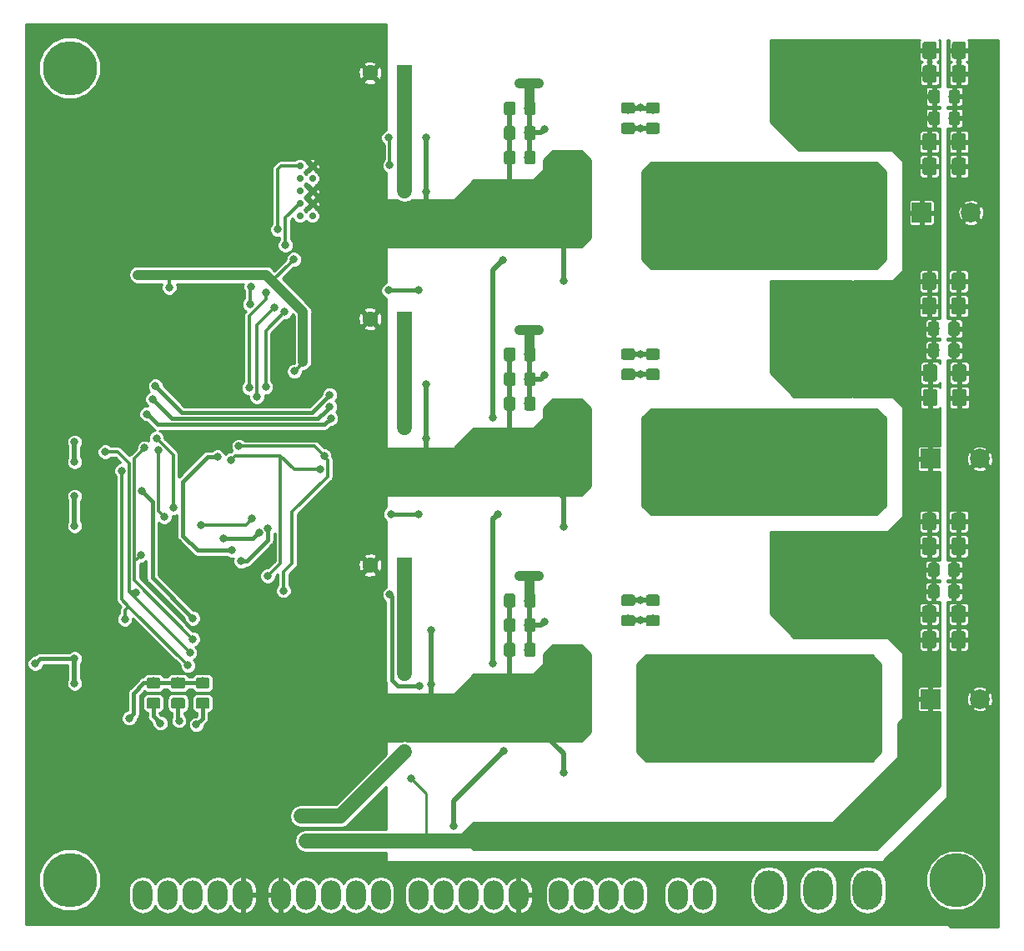
<source format=gbr>
G04 #@! TF.GenerationSoftware,KiCad,Pcbnew,5.0.2+dfsg1-1~bpo9+1*
G04 #@! TF.CreationDate,2020-06-16T21:43:01-06:00*
G04 #@! TF.ProjectId,SCARAMotorFeedbackController,53434152-414d-46f7-946f-724665656462,rev?*
G04 #@! TF.SameCoordinates,Original*
G04 #@! TF.FileFunction,Copper,L2,Bot*
G04 #@! TF.FilePolarity,Positive*
%FSLAX46Y46*%
G04 Gerber Fmt 4.6, Leading zero omitted, Abs format (unit mm)*
G04 Created by KiCad (PCBNEW 5.0.2+dfsg1-1~bpo9+1) date Tue 16 Jun 2020 09:43:01 PM MDT*
%MOMM*%
%LPD*%
G01*
G04 APERTURE LIST*
G04 #@! TA.AperFunction,ComponentPad*
%ADD10C,5.500000*%
G04 #@! TD*
G04 #@! TA.AperFunction,Conductor*
%ADD11C,0.100000*%
G04 #@! TD*
G04 #@! TA.AperFunction,SMDPad,CuDef*
%ADD12C,1.150000*%
G04 #@! TD*
G04 #@! TA.AperFunction,ComponentPad*
%ADD13C,0.700000*%
G04 #@! TD*
G04 #@! TA.AperFunction,ComponentPad*
%ADD14O,2.000000X3.000000*%
G04 #@! TD*
G04 #@! TA.AperFunction,ComponentPad*
%ADD15O,3.000000X4.000000*%
G04 #@! TD*
G04 #@! TA.AperFunction,ComponentPad*
%ADD16C,1.600000*%
G04 #@! TD*
G04 #@! TA.AperFunction,ComponentPad*
%ADD17R,1.600000X1.600000*%
G04 #@! TD*
G04 #@! TA.AperFunction,ComponentPad*
%ADD18R,2.000000X2.000000*%
G04 #@! TD*
G04 #@! TA.AperFunction,ComponentPad*
%ADD19C,2.000000*%
G04 #@! TD*
G04 #@! TA.AperFunction,SMDPad,CuDef*
%ADD20C,1.425000*%
G04 #@! TD*
G04 #@! TA.AperFunction,ViaPad*
%ADD21C,0.800000*%
G04 #@! TD*
G04 #@! TA.AperFunction,Conductor*
%ADD22C,0.500000*%
G04 #@! TD*
G04 #@! TA.AperFunction,Conductor*
%ADD23C,1.000000*%
G04 #@! TD*
G04 #@! TA.AperFunction,Conductor*
%ADD24C,0.300000*%
G04 #@! TD*
G04 #@! TA.AperFunction,Conductor*
%ADD25C,0.400000*%
G04 #@! TD*
G04 #@! TA.AperFunction,Conductor*
%ADD26C,1.500000*%
G04 #@! TD*
G04 #@! TA.AperFunction,Conductor*
%ADD27C,0.250000*%
G04 #@! TD*
G04 #@! TA.AperFunction,Conductor*
%ADD28C,0.254000*%
G04 #@! TD*
G04 APERTURE END LIST*
D10*
G04 #@! TO.P,,1*
G04 #@! TO.N,N/C*
X95000000Y5000000D03*
G04 #@! TD*
G04 #@! TO.P,,1*
G04 #@! TO.N,N/C*
X5000000Y87500000D03*
G04 #@! TD*
D11*
G04 #@! TO.N,GND*
G04 #@! TO.C,C18*
G36*
X50024505Y56598796D02*
X50048773Y56595196D01*
X50072572Y56589235D01*
X50095671Y56580970D01*
X50117850Y56570480D01*
X50138893Y56557868D01*
X50158599Y56543253D01*
X50176777Y56526777D01*
X50193253Y56508599D01*
X50207868Y56488893D01*
X50220480Y56467850D01*
X50230970Y56445671D01*
X50239235Y56422572D01*
X50245196Y56398773D01*
X50248796Y56374505D01*
X50250000Y56350001D01*
X50250000Y55449999D01*
X50248796Y55425495D01*
X50245196Y55401227D01*
X50239235Y55377428D01*
X50230970Y55354329D01*
X50220480Y55332150D01*
X50207868Y55311107D01*
X50193253Y55291401D01*
X50176777Y55273223D01*
X50158599Y55256747D01*
X50138893Y55242132D01*
X50117850Y55229520D01*
X50095671Y55219030D01*
X50072572Y55210765D01*
X50048773Y55204804D01*
X50024505Y55201204D01*
X50000001Y55200000D01*
X49349999Y55200000D01*
X49325495Y55201204D01*
X49301227Y55204804D01*
X49277428Y55210765D01*
X49254329Y55219030D01*
X49232150Y55229520D01*
X49211107Y55242132D01*
X49191401Y55256747D01*
X49173223Y55273223D01*
X49156747Y55291401D01*
X49142132Y55311107D01*
X49129520Y55332150D01*
X49119030Y55354329D01*
X49110765Y55377428D01*
X49104804Y55401227D01*
X49101204Y55425495D01*
X49100000Y55449999D01*
X49100000Y56350001D01*
X49101204Y56374505D01*
X49104804Y56398773D01*
X49110765Y56422572D01*
X49119030Y56445671D01*
X49129520Y56467850D01*
X49142132Y56488893D01*
X49156747Y56508599D01*
X49173223Y56526777D01*
X49191401Y56543253D01*
X49211107Y56557868D01*
X49232150Y56570480D01*
X49254329Y56580970D01*
X49277428Y56589235D01*
X49301227Y56595196D01*
X49325495Y56598796D01*
X49349999Y56600000D01*
X50000001Y56600000D01*
X50024505Y56598796D01*
X50024505Y56598796D01*
G37*
D12*
G04 #@! TD*
G04 #@! TO.P,C18,2*
G04 #@! TO.N,GND*
X49675000Y55900000D03*
D11*
G04 #@! TO.N,Net-(C18-Pad1)*
G04 #@! TO.C,C18*
G36*
X52074505Y56598796D02*
X52098773Y56595196D01*
X52122572Y56589235D01*
X52145671Y56580970D01*
X52167850Y56570480D01*
X52188893Y56557868D01*
X52208599Y56543253D01*
X52226777Y56526777D01*
X52243253Y56508599D01*
X52257868Y56488893D01*
X52270480Y56467850D01*
X52280970Y56445671D01*
X52289235Y56422572D01*
X52295196Y56398773D01*
X52298796Y56374505D01*
X52300000Y56350001D01*
X52300000Y55449999D01*
X52298796Y55425495D01*
X52295196Y55401227D01*
X52289235Y55377428D01*
X52280970Y55354329D01*
X52270480Y55332150D01*
X52257868Y55311107D01*
X52243253Y55291401D01*
X52226777Y55273223D01*
X52208599Y55256747D01*
X52188893Y55242132D01*
X52167850Y55229520D01*
X52145671Y55219030D01*
X52122572Y55210765D01*
X52098773Y55204804D01*
X52074505Y55201204D01*
X52050001Y55200000D01*
X51399999Y55200000D01*
X51375495Y55201204D01*
X51351227Y55204804D01*
X51327428Y55210765D01*
X51304329Y55219030D01*
X51282150Y55229520D01*
X51261107Y55242132D01*
X51241401Y55256747D01*
X51223223Y55273223D01*
X51206747Y55291401D01*
X51192132Y55311107D01*
X51179520Y55332150D01*
X51169030Y55354329D01*
X51160765Y55377428D01*
X51154804Y55401227D01*
X51151204Y55425495D01*
X51150000Y55449999D01*
X51150000Y56350001D01*
X51151204Y56374505D01*
X51154804Y56398773D01*
X51160765Y56422572D01*
X51169030Y56445671D01*
X51179520Y56467850D01*
X51192132Y56488893D01*
X51206747Y56508599D01*
X51223223Y56526777D01*
X51241401Y56543253D01*
X51261107Y56557868D01*
X51282150Y56570480D01*
X51304329Y56580970D01*
X51327428Y56589235D01*
X51351227Y56595196D01*
X51375495Y56598796D01*
X51399999Y56600000D01*
X52050001Y56600000D01*
X52074505Y56598796D01*
X52074505Y56598796D01*
G37*
D12*
G04 #@! TD*
G04 #@! TO.P,C18,1*
G04 #@! TO.N,Net-(C18-Pad1)*
X51725000Y55900000D03*
D13*
G04 #@! TO.P,J3,1*
G04 #@! TO.N,3V3*
X29635000Y72460000D03*
G04 #@! TO.P,J3,2*
G04 #@! TO.N,SWDIO*
X28365000Y72460000D03*
G04 #@! TO.P,J3,3*
G04 #@! TO.N,GND*
X29635000Y73730000D03*
G04 #@! TO.P,J3,4*
G04 #@! TO.N,SWDCLK*
X28365000Y73730000D03*
G04 #@! TO.P,J3,5*
G04 #@! TO.N,GND*
X29635000Y75000000D03*
G04 #@! TO.P,J3,6*
G04 #@! TO.N,SWO*
X28365000Y75000000D03*
G04 #@! TO.P,J3,7*
G04 #@! TO.N,Net-(J3-Pad7)*
X29635000Y76270000D03*
G04 #@! TO.P,J3,8*
G04 #@! TO.N,Net-(J3-Pad8)*
X28365000Y76270000D03*
G04 #@! TO.P,J3,9*
G04 #@! TO.N,GND*
X29635000Y77540000D03*
G04 #@! TO.P,J3,10*
G04 #@! TO.N,nRESET*
X28365000Y77540000D03*
G04 #@! TD*
D14*
G04 #@! TO.P,J2,1*
G04 #@! TO.N,GND*
X22580000Y3500000D03*
G04 #@! TO.P,J2,2*
G04 #@! TO.N,24V*
X20040000Y3500000D03*
G04 #@! TO.P,J2,3*
G04 #@! TO.N,12V*
X17500000Y3500000D03*
G04 #@! TO.P,J2,4*
G04 #@! TO.N,5V*
X14960000Y3500000D03*
G04 #@! TO.P,J2,5*
G04 #@! TO.N,3V3*
X12420000Y3500000D03*
G04 #@! TD*
G04 #@! TO.P,J5,5*
G04 #@! TO.N,GND*
X26420000Y3500000D03*
G04 #@! TO.P,J5,4*
G04 #@! TO.N,5V*
X28960000Y3500000D03*
G04 #@! TO.P,J5,3*
G04 #@! TO.N,Index*
X31500000Y3500000D03*
G04 #@! TO.P,J5,2*
G04 #@! TO.N,ChannelB*
X34040000Y3500000D03*
G04 #@! TO.P,J5,1*
G04 #@! TO.N,ChannelA*
X36580000Y3500000D03*
G04 #@! TD*
G04 #@! TO.P,J6,1*
G04 #@! TO.N,GND*
X50580000Y3500000D03*
G04 #@! TO.P,J6,2*
G04 #@! TO.N,5V*
X48040000Y3500000D03*
G04 #@! TO.P,J6,3*
G04 #@! TO.N,HallU*
X45500000Y3500000D03*
G04 #@! TO.P,J6,4*
G04 #@! TO.N,HallV*
X42960000Y3500000D03*
G04 #@! TO.P,J6,5*
G04 #@! TO.N,HallW*
X40420000Y3500000D03*
G04 #@! TD*
G04 #@! TO.P,J4,1*
G04 #@! TO.N,SS*
X62310000Y3500000D03*
G04 #@! TO.P,J4,2*
G04 #@! TO.N,MISO*
X59770000Y3500000D03*
G04 #@! TO.P,J4,3*
G04 #@! TO.N,SCLK*
X57230000Y3500000D03*
G04 #@! TO.P,J4,4*
G04 #@! TO.N,MOSI*
X54690000Y3500000D03*
G04 #@! TD*
D11*
G04 #@! TO.N,GND*
G04 #@! TO.C,C59*
G36*
X50024505Y84098796D02*
X50048773Y84095196D01*
X50072572Y84089235D01*
X50095671Y84080970D01*
X50117850Y84070480D01*
X50138893Y84057868D01*
X50158599Y84043253D01*
X50176777Y84026777D01*
X50193253Y84008599D01*
X50207868Y83988893D01*
X50220480Y83967850D01*
X50230970Y83945671D01*
X50239235Y83922572D01*
X50245196Y83898773D01*
X50248796Y83874505D01*
X50250000Y83850001D01*
X50250000Y82949999D01*
X50248796Y82925495D01*
X50245196Y82901227D01*
X50239235Y82877428D01*
X50230970Y82854329D01*
X50220480Y82832150D01*
X50207868Y82811107D01*
X50193253Y82791401D01*
X50176777Y82773223D01*
X50158599Y82756747D01*
X50138893Y82742132D01*
X50117850Y82729520D01*
X50095671Y82719030D01*
X50072572Y82710765D01*
X50048773Y82704804D01*
X50024505Y82701204D01*
X50000001Y82700000D01*
X49349999Y82700000D01*
X49325495Y82701204D01*
X49301227Y82704804D01*
X49277428Y82710765D01*
X49254329Y82719030D01*
X49232150Y82729520D01*
X49211107Y82742132D01*
X49191401Y82756747D01*
X49173223Y82773223D01*
X49156747Y82791401D01*
X49142132Y82811107D01*
X49129520Y82832150D01*
X49119030Y82854329D01*
X49110765Y82877428D01*
X49104804Y82901227D01*
X49101204Y82925495D01*
X49100000Y82949999D01*
X49100000Y83850001D01*
X49101204Y83874505D01*
X49104804Y83898773D01*
X49110765Y83922572D01*
X49119030Y83945671D01*
X49129520Y83967850D01*
X49142132Y83988893D01*
X49156747Y84008599D01*
X49173223Y84026777D01*
X49191401Y84043253D01*
X49211107Y84057868D01*
X49232150Y84070480D01*
X49254329Y84080970D01*
X49277428Y84089235D01*
X49301227Y84095196D01*
X49325495Y84098796D01*
X49349999Y84100000D01*
X50000001Y84100000D01*
X50024505Y84098796D01*
X50024505Y84098796D01*
G37*
D12*
G04 #@! TD*
G04 #@! TO.P,C59,2*
G04 #@! TO.N,GND*
X49675000Y83400000D03*
D11*
G04 #@! TO.N,Net-(C45-Pad1)*
G04 #@! TO.C,C59*
G36*
X52074505Y84098796D02*
X52098773Y84095196D01*
X52122572Y84089235D01*
X52145671Y84080970D01*
X52167850Y84070480D01*
X52188893Y84057868D01*
X52208599Y84043253D01*
X52226777Y84026777D01*
X52243253Y84008599D01*
X52257868Y83988893D01*
X52270480Y83967850D01*
X52280970Y83945671D01*
X52289235Y83922572D01*
X52295196Y83898773D01*
X52298796Y83874505D01*
X52300000Y83850001D01*
X52300000Y82949999D01*
X52298796Y82925495D01*
X52295196Y82901227D01*
X52289235Y82877428D01*
X52280970Y82854329D01*
X52270480Y82832150D01*
X52257868Y82811107D01*
X52243253Y82791401D01*
X52226777Y82773223D01*
X52208599Y82756747D01*
X52188893Y82742132D01*
X52167850Y82729520D01*
X52145671Y82719030D01*
X52122572Y82710765D01*
X52098773Y82704804D01*
X52074505Y82701204D01*
X52050001Y82700000D01*
X51399999Y82700000D01*
X51375495Y82701204D01*
X51351227Y82704804D01*
X51327428Y82710765D01*
X51304329Y82719030D01*
X51282150Y82729520D01*
X51261107Y82742132D01*
X51241401Y82756747D01*
X51223223Y82773223D01*
X51206747Y82791401D01*
X51192132Y82811107D01*
X51179520Y82832150D01*
X51169030Y82854329D01*
X51160765Y82877428D01*
X51154804Y82901227D01*
X51151204Y82925495D01*
X51150000Y82949999D01*
X51150000Y83850001D01*
X51151204Y83874505D01*
X51154804Y83898773D01*
X51160765Y83922572D01*
X51169030Y83945671D01*
X51179520Y83967850D01*
X51192132Y83988893D01*
X51206747Y84008599D01*
X51223223Y84026777D01*
X51241401Y84043253D01*
X51261107Y84057868D01*
X51282150Y84070480D01*
X51304329Y84080970D01*
X51327428Y84089235D01*
X51351227Y84095196D01*
X51375495Y84098796D01*
X51399999Y84100000D01*
X52050001Y84100000D01*
X52074505Y84098796D01*
X52074505Y84098796D01*
G37*
D12*
G04 #@! TD*
G04 #@! TO.P,C59,1*
G04 #@! TO.N,Net-(C45-Pad1)*
X51725000Y83400000D03*
D11*
G04 #@! TO.N,PhaseUOutput*
G04 #@! TO.C,C61*
G36*
X64674505Y81948796D02*
X64698773Y81945196D01*
X64722572Y81939235D01*
X64745671Y81930970D01*
X64767850Y81920480D01*
X64788893Y81907868D01*
X64808599Y81893253D01*
X64826777Y81876777D01*
X64843253Y81858599D01*
X64857868Y81838893D01*
X64870480Y81817850D01*
X64880970Y81795671D01*
X64889235Y81772572D01*
X64895196Y81748773D01*
X64898796Y81724505D01*
X64900000Y81700001D01*
X64900000Y81049999D01*
X64898796Y81025495D01*
X64895196Y81001227D01*
X64889235Y80977428D01*
X64880970Y80954329D01*
X64870480Y80932150D01*
X64857868Y80911107D01*
X64843253Y80891401D01*
X64826777Y80873223D01*
X64808599Y80856747D01*
X64788893Y80842132D01*
X64767850Y80829520D01*
X64745671Y80819030D01*
X64722572Y80810765D01*
X64698773Y80804804D01*
X64674505Y80801204D01*
X64650001Y80800000D01*
X63749999Y80800000D01*
X63725495Y80801204D01*
X63701227Y80804804D01*
X63677428Y80810765D01*
X63654329Y80819030D01*
X63632150Y80829520D01*
X63611107Y80842132D01*
X63591401Y80856747D01*
X63573223Y80873223D01*
X63556747Y80891401D01*
X63542132Y80911107D01*
X63529520Y80932150D01*
X63519030Y80954329D01*
X63510765Y80977428D01*
X63504804Y81001227D01*
X63501204Y81025495D01*
X63500000Y81049999D01*
X63500000Y81700001D01*
X63501204Y81724505D01*
X63504804Y81748773D01*
X63510765Y81772572D01*
X63519030Y81795671D01*
X63529520Y81817850D01*
X63542132Y81838893D01*
X63556747Y81858599D01*
X63573223Y81876777D01*
X63591401Y81893253D01*
X63611107Y81907868D01*
X63632150Y81920480D01*
X63654329Y81930970D01*
X63677428Y81939235D01*
X63701227Y81945196D01*
X63725495Y81948796D01*
X63749999Y81950000D01*
X64650001Y81950000D01*
X64674505Y81948796D01*
X64674505Y81948796D01*
G37*
D12*
G04 #@! TD*
G04 #@! TO.P,C61,1*
G04 #@! TO.N,PhaseUOutput*
X64200000Y81375000D03*
D11*
G04 #@! TO.N,Net-(C61-Pad2)*
G04 #@! TO.C,C61*
G36*
X64674505Y83998796D02*
X64698773Y83995196D01*
X64722572Y83989235D01*
X64745671Y83980970D01*
X64767850Y83970480D01*
X64788893Y83957868D01*
X64808599Y83943253D01*
X64826777Y83926777D01*
X64843253Y83908599D01*
X64857868Y83888893D01*
X64870480Y83867850D01*
X64880970Y83845671D01*
X64889235Y83822572D01*
X64895196Y83798773D01*
X64898796Y83774505D01*
X64900000Y83750001D01*
X64900000Y83099999D01*
X64898796Y83075495D01*
X64895196Y83051227D01*
X64889235Y83027428D01*
X64880970Y83004329D01*
X64870480Y82982150D01*
X64857868Y82961107D01*
X64843253Y82941401D01*
X64826777Y82923223D01*
X64808599Y82906747D01*
X64788893Y82892132D01*
X64767850Y82879520D01*
X64745671Y82869030D01*
X64722572Y82860765D01*
X64698773Y82854804D01*
X64674505Y82851204D01*
X64650001Y82850000D01*
X63749999Y82850000D01*
X63725495Y82851204D01*
X63701227Y82854804D01*
X63677428Y82860765D01*
X63654329Y82869030D01*
X63632150Y82879520D01*
X63611107Y82892132D01*
X63591401Y82906747D01*
X63573223Y82923223D01*
X63556747Y82941401D01*
X63542132Y82961107D01*
X63529520Y82982150D01*
X63519030Y83004329D01*
X63510765Y83027428D01*
X63504804Y83051227D01*
X63501204Y83075495D01*
X63500000Y83099999D01*
X63500000Y83750001D01*
X63501204Y83774505D01*
X63504804Y83798773D01*
X63510765Y83822572D01*
X63519030Y83845671D01*
X63529520Y83867850D01*
X63542132Y83888893D01*
X63556747Y83908599D01*
X63573223Y83926777D01*
X63591401Y83943253D01*
X63611107Y83957868D01*
X63632150Y83970480D01*
X63654329Y83980970D01*
X63677428Y83989235D01*
X63701227Y83995196D01*
X63725495Y83998796D01*
X63749999Y84000000D01*
X64650001Y84000000D01*
X64674505Y83998796D01*
X64674505Y83998796D01*
G37*
D12*
G04 #@! TD*
G04 #@! TO.P,C61,2*
G04 #@! TO.N,Net-(C61-Pad2)*
X64200000Y83425000D03*
D11*
G04 #@! TO.N,PhaseUOutput*
G04 #@! TO.C,C62*
G36*
X62174505Y81948796D02*
X62198773Y81945196D01*
X62222572Y81939235D01*
X62245671Y81930970D01*
X62267850Y81920480D01*
X62288893Y81907868D01*
X62308599Y81893253D01*
X62326777Y81876777D01*
X62343253Y81858599D01*
X62357868Y81838893D01*
X62370480Y81817850D01*
X62380970Y81795671D01*
X62389235Y81772572D01*
X62395196Y81748773D01*
X62398796Y81724505D01*
X62400000Y81700001D01*
X62400000Y81049999D01*
X62398796Y81025495D01*
X62395196Y81001227D01*
X62389235Y80977428D01*
X62380970Y80954329D01*
X62370480Y80932150D01*
X62357868Y80911107D01*
X62343253Y80891401D01*
X62326777Y80873223D01*
X62308599Y80856747D01*
X62288893Y80842132D01*
X62267850Y80829520D01*
X62245671Y80819030D01*
X62222572Y80810765D01*
X62198773Y80804804D01*
X62174505Y80801204D01*
X62150001Y80800000D01*
X61249999Y80800000D01*
X61225495Y80801204D01*
X61201227Y80804804D01*
X61177428Y80810765D01*
X61154329Y80819030D01*
X61132150Y80829520D01*
X61111107Y80842132D01*
X61091401Y80856747D01*
X61073223Y80873223D01*
X61056747Y80891401D01*
X61042132Y80911107D01*
X61029520Y80932150D01*
X61019030Y80954329D01*
X61010765Y80977428D01*
X61004804Y81001227D01*
X61001204Y81025495D01*
X61000000Y81049999D01*
X61000000Y81700001D01*
X61001204Y81724505D01*
X61004804Y81748773D01*
X61010765Y81772572D01*
X61019030Y81795671D01*
X61029520Y81817850D01*
X61042132Y81838893D01*
X61056747Y81858599D01*
X61073223Y81876777D01*
X61091401Y81893253D01*
X61111107Y81907868D01*
X61132150Y81920480D01*
X61154329Y81930970D01*
X61177428Y81939235D01*
X61201227Y81945196D01*
X61225495Y81948796D01*
X61249999Y81950000D01*
X62150001Y81950000D01*
X62174505Y81948796D01*
X62174505Y81948796D01*
G37*
D12*
G04 #@! TD*
G04 #@! TO.P,C62,1*
G04 #@! TO.N,PhaseUOutput*
X61700000Y81375000D03*
D11*
G04 #@! TO.N,Net-(C61-Pad2)*
G04 #@! TO.C,C62*
G36*
X62174505Y83998796D02*
X62198773Y83995196D01*
X62222572Y83989235D01*
X62245671Y83980970D01*
X62267850Y83970480D01*
X62288893Y83957868D01*
X62308599Y83943253D01*
X62326777Y83926777D01*
X62343253Y83908599D01*
X62357868Y83888893D01*
X62370480Y83867850D01*
X62380970Y83845671D01*
X62389235Y83822572D01*
X62395196Y83798773D01*
X62398796Y83774505D01*
X62400000Y83750001D01*
X62400000Y83099999D01*
X62398796Y83075495D01*
X62395196Y83051227D01*
X62389235Y83027428D01*
X62380970Y83004329D01*
X62370480Y82982150D01*
X62357868Y82961107D01*
X62343253Y82941401D01*
X62326777Y82923223D01*
X62308599Y82906747D01*
X62288893Y82892132D01*
X62267850Y82879520D01*
X62245671Y82869030D01*
X62222572Y82860765D01*
X62198773Y82854804D01*
X62174505Y82851204D01*
X62150001Y82850000D01*
X61249999Y82850000D01*
X61225495Y82851204D01*
X61201227Y82854804D01*
X61177428Y82860765D01*
X61154329Y82869030D01*
X61132150Y82879520D01*
X61111107Y82892132D01*
X61091401Y82906747D01*
X61073223Y82923223D01*
X61056747Y82941401D01*
X61042132Y82961107D01*
X61029520Y82982150D01*
X61019030Y83004329D01*
X61010765Y83027428D01*
X61004804Y83051227D01*
X61001204Y83075495D01*
X61000000Y83099999D01*
X61000000Y83750001D01*
X61001204Y83774505D01*
X61004804Y83798773D01*
X61010765Y83822572D01*
X61019030Y83845671D01*
X61029520Y83867850D01*
X61042132Y83888893D01*
X61056747Y83908599D01*
X61073223Y83926777D01*
X61091401Y83943253D01*
X61111107Y83957868D01*
X61132150Y83970480D01*
X61154329Y83980970D01*
X61177428Y83989235D01*
X61201227Y83995196D01*
X61225495Y83998796D01*
X61249999Y84000000D01*
X62150001Y84000000D01*
X62174505Y83998796D01*
X62174505Y83998796D01*
G37*
D12*
G04 #@! TD*
G04 #@! TO.P,C62,2*
G04 #@! TO.N,Net-(C61-Pad2)*
X61700000Y83425000D03*
D15*
G04 #@! TO.P,J9,1*
G04 #@! TO.N,PhaseWOutput*
X76000000Y4000000D03*
G04 #@! TO.P,J9,2*
G04 #@! TO.N,PhaseVOutput*
X81000000Y4000000D03*
G04 #@! TO.P,J9,3*
G04 #@! TO.N,PhaseUOutput*
X86000000Y4000000D03*
G04 #@! TD*
D16*
G04 #@! TO.P,C15,2*
G04 #@! TO.N,GND*
X35500000Y62000000D03*
D17*
G04 #@! TO.P,C15,1*
G04 #@! TO.N,12V*
X39000000Y62000000D03*
G04 #@! TD*
D11*
G04 #@! TO.N,GND*
G04 #@! TO.C,C20*
G36*
X50024505Y59098796D02*
X50048773Y59095196D01*
X50072572Y59089235D01*
X50095671Y59080970D01*
X50117850Y59070480D01*
X50138893Y59057868D01*
X50158599Y59043253D01*
X50176777Y59026777D01*
X50193253Y59008599D01*
X50207868Y58988893D01*
X50220480Y58967850D01*
X50230970Y58945671D01*
X50239235Y58922572D01*
X50245196Y58898773D01*
X50248796Y58874505D01*
X50250000Y58850001D01*
X50250000Y57949999D01*
X50248796Y57925495D01*
X50245196Y57901227D01*
X50239235Y57877428D01*
X50230970Y57854329D01*
X50220480Y57832150D01*
X50207868Y57811107D01*
X50193253Y57791401D01*
X50176777Y57773223D01*
X50158599Y57756747D01*
X50138893Y57742132D01*
X50117850Y57729520D01*
X50095671Y57719030D01*
X50072572Y57710765D01*
X50048773Y57704804D01*
X50024505Y57701204D01*
X50000001Y57700000D01*
X49349999Y57700000D01*
X49325495Y57701204D01*
X49301227Y57704804D01*
X49277428Y57710765D01*
X49254329Y57719030D01*
X49232150Y57729520D01*
X49211107Y57742132D01*
X49191401Y57756747D01*
X49173223Y57773223D01*
X49156747Y57791401D01*
X49142132Y57811107D01*
X49129520Y57832150D01*
X49119030Y57854329D01*
X49110765Y57877428D01*
X49104804Y57901227D01*
X49101204Y57925495D01*
X49100000Y57949999D01*
X49100000Y58850001D01*
X49101204Y58874505D01*
X49104804Y58898773D01*
X49110765Y58922572D01*
X49119030Y58945671D01*
X49129520Y58967850D01*
X49142132Y58988893D01*
X49156747Y59008599D01*
X49173223Y59026777D01*
X49191401Y59043253D01*
X49211107Y59057868D01*
X49232150Y59070480D01*
X49254329Y59080970D01*
X49277428Y59089235D01*
X49301227Y59095196D01*
X49325495Y59098796D01*
X49349999Y59100000D01*
X50000001Y59100000D01*
X50024505Y59098796D01*
X50024505Y59098796D01*
G37*
D12*
G04 #@! TD*
G04 #@! TO.P,C20,2*
G04 #@! TO.N,GND*
X49675000Y58400000D03*
D11*
G04 #@! TO.N,Net-(C18-Pad1)*
G04 #@! TO.C,C20*
G36*
X52074505Y59098796D02*
X52098773Y59095196D01*
X52122572Y59089235D01*
X52145671Y59080970D01*
X52167850Y59070480D01*
X52188893Y59057868D01*
X52208599Y59043253D01*
X52226777Y59026777D01*
X52243253Y59008599D01*
X52257868Y58988893D01*
X52270480Y58967850D01*
X52280970Y58945671D01*
X52289235Y58922572D01*
X52295196Y58898773D01*
X52298796Y58874505D01*
X52300000Y58850001D01*
X52300000Y57949999D01*
X52298796Y57925495D01*
X52295196Y57901227D01*
X52289235Y57877428D01*
X52280970Y57854329D01*
X52270480Y57832150D01*
X52257868Y57811107D01*
X52243253Y57791401D01*
X52226777Y57773223D01*
X52208599Y57756747D01*
X52188893Y57742132D01*
X52167850Y57729520D01*
X52145671Y57719030D01*
X52122572Y57710765D01*
X52098773Y57704804D01*
X52074505Y57701204D01*
X52050001Y57700000D01*
X51399999Y57700000D01*
X51375495Y57701204D01*
X51351227Y57704804D01*
X51327428Y57710765D01*
X51304329Y57719030D01*
X51282150Y57729520D01*
X51261107Y57742132D01*
X51241401Y57756747D01*
X51223223Y57773223D01*
X51206747Y57791401D01*
X51192132Y57811107D01*
X51179520Y57832150D01*
X51169030Y57854329D01*
X51160765Y57877428D01*
X51154804Y57901227D01*
X51151204Y57925495D01*
X51150000Y57949999D01*
X51150000Y58850001D01*
X51151204Y58874505D01*
X51154804Y58898773D01*
X51160765Y58922572D01*
X51169030Y58945671D01*
X51179520Y58967850D01*
X51192132Y58988893D01*
X51206747Y59008599D01*
X51223223Y59026777D01*
X51241401Y59043253D01*
X51261107Y59057868D01*
X51282150Y59070480D01*
X51304329Y59080970D01*
X51327428Y59089235D01*
X51351227Y59095196D01*
X51375495Y59098796D01*
X51399999Y59100000D01*
X52050001Y59100000D01*
X52074505Y59098796D01*
X52074505Y59098796D01*
G37*
D12*
G04 #@! TD*
G04 #@! TO.P,C20,1*
G04 #@! TO.N,Net-(C18-Pad1)*
X51725000Y58400000D03*
D17*
G04 #@! TO.P,C22,1*
G04 #@! TO.N,12V*
X39000000Y87000000D03*
D16*
G04 #@! TO.P,C22,2*
G04 #@! TO.N,GND*
X35500000Y87000000D03*
G04 #@! TD*
D11*
G04 #@! TO.N,PhaseVOutput*
G04 #@! TO.C,C27*
G36*
X62174505Y56948796D02*
X62198773Y56945196D01*
X62222572Y56939235D01*
X62245671Y56930970D01*
X62267850Y56920480D01*
X62288893Y56907868D01*
X62308599Y56893253D01*
X62326777Y56876777D01*
X62343253Y56858599D01*
X62357868Y56838893D01*
X62370480Y56817850D01*
X62380970Y56795671D01*
X62389235Y56772572D01*
X62395196Y56748773D01*
X62398796Y56724505D01*
X62400000Y56700001D01*
X62400000Y56049999D01*
X62398796Y56025495D01*
X62395196Y56001227D01*
X62389235Y55977428D01*
X62380970Y55954329D01*
X62370480Y55932150D01*
X62357868Y55911107D01*
X62343253Y55891401D01*
X62326777Y55873223D01*
X62308599Y55856747D01*
X62288893Y55842132D01*
X62267850Y55829520D01*
X62245671Y55819030D01*
X62222572Y55810765D01*
X62198773Y55804804D01*
X62174505Y55801204D01*
X62150001Y55800000D01*
X61249999Y55800000D01*
X61225495Y55801204D01*
X61201227Y55804804D01*
X61177428Y55810765D01*
X61154329Y55819030D01*
X61132150Y55829520D01*
X61111107Y55842132D01*
X61091401Y55856747D01*
X61073223Y55873223D01*
X61056747Y55891401D01*
X61042132Y55911107D01*
X61029520Y55932150D01*
X61019030Y55954329D01*
X61010765Y55977428D01*
X61004804Y56001227D01*
X61001204Y56025495D01*
X61000000Y56049999D01*
X61000000Y56700001D01*
X61001204Y56724505D01*
X61004804Y56748773D01*
X61010765Y56772572D01*
X61019030Y56795671D01*
X61029520Y56817850D01*
X61042132Y56838893D01*
X61056747Y56858599D01*
X61073223Y56876777D01*
X61091401Y56893253D01*
X61111107Y56907868D01*
X61132150Y56920480D01*
X61154329Y56930970D01*
X61177428Y56939235D01*
X61201227Y56945196D01*
X61225495Y56948796D01*
X61249999Y56950000D01*
X62150001Y56950000D01*
X62174505Y56948796D01*
X62174505Y56948796D01*
G37*
D12*
G04 #@! TD*
G04 #@! TO.P,C27,1*
G04 #@! TO.N,PhaseVOutput*
X61700000Y56375000D03*
D11*
G04 #@! TO.N,Net-(C27-Pad2)*
G04 #@! TO.C,C27*
G36*
X62174505Y58998796D02*
X62198773Y58995196D01*
X62222572Y58989235D01*
X62245671Y58980970D01*
X62267850Y58970480D01*
X62288893Y58957868D01*
X62308599Y58943253D01*
X62326777Y58926777D01*
X62343253Y58908599D01*
X62357868Y58888893D01*
X62370480Y58867850D01*
X62380970Y58845671D01*
X62389235Y58822572D01*
X62395196Y58798773D01*
X62398796Y58774505D01*
X62400000Y58750001D01*
X62400000Y58099999D01*
X62398796Y58075495D01*
X62395196Y58051227D01*
X62389235Y58027428D01*
X62380970Y58004329D01*
X62370480Y57982150D01*
X62357868Y57961107D01*
X62343253Y57941401D01*
X62326777Y57923223D01*
X62308599Y57906747D01*
X62288893Y57892132D01*
X62267850Y57879520D01*
X62245671Y57869030D01*
X62222572Y57860765D01*
X62198773Y57854804D01*
X62174505Y57851204D01*
X62150001Y57850000D01*
X61249999Y57850000D01*
X61225495Y57851204D01*
X61201227Y57854804D01*
X61177428Y57860765D01*
X61154329Y57869030D01*
X61132150Y57879520D01*
X61111107Y57892132D01*
X61091401Y57906747D01*
X61073223Y57923223D01*
X61056747Y57941401D01*
X61042132Y57961107D01*
X61029520Y57982150D01*
X61019030Y58004329D01*
X61010765Y58027428D01*
X61004804Y58051227D01*
X61001204Y58075495D01*
X61000000Y58099999D01*
X61000000Y58750001D01*
X61001204Y58774505D01*
X61004804Y58798773D01*
X61010765Y58822572D01*
X61019030Y58845671D01*
X61029520Y58867850D01*
X61042132Y58888893D01*
X61056747Y58908599D01*
X61073223Y58926777D01*
X61091401Y58943253D01*
X61111107Y58957868D01*
X61132150Y58970480D01*
X61154329Y58980970D01*
X61177428Y58989235D01*
X61201227Y58995196D01*
X61225495Y58998796D01*
X61249999Y59000000D01*
X62150001Y59000000D01*
X62174505Y58998796D01*
X62174505Y58998796D01*
G37*
D12*
G04 #@! TD*
G04 #@! TO.P,C27,2*
G04 #@! TO.N,Net-(C27-Pad2)*
X61700000Y58425000D03*
D11*
G04 #@! TO.N,Net-(C27-Pad2)*
G04 #@! TO.C,C28*
G36*
X64674505Y58998796D02*
X64698773Y58995196D01*
X64722572Y58989235D01*
X64745671Y58980970D01*
X64767850Y58970480D01*
X64788893Y58957868D01*
X64808599Y58943253D01*
X64826777Y58926777D01*
X64843253Y58908599D01*
X64857868Y58888893D01*
X64870480Y58867850D01*
X64880970Y58845671D01*
X64889235Y58822572D01*
X64895196Y58798773D01*
X64898796Y58774505D01*
X64900000Y58750001D01*
X64900000Y58099999D01*
X64898796Y58075495D01*
X64895196Y58051227D01*
X64889235Y58027428D01*
X64880970Y58004329D01*
X64870480Y57982150D01*
X64857868Y57961107D01*
X64843253Y57941401D01*
X64826777Y57923223D01*
X64808599Y57906747D01*
X64788893Y57892132D01*
X64767850Y57879520D01*
X64745671Y57869030D01*
X64722572Y57860765D01*
X64698773Y57854804D01*
X64674505Y57851204D01*
X64650001Y57850000D01*
X63749999Y57850000D01*
X63725495Y57851204D01*
X63701227Y57854804D01*
X63677428Y57860765D01*
X63654329Y57869030D01*
X63632150Y57879520D01*
X63611107Y57892132D01*
X63591401Y57906747D01*
X63573223Y57923223D01*
X63556747Y57941401D01*
X63542132Y57961107D01*
X63529520Y57982150D01*
X63519030Y58004329D01*
X63510765Y58027428D01*
X63504804Y58051227D01*
X63501204Y58075495D01*
X63500000Y58099999D01*
X63500000Y58750001D01*
X63501204Y58774505D01*
X63504804Y58798773D01*
X63510765Y58822572D01*
X63519030Y58845671D01*
X63529520Y58867850D01*
X63542132Y58888893D01*
X63556747Y58908599D01*
X63573223Y58926777D01*
X63591401Y58943253D01*
X63611107Y58957868D01*
X63632150Y58970480D01*
X63654329Y58980970D01*
X63677428Y58989235D01*
X63701227Y58995196D01*
X63725495Y58998796D01*
X63749999Y59000000D01*
X64650001Y59000000D01*
X64674505Y58998796D01*
X64674505Y58998796D01*
G37*
D12*
G04 #@! TD*
G04 #@! TO.P,C28,2*
G04 #@! TO.N,Net-(C27-Pad2)*
X64200000Y58425000D03*
D11*
G04 #@! TO.N,PhaseVOutput*
G04 #@! TO.C,C28*
G36*
X64674505Y56948796D02*
X64698773Y56945196D01*
X64722572Y56939235D01*
X64745671Y56930970D01*
X64767850Y56920480D01*
X64788893Y56907868D01*
X64808599Y56893253D01*
X64826777Y56876777D01*
X64843253Y56858599D01*
X64857868Y56838893D01*
X64870480Y56817850D01*
X64880970Y56795671D01*
X64889235Y56772572D01*
X64895196Y56748773D01*
X64898796Y56724505D01*
X64900000Y56700001D01*
X64900000Y56049999D01*
X64898796Y56025495D01*
X64895196Y56001227D01*
X64889235Y55977428D01*
X64880970Y55954329D01*
X64870480Y55932150D01*
X64857868Y55911107D01*
X64843253Y55891401D01*
X64826777Y55873223D01*
X64808599Y55856747D01*
X64788893Y55842132D01*
X64767850Y55829520D01*
X64745671Y55819030D01*
X64722572Y55810765D01*
X64698773Y55804804D01*
X64674505Y55801204D01*
X64650001Y55800000D01*
X63749999Y55800000D01*
X63725495Y55801204D01*
X63701227Y55804804D01*
X63677428Y55810765D01*
X63654329Y55819030D01*
X63632150Y55829520D01*
X63611107Y55842132D01*
X63591401Y55856747D01*
X63573223Y55873223D01*
X63556747Y55891401D01*
X63542132Y55911107D01*
X63529520Y55932150D01*
X63519030Y55954329D01*
X63510765Y55977428D01*
X63504804Y56001227D01*
X63501204Y56025495D01*
X63500000Y56049999D01*
X63500000Y56700001D01*
X63501204Y56724505D01*
X63504804Y56748773D01*
X63510765Y56772572D01*
X63519030Y56795671D01*
X63529520Y56817850D01*
X63542132Y56838893D01*
X63556747Y56858599D01*
X63573223Y56876777D01*
X63591401Y56893253D01*
X63611107Y56907868D01*
X63632150Y56920480D01*
X63654329Y56930970D01*
X63677428Y56939235D01*
X63701227Y56945196D01*
X63725495Y56948796D01*
X63749999Y56950000D01*
X64650001Y56950000D01*
X64674505Y56948796D01*
X64674505Y56948796D01*
G37*
D12*
G04 #@! TD*
G04 #@! TO.P,C28,1*
G04 #@! TO.N,PhaseVOutput*
X64200000Y56375000D03*
D17*
G04 #@! TO.P,C30,1*
G04 #@! TO.N,12V*
X39000000Y37000000D03*
D16*
G04 #@! TO.P,C30,2*
G04 #@! TO.N,GND*
X35500000Y37000000D03*
G04 #@! TD*
D11*
G04 #@! TO.N,GND*
G04 #@! TO.C,C40*
G36*
X50024505Y29098796D02*
X50048773Y29095196D01*
X50072572Y29089235D01*
X50095671Y29080970D01*
X50117850Y29070480D01*
X50138893Y29057868D01*
X50158599Y29043253D01*
X50176777Y29026777D01*
X50193253Y29008599D01*
X50207868Y28988893D01*
X50220480Y28967850D01*
X50230970Y28945671D01*
X50239235Y28922572D01*
X50245196Y28898773D01*
X50248796Y28874505D01*
X50250000Y28850001D01*
X50250000Y27949999D01*
X50248796Y27925495D01*
X50245196Y27901227D01*
X50239235Y27877428D01*
X50230970Y27854329D01*
X50220480Y27832150D01*
X50207868Y27811107D01*
X50193253Y27791401D01*
X50176777Y27773223D01*
X50158599Y27756747D01*
X50138893Y27742132D01*
X50117850Y27729520D01*
X50095671Y27719030D01*
X50072572Y27710765D01*
X50048773Y27704804D01*
X50024505Y27701204D01*
X50000001Y27700000D01*
X49349999Y27700000D01*
X49325495Y27701204D01*
X49301227Y27704804D01*
X49277428Y27710765D01*
X49254329Y27719030D01*
X49232150Y27729520D01*
X49211107Y27742132D01*
X49191401Y27756747D01*
X49173223Y27773223D01*
X49156747Y27791401D01*
X49142132Y27811107D01*
X49129520Y27832150D01*
X49119030Y27854329D01*
X49110765Y27877428D01*
X49104804Y27901227D01*
X49101204Y27925495D01*
X49100000Y27949999D01*
X49100000Y28850001D01*
X49101204Y28874505D01*
X49104804Y28898773D01*
X49110765Y28922572D01*
X49119030Y28945671D01*
X49129520Y28967850D01*
X49142132Y28988893D01*
X49156747Y29008599D01*
X49173223Y29026777D01*
X49191401Y29043253D01*
X49211107Y29057868D01*
X49232150Y29070480D01*
X49254329Y29080970D01*
X49277428Y29089235D01*
X49301227Y29095196D01*
X49325495Y29098796D01*
X49349999Y29100000D01*
X50000001Y29100000D01*
X50024505Y29098796D01*
X50024505Y29098796D01*
G37*
D12*
G04 #@! TD*
G04 #@! TO.P,C40,2*
G04 #@! TO.N,GND*
X49675000Y28400000D03*
D11*
G04 #@! TO.N,Net-(C37-Pad1)*
G04 #@! TO.C,C40*
G36*
X52074505Y29098796D02*
X52098773Y29095196D01*
X52122572Y29089235D01*
X52145671Y29080970D01*
X52167850Y29070480D01*
X52188893Y29057868D01*
X52208599Y29043253D01*
X52226777Y29026777D01*
X52243253Y29008599D01*
X52257868Y28988893D01*
X52270480Y28967850D01*
X52280970Y28945671D01*
X52289235Y28922572D01*
X52295196Y28898773D01*
X52298796Y28874505D01*
X52300000Y28850001D01*
X52300000Y27949999D01*
X52298796Y27925495D01*
X52295196Y27901227D01*
X52289235Y27877428D01*
X52280970Y27854329D01*
X52270480Y27832150D01*
X52257868Y27811107D01*
X52243253Y27791401D01*
X52226777Y27773223D01*
X52208599Y27756747D01*
X52188893Y27742132D01*
X52167850Y27729520D01*
X52145671Y27719030D01*
X52122572Y27710765D01*
X52098773Y27704804D01*
X52074505Y27701204D01*
X52050001Y27700000D01*
X51399999Y27700000D01*
X51375495Y27701204D01*
X51351227Y27704804D01*
X51327428Y27710765D01*
X51304329Y27719030D01*
X51282150Y27729520D01*
X51261107Y27742132D01*
X51241401Y27756747D01*
X51223223Y27773223D01*
X51206747Y27791401D01*
X51192132Y27811107D01*
X51179520Y27832150D01*
X51169030Y27854329D01*
X51160765Y27877428D01*
X51154804Y27901227D01*
X51151204Y27925495D01*
X51150000Y27949999D01*
X51150000Y28850001D01*
X51151204Y28874505D01*
X51154804Y28898773D01*
X51160765Y28922572D01*
X51169030Y28945671D01*
X51179520Y28967850D01*
X51192132Y28988893D01*
X51206747Y29008599D01*
X51223223Y29026777D01*
X51241401Y29043253D01*
X51261107Y29057868D01*
X51282150Y29070480D01*
X51304329Y29080970D01*
X51327428Y29089235D01*
X51351227Y29095196D01*
X51375495Y29098796D01*
X51399999Y29100000D01*
X52050001Y29100000D01*
X52074505Y29098796D01*
X52074505Y29098796D01*
G37*
D12*
G04 #@! TD*
G04 #@! TO.P,C40,1*
G04 #@! TO.N,Net-(C37-Pad1)*
X51725000Y28400000D03*
D11*
G04 #@! TO.N,PhaseWOutput*
G04 #@! TO.C,C43*
G36*
X62174505Y31948796D02*
X62198773Y31945196D01*
X62222572Y31939235D01*
X62245671Y31930970D01*
X62267850Y31920480D01*
X62288893Y31907868D01*
X62308599Y31893253D01*
X62326777Y31876777D01*
X62343253Y31858599D01*
X62357868Y31838893D01*
X62370480Y31817850D01*
X62380970Y31795671D01*
X62389235Y31772572D01*
X62395196Y31748773D01*
X62398796Y31724505D01*
X62400000Y31700001D01*
X62400000Y31049999D01*
X62398796Y31025495D01*
X62395196Y31001227D01*
X62389235Y30977428D01*
X62380970Y30954329D01*
X62370480Y30932150D01*
X62357868Y30911107D01*
X62343253Y30891401D01*
X62326777Y30873223D01*
X62308599Y30856747D01*
X62288893Y30842132D01*
X62267850Y30829520D01*
X62245671Y30819030D01*
X62222572Y30810765D01*
X62198773Y30804804D01*
X62174505Y30801204D01*
X62150001Y30800000D01*
X61249999Y30800000D01*
X61225495Y30801204D01*
X61201227Y30804804D01*
X61177428Y30810765D01*
X61154329Y30819030D01*
X61132150Y30829520D01*
X61111107Y30842132D01*
X61091401Y30856747D01*
X61073223Y30873223D01*
X61056747Y30891401D01*
X61042132Y30911107D01*
X61029520Y30932150D01*
X61019030Y30954329D01*
X61010765Y30977428D01*
X61004804Y31001227D01*
X61001204Y31025495D01*
X61000000Y31049999D01*
X61000000Y31700001D01*
X61001204Y31724505D01*
X61004804Y31748773D01*
X61010765Y31772572D01*
X61019030Y31795671D01*
X61029520Y31817850D01*
X61042132Y31838893D01*
X61056747Y31858599D01*
X61073223Y31876777D01*
X61091401Y31893253D01*
X61111107Y31907868D01*
X61132150Y31920480D01*
X61154329Y31930970D01*
X61177428Y31939235D01*
X61201227Y31945196D01*
X61225495Y31948796D01*
X61249999Y31950000D01*
X62150001Y31950000D01*
X62174505Y31948796D01*
X62174505Y31948796D01*
G37*
D12*
G04 #@! TD*
G04 #@! TO.P,C43,1*
G04 #@! TO.N,PhaseWOutput*
X61700000Y31375000D03*
D11*
G04 #@! TO.N,Net-(C43-Pad2)*
G04 #@! TO.C,C43*
G36*
X62174505Y33998796D02*
X62198773Y33995196D01*
X62222572Y33989235D01*
X62245671Y33980970D01*
X62267850Y33970480D01*
X62288893Y33957868D01*
X62308599Y33943253D01*
X62326777Y33926777D01*
X62343253Y33908599D01*
X62357868Y33888893D01*
X62370480Y33867850D01*
X62380970Y33845671D01*
X62389235Y33822572D01*
X62395196Y33798773D01*
X62398796Y33774505D01*
X62400000Y33750001D01*
X62400000Y33099999D01*
X62398796Y33075495D01*
X62395196Y33051227D01*
X62389235Y33027428D01*
X62380970Y33004329D01*
X62370480Y32982150D01*
X62357868Y32961107D01*
X62343253Y32941401D01*
X62326777Y32923223D01*
X62308599Y32906747D01*
X62288893Y32892132D01*
X62267850Y32879520D01*
X62245671Y32869030D01*
X62222572Y32860765D01*
X62198773Y32854804D01*
X62174505Y32851204D01*
X62150001Y32850000D01*
X61249999Y32850000D01*
X61225495Y32851204D01*
X61201227Y32854804D01*
X61177428Y32860765D01*
X61154329Y32869030D01*
X61132150Y32879520D01*
X61111107Y32892132D01*
X61091401Y32906747D01*
X61073223Y32923223D01*
X61056747Y32941401D01*
X61042132Y32961107D01*
X61029520Y32982150D01*
X61019030Y33004329D01*
X61010765Y33027428D01*
X61004804Y33051227D01*
X61001204Y33075495D01*
X61000000Y33099999D01*
X61000000Y33750001D01*
X61001204Y33774505D01*
X61004804Y33798773D01*
X61010765Y33822572D01*
X61019030Y33845671D01*
X61029520Y33867850D01*
X61042132Y33888893D01*
X61056747Y33908599D01*
X61073223Y33926777D01*
X61091401Y33943253D01*
X61111107Y33957868D01*
X61132150Y33970480D01*
X61154329Y33980970D01*
X61177428Y33989235D01*
X61201227Y33995196D01*
X61225495Y33998796D01*
X61249999Y34000000D01*
X62150001Y34000000D01*
X62174505Y33998796D01*
X62174505Y33998796D01*
G37*
D12*
G04 #@! TD*
G04 #@! TO.P,C43,2*
G04 #@! TO.N,Net-(C43-Pad2)*
X61700000Y33425000D03*
D11*
G04 #@! TO.N,Net-(C43-Pad2)*
G04 #@! TO.C,C44*
G36*
X64674505Y33998796D02*
X64698773Y33995196D01*
X64722572Y33989235D01*
X64745671Y33980970D01*
X64767850Y33970480D01*
X64788893Y33957868D01*
X64808599Y33943253D01*
X64826777Y33926777D01*
X64843253Y33908599D01*
X64857868Y33888893D01*
X64870480Y33867850D01*
X64880970Y33845671D01*
X64889235Y33822572D01*
X64895196Y33798773D01*
X64898796Y33774505D01*
X64900000Y33750001D01*
X64900000Y33099999D01*
X64898796Y33075495D01*
X64895196Y33051227D01*
X64889235Y33027428D01*
X64880970Y33004329D01*
X64870480Y32982150D01*
X64857868Y32961107D01*
X64843253Y32941401D01*
X64826777Y32923223D01*
X64808599Y32906747D01*
X64788893Y32892132D01*
X64767850Y32879520D01*
X64745671Y32869030D01*
X64722572Y32860765D01*
X64698773Y32854804D01*
X64674505Y32851204D01*
X64650001Y32850000D01*
X63749999Y32850000D01*
X63725495Y32851204D01*
X63701227Y32854804D01*
X63677428Y32860765D01*
X63654329Y32869030D01*
X63632150Y32879520D01*
X63611107Y32892132D01*
X63591401Y32906747D01*
X63573223Y32923223D01*
X63556747Y32941401D01*
X63542132Y32961107D01*
X63529520Y32982150D01*
X63519030Y33004329D01*
X63510765Y33027428D01*
X63504804Y33051227D01*
X63501204Y33075495D01*
X63500000Y33099999D01*
X63500000Y33750001D01*
X63501204Y33774505D01*
X63504804Y33798773D01*
X63510765Y33822572D01*
X63519030Y33845671D01*
X63529520Y33867850D01*
X63542132Y33888893D01*
X63556747Y33908599D01*
X63573223Y33926777D01*
X63591401Y33943253D01*
X63611107Y33957868D01*
X63632150Y33970480D01*
X63654329Y33980970D01*
X63677428Y33989235D01*
X63701227Y33995196D01*
X63725495Y33998796D01*
X63749999Y34000000D01*
X64650001Y34000000D01*
X64674505Y33998796D01*
X64674505Y33998796D01*
G37*
D12*
G04 #@! TD*
G04 #@! TO.P,C44,2*
G04 #@! TO.N,Net-(C43-Pad2)*
X64200000Y33425000D03*
D11*
G04 #@! TO.N,PhaseWOutput*
G04 #@! TO.C,C44*
G36*
X64674505Y31948796D02*
X64698773Y31945196D01*
X64722572Y31939235D01*
X64745671Y31930970D01*
X64767850Y31920480D01*
X64788893Y31907868D01*
X64808599Y31893253D01*
X64826777Y31876777D01*
X64843253Y31858599D01*
X64857868Y31838893D01*
X64870480Y31817850D01*
X64880970Y31795671D01*
X64889235Y31772572D01*
X64895196Y31748773D01*
X64898796Y31724505D01*
X64900000Y31700001D01*
X64900000Y31049999D01*
X64898796Y31025495D01*
X64895196Y31001227D01*
X64889235Y30977428D01*
X64880970Y30954329D01*
X64870480Y30932150D01*
X64857868Y30911107D01*
X64843253Y30891401D01*
X64826777Y30873223D01*
X64808599Y30856747D01*
X64788893Y30842132D01*
X64767850Y30829520D01*
X64745671Y30819030D01*
X64722572Y30810765D01*
X64698773Y30804804D01*
X64674505Y30801204D01*
X64650001Y30800000D01*
X63749999Y30800000D01*
X63725495Y30801204D01*
X63701227Y30804804D01*
X63677428Y30810765D01*
X63654329Y30819030D01*
X63632150Y30829520D01*
X63611107Y30842132D01*
X63591401Y30856747D01*
X63573223Y30873223D01*
X63556747Y30891401D01*
X63542132Y30911107D01*
X63529520Y30932150D01*
X63519030Y30954329D01*
X63510765Y30977428D01*
X63504804Y31001227D01*
X63501204Y31025495D01*
X63500000Y31049999D01*
X63500000Y31700001D01*
X63501204Y31724505D01*
X63504804Y31748773D01*
X63510765Y31772572D01*
X63519030Y31795671D01*
X63529520Y31817850D01*
X63542132Y31838893D01*
X63556747Y31858599D01*
X63573223Y31876777D01*
X63591401Y31893253D01*
X63611107Y31907868D01*
X63632150Y31920480D01*
X63654329Y31930970D01*
X63677428Y31939235D01*
X63701227Y31945196D01*
X63725495Y31948796D01*
X63749999Y31950000D01*
X64650001Y31950000D01*
X64674505Y31948796D01*
X64674505Y31948796D01*
G37*
D12*
G04 #@! TD*
G04 #@! TO.P,C44,1*
G04 #@! TO.N,PhaseWOutput*
X64200000Y31375000D03*
D11*
G04 #@! TO.N,Net-(C45-Pad1)*
G04 #@! TO.C,C45*
G36*
X52074505Y81598796D02*
X52098773Y81595196D01*
X52122572Y81589235D01*
X52145671Y81580970D01*
X52167850Y81570480D01*
X52188893Y81557868D01*
X52208599Y81543253D01*
X52226777Y81526777D01*
X52243253Y81508599D01*
X52257868Y81488893D01*
X52270480Y81467850D01*
X52280970Y81445671D01*
X52289235Y81422572D01*
X52295196Y81398773D01*
X52298796Y81374505D01*
X52300000Y81350001D01*
X52300000Y80449999D01*
X52298796Y80425495D01*
X52295196Y80401227D01*
X52289235Y80377428D01*
X52280970Y80354329D01*
X52270480Y80332150D01*
X52257868Y80311107D01*
X52243253Y80291401D01*
X52226777Y80273223D01*
X52208599Y80256747D01*
X52188893Y80242132D01*
X52167850Y80229520D01*
X52145671Y80219030D01*
X52122572Y80210765D01*
X52098773Y80204804D01*
X52074505Y80201204D01*
X52050001Y80200000D01*
X51399999Y80200000D01*
X51375495Y80201204D01*
X51351227Y80204804D01*
X51327428Y80210765D01*
X51304329Y80219030D01*
X51282150Y80229520D01*
X51261107Y80242132D01*
X51241401Y80256747D01*
X51223223Y80273223D01*
X51206747Y80291401D01*
X51192132Y80311107D01*
X51179520Y80332150D01*
X51169030Y80354329D01*
X51160765Y80377428D01*
X51154804Y80401227D01*
X51151204Y80425495D01*
X51150000Y80449999D01*
X51150000Y81350001D01*
X51151204Y81374505D01*
X51154804Y81398773D01*
X51160765Y81422572D01*
X51169030Y81445671D01*
X51179520Y81467850D01*
X51192132Y81488893D01*
X51206747Y81508599D01*
X51223223Y81526777D01*
X51241401Y81543253D01*
X51261107Y81557868D01*
X51282150Y81570480D01*
X51304329Y81580970D01*
X51327428Y81589235D01*
X51351227Y81595196D01*
X51375495Y81598796D01*
X51399999Y81600000D01*
X52050001Y81600000D01*
X52074505Y81598796D01*
X52074505Y81598796D01*
G37*
D12*
G04 #@! TD*
G04 #@! TO.P,C45,1*
G04 #@! TO.N,Net-(C45-Pad1)*
X51725000Y80900000D03*
D11*
G04 #@! TO.N,GND*
G04 #@! TO.C,C45*
G36*
X50024505Y81598796D02*
X50048773Y81595196D01*
X50072572Y81589235D01*
X50095671Y81580970D01*
X50117850Y81570480D01*
X50138893Y81557868D01*
X50158599Y81543253D01*
X50176777Y81526777D01*
X50193253Y81508599D01*
X50207868Y81488893D01*
X50220480Y81467850D01*
X50230970Y81445671D01*
X50239235Y81422572D01*
X50245196Y81398773D01*
X50248796Y81374505D01*
X50250000Y81350001D01*
X50250000Y80449999D01*
X50248796Y80425495D01*
X50245196Y80401227D01*
X50239235Y80377428D01*
X50230970Y80354329D01*
X50220480Y80332150D01*
X50207868Y80311107D01*
X50193253Y80291401D01*
X50176777Y80273223D01*
X50158599Y80256747D01*
X50138893Y80242132D01*
X50117850Y80229520D01*
X50095671Y80219030D01*
X50072572Y80210765D01*
X50048773Y80204804D01*
X50024505Y80201204D01*
X50000001Y80200000D01*
X49349999Y80200000D01*
X49325495Y80201204D01*
X49301227Y80204804D01*
X49277428Y80210765D01*
X49254329Y80219030D01*
X49232150Y80229520D01*
X49211107Y80242132D01*
X49191401Y80256747D01*
X49173223Y80273223D01*
X49156747Y80291401D01*
X49142132Y80311107D01*
X49129520Y80332150D01*
X49119030Y80354329D01*
X49110765Y80377428D01*
X49104804Y80401227D01*
X49101204Y80425495D01*
X49100000Y80449999D01*
X49100000Y81350001D01*
X49101204Y81374505D01*
X49104804Y81398773D01*
X49110765Y81422572D01*
X49119030Y81445671D01*
X49129520Y81467850D01*
X49142132Y81488893D01*
X49156747Y81508599D01*
X49173223Y81526777D01*
X49191401Y81543253D01*
X49211107Y81557868D01*
X49232150Y81570480D01*
X49254329Y81580970D01*
X49277428Y81589235D01*
X49301227Y81595196D01*
X49325495Y81598796D01*
X49349999Y81600000D01*
X50000001Y81600000D01*
X50024505Y81598796D01*
X50024505Y81598796D01*
G37*
D12*
G04 #@! TD*
G04 #@! TO.P,C45,2*
G04 #@! TO.N,GND*
X49675000Y80900000D03*
D11*
G04 #@! TO.N,GND*
G04 #@! TO.C,C46*
G36*
X50024505Y79098796D02*
X50048773Y79095196D01*
X50072572Y79089235D01*
X50095671Y79080970D01*
X50117850Y79070480D01*
X50138893Y79057868D01*
X50158599Y79043253D01*
X50176777Y79026777D01*
X50193253Y79008599D01*
X50207868Y78988893D01*
X50220480Y78967850D01*
X50230970Y78945671D01*
X50239235Y78922572D01*
X50245196Y78898773D01*
X50248796Y78874505D01*
X50250000Y78850001D01*
X50250000Y77949999D01*
X50248796Y77925495D01*
X50245196Y77901227D01*
X50239235Y77877428D01*
X50230970Y77854329D01*
X50220480Y77832150D01*
X50207868Y77811107D01*
X50193253Y77791401D01*
X50176777Y77773223D01*
X50158599Y77756747D01*
X50138893Y77742132D01*
X50117850Y77729520D01*
X50095671Y77719030D01*
X50072572Y77710765D01*
X50048773Y77704804D01*
X50024505Y77701204D01*
X50000001Y77700000D01*
X49349999Y77700000D01*
X49325495Y77701204D01*
X49301227Y77704804D01*
X49277428Y77710765D01*
X49254329Y77719030D01*
X49232150Y77729520D01*
X49211107Y77742132D01*
X49191401Y77756747D01*
X49173223Y77773223D01*
X49156747Y77791401D01*
X49142132Y77811107D01*
X49129520Y77832150D01*
X49119030Y77854329D01*
X49110765Y77877428D01*
X49104804Y77901227D01*
X49101204Y77925495D01*
X49100000Y77949999D01*
X49100000Y78850001D01*
X49101204Y78874505D01*
X49104804Y78898773D01*
X49110765Y78922572D01*
X49119030Y78945671D01*
X49129520Y78967850D01*
X49142132Y78988893D01*
X49156747Y79008599D01*
X49173223Y79026777D01*
X49191401Y79043253D01*
X49211107Y79057868D01*
X49232150Y79070480D01*
X49254329Y79080970D01*
X49277428Y79089235D01*
X49301227Y79095196D01*
X49325495Y79098796D01*
X49349999Y79100000D01*
X50000001Y79100000D01*
X50024505Y79098796D01*
X50024505Y79098796D01*
G37*
D12*
G04 #@! TD*
G04 #@! TO.P,C46,2*
G04 #@! TO.N,GND*
X49675000Y78400000D03*
D11*
G04 #@! TO.N,Net-(C45-Pad1)*
G04 #@! TO.C,C46*
G36*
X52074505Y79098796D02*
X52098773Y79095196D01*
X52122572Y79089235D01*
X52145671Y79080970D01*
X52167850Y79070480D01*
X52188893Y79057868D01*
X52208599Y79043253D01*
X52226777Y79026777D01*
X52243253Y79008599D01*
X52257868Y78988893D01*
X52270480Y78967850D01*
X52280970Y78945671D01*
X52289235Y78922572D01*
X52295196Y78898773D01*
X52298796Y78874505D01*
X52300000Y78850001D01*
X52300000Y77949999D01*
X52298796Y77925495D01*
X52295196Y77901227D01*
X52289235Y77877428D01*
X52280970Y77854329D01*
X52270480Y77832150D01*
X52257868Y77811107D01*
X52243253Y77791401D01*
X52226777Y77773223D01*
X52208599Y77756747D01*
X52188893Y77742132D01*
X52167850Y77729520D01*
X52145671Y77719030D01*
X52122572Y77710765D01*
X52098773Y77704804D01*
X52074505Y77701204D01*
X52050001Y77700000D01*
X51399999Y77700000D01*
X51375495Y77701204D01*
X51351227Y77704804D01*
X51327428Y77710765D01*
X51304329Y77719030D01*
X51282150Y77729520D01*
X51261107Y77742132D01*
X51241401Y77756747D01*
X51223223Y77773223D01*
X51206747Y77791401D01*
X51192132Y77811107D01*
X51179520Y77832150D01*
X51169030Y77854329D01*
X51160765Y77877428D01*
X51154804Y77901227D01*
X51151204Y77925495D01*
X51150000Y77949999D01*
X51150000Y78850001D01*
X51151204Y78874505D01*
X51154804Y78898773D01*
X51160765Y78922572D01*
X51169030Y78945671D01*
X51179520Y78967850D01*
X51192132Y78988893D01*
X51206747Y79008599D01*
X51223223Y79026777D01*
X51241401Y79043253D01*
X51261107Y79057868D01*
X51282150Y79070480D01*
X51304329Y79080970D01*
X51327428Y79089235D01*
X51351227Y79095196D01*
X51375495Y79098796D01*
X51399999Y79100000D01*
X52050001Y79100000D01*
X52074505Y79098796D01*
X52074505Y79098796D01*
G37*
D12*
G04 #@! TD*
G04 #@! TO.P,C46,1*
G04 #@! TO.N,Net-(C45-Pad1)*
X51725000Y78400000D03*
D11*
G04 #@! TO.N,GND*
G04 #@! TO.C,C37*
G36*
X50024505Y34098796D02*
X50048773Y34095196D01*
X50072572Y34089235D01*
X50095671Y34080970D01*
X50117850Y34070480D01*
X50138893Y34057868D01*
X50158599Y34043253D01*
X50176777Y34026777D01*
X50193253Y34008599D01*
X50207868Y33988893D01*
X50220480Y33967850D01*
X50230970Y33945671D01*
X50239235Y33922572D01*
X50245196Y33898773D01*
X50248796Y33874505D01*
X50250000Y33850001D01*
X50250000Y32949999D01*
X50248796Y32925495D01*
X50245196Y32901227D01*
X50239235Y32877428D01*
X50230970Y32854329D01*
X50220480Y32832150D01*
X50207868Y32811107D01*
X50193253Y32791401D01*
X50176777Y32773223D01*
X50158599Y32756747D01*
X50138893Y32742132D01*
X50117850Y32729520D01*
X50095671Y32719030D01*
X50072572Y32710765D01*
X50048773Y32704804D01*
X50024505Y32701204D01*
X50000001Y32700000D01*
X49349999Y32700000D01*
X49325495Y32701204D01*
X49301227Y32704804D01*
X49277428Y32710765D01*
X49254329Y32719030D01*
X49232150Y32729520D01*
X49211107Y32742132D01*
X49191401Y32756747D01*
X49173223Y32773223D01*
X49156747Y32791401D01*
X49142132Y32811107D01*
X49129520Y32832150D01*
X49119030Y32854329D01*
X49110765Y32877428D01*
X49104804Y32901227D01*
X49101204Y32925495D01*
X49100000Y32949999D01*
X49100000Y33850001D01*
X49101204Y33874505D01*
X49104804Y33898773D01*
X49110765Y33922572D01*
X49119030Y33945671D01*
X49129520Y33967850D01*
X49142132Y33988893D01*
X49156747Y34008599D01*
X49173223Y34026777D01*
X49191401Y34043253D01*
X49211107Y34057868D01*
X49232150Y34070480D01*
X49254329Y34080970D01*
X49277428Y34089235D01*
X49301227Y34095196D01*
X49325495Y34098796D01*
X49349999Y34100000D01*
X50000001Y34100000D01*
X50024505Y34098796D01*
X50024505Y34098796D01*
G37*
D12*
G04 #@! TD*
G04 #@! TO.P,C37,2*
G04 #@! TO.N,GND*
X49675000Y33400000D03*
D11*
G04 #@! TO.N,Net-(C37-Pad1)*
G04 #@! TO.C,C37*
G36*
X52074505Y34098796D02*
X52098773Y34095196D01*
X52122572Y34089235D01*
X52145671Y34080970D01*
X52167850Y34070480D01*
X52188893Y34057868D01*
X52208599Y34043253D01*
X52226777Y34026777D01*
X52243253Y34008599D01*
X52257868Y33988893D01*
X52270480Y33967850D01*
X52280970Y33945671D01*
X52289235Y33922572D01*
X52295196Y33898773D01*
X52298796Y33874505D01*
X52300000Y33850001D01*
X52300000Y32949999D01*
X52298796Y32925495D01*
X52295196Y32901227D01*
X52289235Y32877428D01*
X52280970Y32854329D01*
X52270480Y32832150D01*
X52257868Y32811107D01*
X52243253Y32791401D01*
X52226777Y32773223D01*
X52208599Y32756747D01*
X52188893Y32742132D01*
X52167850Y32729520D01*
X52145671Y32719030D01*
X52122572Y32710765D01*
X52098773Y32704804D01*
X52074505Y32701204D01*
X52050001Y32700000D01*
X51399999Y32700000D01*
X51375495Y32701204D01*
X51351227Y32704804D01*
X51327428Y32710765D01*
X51304329Y32719030D01*
X51282150Y32729520D01*
X51261107Y32742132D01*
X51241401Y32756747D01*
X51223223Y32773223D01*
X51206747Y32791401D01*
X51192132Y32811107D01*
X51179520Y32832150D01*
X51169030Y32854329D01*
X51160765Y32877428D01*
X51154804Y32901227D01*
X51151204Y32925495D01*
X51150000Y32949999D01*
X51150000Y33850001D01*
X51151204Y33874505D01*
X51154804Y33898773D01*
X51160765Y33922572D01*
X51169030Y33945671D01*
X51179520Y33967850D01*
X51192132Y33988893D01*
X51206747Y34008599D01*
X51223223Y34026777D01*
X51241401Y34043253D01*
X51261107Y34057868D01*
X51282150Y34070480D01*
X51304329Y34080970D01*
X51327428Y34089235D01*
X51351227Y34095196D01*
X51375495Y34098796D01*
X51399999Y34100000D01*
X52050001Y34100000D01*
X52074505Y34098796D01*
X52074505Y34098796D01*
G37*
D12*
G04 #@! TD*
G04 #@! TO.P,C37,1*
G04 #@! TO.N,Net-(C37-Pad1)*
X51725000Y33400000D03*
D11*
G04 #@! TO.N,Net-(C37-Pad1)*
G04 #@! TO.C,C38*
G36*
X52074505Y31598796D02*
X52098773Y31595196D01*
X52122572Y31589235D01*
X52145671Y31580970D01*
X52167850Y31570480D01*
X52188893Y31557868D01*
X52208599Y31543253D01*
X52226777Y31526777D01*
X52243253Y31508599D01*
X52257868Y31488893D01*
X52270480Y31467850D01*
X52280970Y31445671D01*
X52289235Y31422572D01*
X52295196Y31398773D01*
X52298796Y31374505D01*
X52300000Y31350001D01*
X52300000Y30449999D01*
X52298796Y30425495D01*
X52295196Y30401227D01*
X52289235Y30377428D01*
X52280970Y30354329D01*
X52270480Y30332150D01*
X52257868Y30311107D01*
X52243253Y30291401D01*
X52226777Y30273223D01*
X52208599Y30256747D01*
X52188893Y30242132D01*
X52167850Y30229520D01*
X52145671Y30219030D01*
X52122572Y30210765D01*
X52098773Y30204804D01*
X52074505Y30201204D01*
X52050001Y30200000D01*
X51399999Y30200000D01*
X51375495Y30201204D01*
X51351227Y30204804D01*
X51327428Y30210765D01*
X51304329Y30219030D01*
X51282150Y30229520D01*
X51261107Y30242132D01*
X51241401Y30256747D01*
X51223223Y30273223D01*
X51206747Y30291401D01*
X51192132Y30311107D01*
X51179520Y30332150D01*
X51169030Y30354329D01*
X51160765Y30377428D01*
X51154804Y30401227D01*
X51151204Y30425495D01*
X51150000Y30449999D01*
X51150000Y31350001D01*
X51151204Y31374505D01*
X51154804Y31398773D01*
X51160765Y31422572D01*
X51169030Y31445671D01*
X51179520Y31467850D01*
X51192132Y31488893D01*
X51206747Y31508599D01*
X51223223Y31526777D01*
X51241401Y31543253D01*
X51261107Y31557868D01*
X51282150Y31570480D01*
X51304329Y31580970D01*
X51327428Y31589235D01*
X51351227Y31595196D01*
X51375495Y31598796D01*
X51399999Y31600000D01*
X52050001Y31600000D01*
X52074505Y31598796D01*
X52074505Y31598796D01*
G37*
D12*
G04 #@! TD*
G04 #@! TO.P,C38,1*
G04 #@! TO.N,Net-(C37-Pad1)*
X51725000Y30900000D03*
D11*
G04 #@! TO.N,GND*
G04 #@! TO.C,C38*
G36*
X50024505Y31598796D02*
X50048773Y31595196D01*
X50072572Y31589235D01*
X50095671Y31580970D01*
X50117850Y31570480D01*
X50138893Y31557868D01*
X50158599Y31543253D01*
X50176777Y31526777D01*
X50193253Y31508599D01*
X50207868Y31488893D01*
X50220480Y31467850D01*
X50230970Y31445671D01*
X50239235Y31422572D01*
X50245196Y31398773D01*
X50248796Y31374505D01*
X50250000Y31350001D01*
X50250000Y30449999D01*
X50248796Y30425495D01*
X50245196Y30401227D01*
X50239235Y30377428D01*
X50230970Y30354329D01*
X50220480Y30332150D01*
X50207868Y30311107D01*
X50193253Y30291401D01*
X50176777Y30273223D01*
X50158599Y30256747D01*
X50138893Y30242132D01*
X50117850Y30229520D01*
X50095671Y30219030D01*
X50072572Y30210765D01*
X50048773Y30204804D01*
X50024505Y30201204D01*
X50000001Y30200000D01*
X49349999Y30200000D01*
X49325495Y30201204D01*
X49301227Y30204804D01*
X49277428Y30210765D01*
X49254329Y30219030D01*
X49232150Y30229520D01*
X49211107Y30242132D01*
X49191401Y30256747D01*
X49173223Y30273223D01*
X49156747Y30291401D01*
X49142132Y30311107D01*
X49129520Y30332150D01*
X49119030Y30354329D01*
X49110765Y30377428D01*
X49104804Y30401227D01*
X49101204Y30425495D01*
X49100000Y30449999D01*
X49100000Y31350001D01*
X49101204Y31374505D01*
X49104804Y31398773D01*
X49110765Y31422572D01*
X49119030Y31445671D01*
X49129520Y31467850D01*
X49142132Y31488893D01*
X49156747Y31508599D01*
X49173223Y31526777D01*
X49191401Y31543253D01*
X49211107Y31557868D01*
X49232150Y31570480D01*
X49254329Y31580970D01*
X49277428Y31589235D01*
X49301227Y31595196D01*
X49325495Y31598796D01*
X49349999Y31600000D01*
X50000001Y31600000D01*
X50024505Y31598796D01*
X50024505Y31598796D01*
G37*
D12*
G04 #@! TD*
G04 #@! TO.P,C38,2*
G04 #@! TO.N,GND*
X49675000Y30900000D03*
D11*
G04 #@! TO.N,Net-(C18-Pad1)*
G04 #@! TO.C,C19*
G36*
X52074505Y54098796D02*
X52098773Y54095196D01*
X52122572Y54089235D01*
X52145671Y54080970D01*
X52167850Y54070480D01*
X52188893Y54057868D01*
X52208599Y54043253D01*
X52226777Y54026777D01*
X52243253Y54008599D01*
X52257868Y53988893D01*
X52270480Y53967850D01*
X52280970Y53945671D01*
X52289235Y53922572D01*
X52295196Y53898773D01*
X52298796Y53874505D01*
X52300000Y53850001D01*
X52300000Y52949999D01*
X52298796Y52925495D01*
X52295196Y52901227D01*
X52289235Y52877428D01*
X52280970Y52854329D01*
X52270480Y52832150D01*
X52257868Y52811107D01*
X52243253Y52791401D01*
X52226777Y52773223D01*
X52208599Y52756747D01*
X52188893Y52742132D01*
X52167850Y52729520D01*
X52145671Y52719030D01*
X52122572Y52710765D01*
X52098773Y52704804D01*
X52074505Y52701204D01*
X52050001Y52700000D01*
X51399999Y52700000D01*
X51375495Y52701204D01*
X51351227Y52704804D01*
X51327428Y52710765D01*
X51304329Y52719030D01*
X51282150Y52729520D01*
X51261107Y52742132D01*
X51241401Y52756747D01*
X51223223Y52773223D01*
X51206747Y52791401D01*
X51192132Y52811107D01*
X51179520Y52832150D01*
X51169030Y52854329D01*
X51160765Y52877428D01*
X51154804Y52901227D01*
X51151204Y52925495D01*
X51150000Y52949999D01*
X51150000Y53850001D01*
X51151204Y53874505D01*
X51154804Y53898773D01*
X51160765Y53922572D01*
X51169030Y53945671D01*
X51179520Y53967850D01*
X51192132Y53988893D01*
X51206747Y54008599D01*
X51223223Y54026777D01*
X51241401Y54043253D01*
X51261107Y54057868D01*
X51282150Y54070480D01*
X51304329Y54080970D01*
X51327428Y54089235D01*
X51351227Y54095196D01*
X51375495Y54098796D01*
X51399999Y54100000D01*
X52050001Y54100000D01*
X52074505Y54098796D01*
X52074505Y54098796D01*
G37*
D12*
G04 #@! TD*
G04 #@! TO.P,C19,1*
G04 #@! TO.N,Net-(C18-Pad1)*
X51725000Y53400000D03*
D11*
G04 #@! TO.N,GND*
G04 #@! TO.C,C19*
G36*
X50024505Y54098796D02*
X50048773Y54095196D01*
X50072572Y54089235D01*
X50095671Y54080970D01*
X50117850Y54070480D01*
X50138893Y54057868D01*
X50158599Y54043253D01*
X50176777Y54026777D01*
X50193253Y54008599D01*
X50207868Y53988893D01*
X50220480Y53967850D01*
X50230970Y53945671D01*
X50239235Y53922572D01*
X50245196Y53898773D01*
X50248796Y53874505D01*
X50250000Y53850001D01*
X50250000Y52949999D01*
X50248796Y52925495D01*
X50245196Y52901227D01*
X50239235Y52877428D01*
X50230970Y52854329D01*
X50220480Y52832150D01*
X50207868Y52811107D01*
X50193253Y52791401D01*
X50176777Y52773223D01*
X50158599Y52756747D01*
X50138893Y52742132D01*
X50117850Y52729520D01*
X50095671Y52719030D01*
X50072572Y52710765D01*
X50048773Y52704804D01*
X50024505Y52701204D01*
X50000001Y52700000D01*
X49349999Y52700000D01*
X49325495Y52701204D01*
X49301227Y52704804D01*
X49277428Y52710765D01*
X49254329Y52719030D01*
X49232150Y52729520D01*
X49211107Y52742132D01*
X49191401Y52756747D01*
X49173223Y52773223D01*
X49156747Y52791401D01*
X49142132Y52811107D01*
X49129520Y52832150D01*
X49119030Y52854329D01*
X49110765Y52877428D01*
X49104804Y52901227D01*
X49101204Y52925495D01*
X49100000Y52949999D01*
X49100000Y53850001D01*
X49101204Y53874505D01*
X49104804Y53898773D01*
X49110765Y53922572D01*
X49119030Y53945671D01*
X49129520Y53967850D01*
X49142132Y53988893D01*
X49156747Y54008599D01*
X49173223Y54026777D01*
X49191401Y54043253D01*
X49211107Y54057868D01*
X49232150Y54070480D01*
X49254329Y54080970D01*
X49277428Y54089235D01*
X49301227Y54095196D01*
X49325495Y54098796D01*
X49349999Y54100000D01*
X50000001Y54100000D01*
X50024505Y54098796D01*
X50024505Y54098796D01*
G37*
D12*
G04 #@! TD*
G04 #@! TO.P,C19,2*
G04 #@! TO.N,GND*
X49675000Y53400000D03*
D11*
G04 #@! TO.N,24V*
G04 #@! TO.C,C13*
G36*
X93124505Y83098796D02*
X93148773Y83095196D01*
X93172572Y83089235D01*
X93195671Y83080970D01*
X93217850Y83070480D01*
X93238893Y83057868D01*
X93258599Y83043253D01*
X93276777Y83026777D01*
X93293253Y83008599D01*
X93307868Y82988893D01*
X93320480Y82967850D01*
X93330970Y82945671D01*
X93339235Y82922572D01*
X93345196Y82898773D01*
X93348796Y82874505D01*
X93350000Y82850001D01*
X93350000Y81949999D01*
X93348796Y81925495D01*
X93345196Y81901227D01*
X93339235Y81877428D01*
X93330970Y81854329D01*
X93320480Y81832150D01*
X93307868Y81811107D01*
X93293253Y81791401D01*
X93276777Y81773223D01*
X93258599Y81756747D01*
X93238893Y81742132D01*
X93217850Y81729520D01*
X93195671Y81719030D01*
X93172572Y81710765D01*
X93148773Y81704804D01*
X93124505Y81701204D01*
X93100001Y81700000D01*
X92449999Y81700000D01*
X92425495Y81701204D01*
X92401227Y81704804D01*
X92377428Y81710765D01*
X92354329Y81719030D01*
X92332150Y81729520D01*
X92311107Y81742132D01*
X92291401Y81756747D01*
X92273223Y81773223D01*
X92256747Y81791401D01*
X92242132Y81811107D01*
X92229520Y81832150D01*
X92219030Y81854329D01*
X92210765Y81877428D01*
X92204804Y81901227D01*
X92201204Y81925495D01*
X92200000Y81949999D01*
X92200000Y82850001D01*
X92201204Y82874505D01*
X92204804Y82898773D01*
X92210765Y82922572D01*
X92219030Y82945671D01*
X92229520Y82967850D01*
X92242132Y82988893D01*
X92256747Y83008599D01*
X92273223Y83026777D01*
X92291401Y83043253D01*
X92311107Y83057868D01*
X92332150Y83070480D01*
X92354329Y83080970D01*
X92377428Y83089235D01*
X92401227Y83095196D01*
X92425495Y83098796D01*
X92449999Y83100000D01*
X93100001Y83100000D01*
X93124505Y83098796D01*
X93124505Y83098796D01*
G37*
D12*
G04 #@! TD*
G04 #@! TO.P,C13,1*
G04 #@! TO.N,24V*
X92775000Y82400000D03*
D11*
G04 #@! TO.N,GND*
G04 #@! TO.C,C13*
G36*
X95174505Y83098796D02*
X95198773Y83095196D01*
X95222572Y83089235D01*
X95245671Y83080970D01*
X95267850Y83070480D01*
X95288893Y83057868D01*
X95308599Y83043253D01*
X95326777Y83026777D01*
X95343253Y83008599D01*
X95357868Y82988893D01*
X95370480Y82967850D01*
X95380970Y82945671D01*
X95389235Y82922572D01*
X95395196Y82898773D01*
X95398796Y82874505D01*
X95400000Y82850001D01*
X95400000Y81949999D01*
X95398796Y81925495D01*
X95395196Y81901227D01*
X95389235Y81877428D01*
X95380970Y81854329D01*
X95370480Y81832150D01*
X95357868Y81811107D01*
X95343253Y81791401D01*
X95326777Y81773223D01*
X95308599Y81756747D01*
X95288893Y81742132D01*
X95267850Y81729520D01*
X95245671Y81719030D01*
X95222572Y81710765D01*
X95198773Y81704804D01*
X95174505Y81701204D01*
X95150001Y81700000D01*
X94499999Y81700000D01*
X94475495Y81701204D01*
X94451227Y81704804D01*
X94427428Y81710765D01*
X94404329Y81719030D01*
X94382150Y81729520D01*
X94361107Y81742132D01*
X94341401Y81756747D01*
X94323223Y81773223D01*
X94306747Y81791401D01*
X94292132Y81811107D01*
X94279520Y81832150D01*
X94269030Y81854329D01*
X94260765Y81877428D01*
X94254804Y81901227D01*
X94251204Y81925495D01*
X94250000Y81949999D01*
X94250000Y82850001D01*
X94251204Y82874505D01*
X94254804Y82898773D01*
X94260765Y82922572D01*
X94269030Y82945671D01*
X94279520Y82967850D01*
X94292132Y82988893D01*
X94306747Y83008599D01*
X94323223Y83026777D01*
X94341401Y83043253D01*
X94361107Y83057868D01*
X94382150Y83070480D01*
X94404329Y83080970D01*
X94427428Y83089235D01*
X94451227Y83095196D01*
X94475495Y83098796D01*
X94499999Y83100000D01*
X95150001Y83100000D01*
X95174505Y83098796D01*
X95174505Y83098796D01*
G37*
D12*
G04 #@! TD*
G04 #@! TO.P,C13,2*
G04 #@! TO.N,GND*
X94825000Y82400000D03*
D11*
G04 #@! TO.N,GND*
G04 #@! TO.C,C14*
G36*
X95174505Y85298796D02*
X95198773Y85295196D01*
X95222572Y85289235D01*
X95245671Y85280970D01*
X95267850Y85270480D01*
X95288893Y85257868D01*
X95308599Y85243253D01*
X95326777Y85226777D01*
X95343253Y85208599D01*
X95357868Y85188893D01*
X95370480Y85167850D01*
X95380970Y85145671D01*
X95389235Y85122572D01*
X95395196Y85098773D01*
X95398796Y85074505D01*
X95400000Y85050001D01*
X95400000Y84149999D01*
X95398796Y84125495D01*
X95395196Y84101227D01*
X95389235Y84077428D01*
X95380970Y84054329D01*
X95370480Y84032150D01*
X95357868Y84011107D01*
X95343253Y83991401D01*
X95326777Y83973223D01*
X95308599Y83956747D01*
X95288893Y83942132D01*
X95267850Y83929520D01*
X95245671Y83919030D01*
X95222572Y83910765D01*
X95198773Y83904804D01*
X95174505Y83901204D01*
X95150001Y83900000D01*
X94499999Y83900000D01*
X94475495Y83901204D01*
X94451227Y83904804D01*
X94427428Y83910765D01*
X94404329Y83919030D01*
X94382150Y83929520D01*
X94361107Y83942132D01*
X94341401Y83956747D01*
X94323223Y83973223D01*
X94306747Y83991401D01*
X94292132Y84011107D01*
X94279520Y84032150D01*
X94269030Y84054329D01*
X94260765Y84077428D01*
X94254804Y84101227D01*
X94251204Y84125495D01*
X94250000Y84149999D01*
X94250000Y85050001D01*
X94251204Y85074505D01*
X94254804Y85098773D01*
X94260765Y85122572D01*
X94269030Y85145671D01*
X94279520Y85167850D01*
X94292132Y85188893D01*
X94306747Y85208599D01*
X94323223Y85226777D01*
X94341401Y85243253D01*
X94361107Y85257868D01*
X94382150Y85270480D01*
X94404329Y85280970D01*
X94427428Y85289235D01*
X94451227Y85295196D01*
X94475495Y85298796D01*
X94499999Y85300000D01*
X95150001Y85300000D01*
X95174505Y85298796D01*
X95174505Y85298796D01*
G37*
D12*
G04 #@! TD*
G04 #@! TO.P,C14,2*
G04 #@! TO.N,GND*
X94825000Y84600000D03*
D11*
G04 #@! TO.N,24V*
G04 #@! TO.C,C14*
G36*
X93124505Y85298796D02*
X93148773Y85295196D01*
X93172572Y85289235D01*
X93195671Y85280970D01*
X93217850Y85270480D01*
X93238893Y85257868D01*
X93258599Y85243253D01*
X93276777Y85226777D01*
X93293253Y85208599D01*
X93307868Y85188893D01*
X93320480Y85167850D01*
X93330970Y85145671D01*
X93339235Y85122572D01*
X93345196Y85098773D01*
X93348796Y85074505D01*
X93350000Y85050001D01*
X93350000Y84149999D01*
X93348796Y84125495D01*
X93345196Y84101227D01*
X93339235Y84077428D01*
X93330970Y84054329D01*
X93320480Y84032150D01*
X93307868Y84011107D01*
X93293253Y83991401D01*
X93276777Y83973223D01*
X93258599Y83956747D01*
X93238893Y83942132D01*
X93217850Y83929520D01*
X93195671Y83919030D01*
X93172572Y83910765D01*
X93148773Y83904804D01*
X93124505Y83901204D01*
X93100001Y83900000D01*
X92449999Y83900000D01*
X92425495Y83901204D01*
X92401227Y83904804D01*
X92377428Y83910765D01*
X92354329Y83919030D01*
X92332150Y83929520D01*
X92311107Y83942132D01*
X92291401Y83956747D01*
X92273223Y83973223D01*
X92256747Y83991401D01*
X92242132Y84011107D01*
X92229520Y84032150D01*
X92219030Y84054329D01*
X92210765Y84077428D01*
X92204804Y84101227D01*
X92201204Y84125495D01*
X92200000Y84149999D01*
X92200000Y85050001D01*
X92201204Y85074505D01*
X92204804Y85098773D01*
X92210765Y85122572D01*
X92219030Y85145671D01*
X92229520Y85167850D01*
X92242132Y85188893D01*
X92256747Y85208599D01*
X92273223Y85226777D01*
X92291401Y85243253D01*
X92311107Y85257868D01*
X92332150Y85270480D01*
X92354329Y85280970D01*
X92377428Y85289235D01*
X92401227Y85295196D01*
X92425495Y85298796D01*
X92449999Y85300000D01*
X93100001Y85300000D01*
X93124505Y85298796D01*
X93124505Y85298796D01*
G37*
D12*
G04 #@! TD*
G04 #@! TO.P,C14,1*
G04 #@! TO.N,24V*
X92775000Y84600000D03*
D18*
G04 #@! TO.P,C8,1*
G04 #@! TO.N,24V*
X91500000Y72800000D03*
D19*
G04 #@! TO.P,C8,2*
G04 #@! TO.N,GND*
X96500000Y72800000D03*
G04 #@! TD*
G04 #@! TO.P,C24,2*
G04 #@! TO.N,GND*
X97400000Y47800000D03*
D18*
G04 #@! TO.P,C24,1*
G04 #@! TO.N,24V*
X92400000Y47800000D03*
G04 #@! TD*
G04 #@! TO.P,C25,1*
G04 #@! TO.N,24V*
X92400000Y23400000D03*
D19*
G04 #@! TO.P,C25,2*
G04 #@! TO.N,GND*
X97400000Y23400000D03*
G04 #@! TD*
D11*
G04 #@! TO.N,24V*
G04 #@! TO.C,C7*
G36*
X92794333Y78373796D02*
X92818602Y78370196D01*
X92842400Y78364235D01*
X92865500Y78355970D01*
X92887678Y78345480D01*
X92908722Y78332867D01*
X92928427Y78318253D01*
X92946606Y78301777D01*
X92963082Y78283598D01*
X92977696Y78263893D01*
X92990309Y78242849D01*
X93000799Y78220671D01*
X93009064Y78197571D01*
X93015025Y78173773D01*
X93018625Y78149504D01*
X93019829Y78125000D01*
X93019829Y76875000D01*
X93018625Y76850496D01*
X93015025Y76826227D01*
X93009064Y76802429D01*
X93000799Y76779329D01*
X92990309Y76757151D01*
X92977696Y76736107D01*
X92963082Y76716402D01*
X92946606Y76698223D01*
X92928427Y76681747D01*
X92908722Y76667133D01*
X92887678Y76654520D01*
X92865500Y76644030D01*
X92842400Y76635765D01*
X92818602Y76629804D01*
X92794333Y76626204D01*
X92769829Y76625000D01*
X91844829Y76625000D01*
X91820325Y76626204D01*
X91796056Y76629804D01*
X91772258Y76635765D01*
X91749158Y76644030D01*
X91726980Y76654520D01*
X91705936Y76667133D01*
X91686231Y76681747D01*
X91668052Y76698223D01*
X91651576Y76716402D01*
X91636962Y76736107D01*
X91624349Y76757151D01*
X91613859Y76779329D01*
X91605594Y76802429D01*
X91599633Y76826227D01*
X91596033Y76850496D01*
X91594829Y76875000D01*
X91594829Y78125000D01*
X91596033Y78149504D01*
X91599633Y78173773D01*
X91605594Y78197571D01*
X91613859Y78220671D01*
X91624349Y78242849D01*
X91636962Y78263893D01*
X91651576Y78283598D01*
X91668052Y78301777D01*
X91686231Y78318253D01*
X91705936Y78332867D01*
X91726980Y78345480D01*
X91749158Y78355970D01*
X91772258Y78364235D01*
X91796056Y78370196D01*
X91820325Y78373796D01*
X91844829Y78375000D01*
X92769829Y78375000D01*
X92794333Y78373796D01*
X92794333Y78373796D01*
G37*
D20*
G04 #@! TD*
G04 #@! TO.P,C7,1*
G04 #@! TO.N,24V*
X92307329Y77500000D03*
D11*
G04 #@! TO.N,GND*
G04 #@! TO.C,C7*
G36*
X95769333Y78373796D02*
X95793602Y78370196D01*
X95817400Y78364235D01*
X95840500Y78355970D01*
X95862678Y78345480D01*
X95883722Y78332867D01*
X95903427Y78318253D01*
X95921606Y78301777D01*
X95938082Y78283598D01*
X95952696Y78263893D01*
X95965309Y78242849D01*
X95975799Y78220671D01*
X95984064Y78197571D01*
X95990025Y78173773D01*
X95993625Y78149504D01*
X95994829Y78125000D01*
X95994829Y76875000D01*
X95993625Y76850496D01*
X95990025Y76826227D01*
X95984064Y76802429D01*
X95975799Y76779329D01*
X95965309Y76757151D01*
X95952696Y76736107D01*
X95938082Y76716402D01*
X95921606Y76698223D01*
X95903427Y76681747D01*
X95883722Y76667133D01*
X95862678Y76654520D01*
X95840500Y76644030D01*
X95817400Y76635765D01*
X95793602Y76629804D01*
X95769333Y76626204D01*
X95744829Y76625000D01*
X94819829Y76625000D01*
X94795325Y76626204D01*
X94771056Y76629804D01*
X94747258Y76635765D01*
X94724158Y76644030D01*
X94701980Y76654520D01*
X94680936Y76667133D01*
X94661231Y76681747D01*
X94643052Y76698223D01*
X94626576Y76716402D01*
X94611962Y76736107D01*
X94599349Y76757151D01*
X94588859Y76779329D01*
X94580594Y76802429D01*
X94574633Y76826227D01*
X94571033Y76850496D01*
X94569829Y76875000D01*
X94569829Y78125000D01*
X94571033Y78149504D01*
X94574633Y78173773D01*
X94580594Y78197571D01*
X94588859Y78220671D01*
X94599349Y78242849D01*
X94611962Y78263893D01*
X94626576Y78283598D01*
X94643052Y78301777D01*
X94661231Y78318253D01*
X94680936Y78332867D01*
X94701980Y78345480D01*
X94724158Y78355970D01*
X94747258Y78364235D01*
X94771056Y78370196D01*
X94795325Y78373796D01*
X94819829Y78375000D01*
X95744829Y78375000D01*
X95769333Y78373796D01*
X95769333Y78373796D01*
G37*
D20*
G04 #@! TD*
G04 #@! TO.P,C7,2*
G04 #@! TO.N,GND*
X95282329Y77500000D03*
D11*
G04 #@! TO.N,GND*
G04 #@! TO.C,C9*
G36*
X95769333Y90173796D02*
X95793602Y90170196D01*
X95817400Y90164235D01*
X95840500Y90155970D01*
X95862678Y90145480D01*
X95883722Y90132867D01*
X95903427Y90118253D01*
X95921606Y90101777D01*
X95938082Y90083598D01*
X95952696Y90063893D01*
X95965309Y90042849D01*
X95975799Y90020671D01*
X95984064Y89997571D01*
X95990025Y89973773D01*
X95993625Y89949504D01*
X95994829Y89925000D01*
X95994829Y88675000D01*
X95993625Y88650496D01*
X95990025Y88626227D01*
X95984064Y88602429D01*
X95975799Y88579329D01*
X95965309Y88557151D01*
X95952696Y88536107D01*
X95938082Y88516402D01*
X95921606Y88498223D01*
X95903427Y88481747D01*
X95883722Y88467133D01*
X95862678Y88454520D01*
X95840500Y88444030D01*
X95817400Y88435765D01*
X95793602Y88429804D01*
X95769333Y88426204D01*
X95744829Y88425000D01*
X94819829Y88425000D01*
X94795325Y88426204D01*
X94771056Y88429804D01*
X94747258Y88435765D01*
X94724158Y88444030D01*
X94701980Y88454520D01*
X94680936Y88467133D01*
X94661231Y88481747D01*
X94643052Y88498223D01*
X94626576Y88516402D01*
X94611962Y88536107D01*
X94599349Y88557151D01*
X94588859Y88579329D01*
X94580594Y88602429D01*
X94574633Y88626227D01*
X94571033Y88650496D01*
X94569829Y88675000D01*
X94569829Y89925000D01*
X94571033Y89949504D01*
X94574633Y89973773D01*
X94580594Y89997571D01*
X94588859Y90020671D01*
X94599349Y90042849D01*
X94611962Y90063893D01*
X94626576Y90083598D01*
X94643052Y90101777D01*
X94661231Y90118253D01*
X94680936Y90132867D01*
X94701980Y90145480D01*
X94724158Y90155970D01*
X94747258Y90164235D01*
X94771056Y90170196D01*
X94795325Y90173796D01*
X94819829Y90175000D01*
X95744829Y90175000D01*
X95769333Y90173796D01*
X95769333Y90173796D01*
G37*
D20*
G04 #@! TD*
G04 #@! TO.P,C9,2*
G04 #@! TO.N,GND*
X95282329Y89300000D03*
D11*
G04 #@! TO.N,24V*
G04 #@! TO.C,C9*
G36*
X92794333Y90173796D02*
X92818602Y90170196D01*
X92842400Y90164235D01*
X92865500Y90155970D01*
X92887678Y90145480D01*
X92908722Y90132867D01*
X92928427Y90118253D01*
X92946606Y90101777D01*
X92963082Y90083598D01*
X92977696Y90063893D01*
X92990309Y90042849D01*
X93000799Y90020671D01*
X93009064Y89997571D01*
X93015025Y89973773D01*
X93018625Y89949504D01*
X93019829Y89925000D01*
X93019829Y88675000D01*
X93018625Y88650496D01*
X93015025Y88626227D01*
X93009064Y88602429D01*
X93000799Y88579329D01*
X92990309Y88557151D01*
X92977696Y88536107D01*
X92963082Y88516402D01*
X92946606Y88498223D01*
X92928427Y88481747D01*
X92908722Y88467133D01*
X92887678Y88454520D01*
X92865500Y88444030D01*
X92842400Y88435765D01*
X92818602Y88429804D01*
X92794333Y88426204D01*
X92769829Y88425000D01*
X91844829Y88425000D01*
X91820325Y88426204D01*
X91796056Y88429804D01*
X91772258Y88435765D01*
X91749158Y88444030D01*
X91726980Y88454520D01*
X91705936Y88467133D01*
X91686231Y88481747D01*
X91668052Y88498223D01*
X91651576Y88516402D01*
X91636962Y88536107D01*
X91624349Y88557151D01*
X91613859Y88579329D01*
X91605594Y88602429D01*
X91599633Y88626227D01*
X91596033Y88650496D01*
X91594829Y88675000D01*
X91594829Y89925000D01*
X91596033Y89949504D01*
X91599633Y89973773D01*
X91605594Y89997571D01*
X91613859Y90020671D01*
X91624349Y90042849D01*
X91636962Y90063893D01*
X91651576Y90083598D01*
X91668052Y90101777D01*
X91686231Y90118253D01*
X91705936Y90132867D01*
X91726980Y90145480D01*
X91749158Y90155970D01*
X91772258Y90164235D01*
X91796056Y90170196D01*
X91820325Y90173796D01*
X91844829Y90175000D01*
X92769829Y90175000D01*
X92794333Y90173796D01*
X92794333Y90173796D01*
G37*
D20*
G04 #@! TD*
G04 #@! TO.P,C9,1*
G04 #@! TO.N,24V*
X92307329Y89300000D03*
D11*
G04 #@! TO.N,24V*
G04 #@! TO.C,C10*
G36*
X92794333Y80873796D02*
X92818602Y80870196D01*
X92842400Y80864235D01*
X92865500Y80855970D01*
X92887678Y80845480D01*
X92908722Y80832867D01*
X92928427Y80818253D01*
X92946606Y80801777D01*
X92963082Y80783598D01*
X92977696Y80763893D01*
X92990309Y80742849D01*
X93000799Y80720671D01*
X93009064Y80697571D01*
X93015025Y80673773D01*
X93018625Y80649504D01*
X93019829Y80625000D01*
X93019829Y79375000D01*
X93018625Y79350496D01*
X93015025Y79326227D01*
X93009064Y79302429D01*
X93000799Y79279329D01*
X92990309Y79257151D01*
X92977696Y79236107D01*
X92963082Y79216402D01*
X92946606Y79198223D01*
X92928427Y79181747D01*
X92908722Y79167133D01*
X92887678Y79154520D01*
X92865500Y79144030D01*
X92842400Y79135765D01*
X92818602Y79129804D01*
X92794333Y79126204D01*
X92769829Y79125000D01*
X91844829Y79125000D01*
X91820325Y79126204D01*
X91796056Y79129804D01*
X91772258Y79135765D01*
X91749158Y79144030D01*
X91726980Y79154520D01*
X91705936Y79167133D01*
X91686231Y79181747D01*
X91668052Y79198223D01*
X91651576Y79216402D01*
X91636962Y79236107D01*
X91624349Y79257151D01*
X91613859Y79279329D01*
X91605594Y79302429D01*
X91599633Y79326227D01*
X91596033Y79350496D01*
X91594829Y79375000D01*
X91594829Y80625000D01*
X91596033Y80649504D01*
X91599633Y80673773D01*
X91605594Y80697571D01*
X91613859Y80720671D01*
X91624349Y80742849D01*
X91636962Y80763893D01*
X91651576Y80783598D01*
X91668052Y80801777D01*
X91686231Y80818253D01*
X91705936Y80832867D01*
X91726980Y80845480D01*
X91749158Y80855970D01*
X91772258Y80864235D01*
X91796056Y80870196D01*
X91820325Y80873796D01*
X91844829Y80875000D01*
X92769829Y80875000D01*
X92794333Y80873796D01*
X92794333Y80873796D01*
G37*
D20*
G04 #@! TD*
G04 #@! TO.P,C10,1*
G04 #@! TO.N,24V*
X92307329Y80000000D03*
D11*
G04 #@! TO.N,GND*
G04 #@! TO.C,C10*
G36*
X95769333Y80873796D02*
X95793602Y80870196D01*
X95817400Y80864235D01*
X95840500Y80855970D01*
X95862678Y80845480D01*
X95883722Y80832867D01*
X95903427Y80818253D01*
X95921606Y80801777D01*
X95938082Y80783598D01*
X95952696Y80763893D01*
X95965309Y80742849D01*
X95975799Y80720671D01*
X95984064Y80697571D01*
X95990025Y80673773D01*
X95993625Y80649504D01*
X95994829Y80625000D01*
X95994829Y79375000D01*
X95993625Y79350496D01*
X95990025Y79326227D01*
X95984064Y79302429D01*
X95975799Y79279329D01*
X95965309Y79257151D01*
X95952696Y79236107D01*
X95938082Y79216402D01*
X95921606Y79198223D01*
X95903427Y79181747D01*
X95883722Y79167133D01*
X95862678Y79154520D01*
X95840500Y79144030D01*
X95817400Y79135765D01*
X95793602Y79129804D01*
X95769333Y79126204D01*
X95744829Y79125000D01*
X94819829Y79125000D01*
X94795325Y79126204D01*
X94771056Y79129804D01*
X94747258Y79135765D01*
X94724158Y79144030D01*
X94701980Y79154520D01*
X94680936Y79167133D01*
X94661231Y79181747D01*
X94643052Y79198223D01*
X94626576Y79216402D01*
X94611962Y79236107D01*
X94599349Y79257151D01*
X94588859Y79279329D01*
X94580594Y79302429D01*
X94574633Y79326227D01*
X94571033Y79350496D01*
X94569829Y79375000D01*
X94569829Y80625000D01*
X94571033Y80649504D01*
X94574633Y80673773D01*
X94580594Y80697571D01*
X94588859Y80720671D01*
X94599349Y80742849D01*
X94611962Y80763893D01*
X94626576Y80783598D01*
X94643052Y80801777D01*
X94661231Y80818253D01*
X94680936Y80832867D01*
X94701980Y80845480D01*
X94724158Y80855970D01*
X94747258Y80864235D01*
X94771056Y80870196D01*
X94795325Y80873796D01*
X94819829Y80875000D01*
X95744829Y80875000D01*
X95769333Y80873796D01*
X95769333Y80873796D01*
G37*
D20*
G04 #@! TD*
G04 #@! TO.P,C10,2*
G04 #@! TO.N,GND*
X95282329Y80000000D03*
D11*
G04 #@! TO.N,GND*
G04 #@! TO.C,C47*
G36*
X95774504Y87773796D02*
X95798773Y87770196D01*
X95822571Y87764235D01*
X95845671Y87755970D01*
X95867849Y87745480D01*
X95888893Y87732867D01*
X95908598Y87718253D01*
X95926777Y87701777D01*
X95943253Y87683598D01*
X95957867Y87663893D01*
X95970480Y87642849D01*
X95980970Y87620671D01*
X95989235Y87597571D01*
X95995196Y87573773D01*
X95998796Y87549504D01*
X96000000Y87525000D01*
X96000000Y86275000D01*
X95998796Y86250496D01*
X95995196Y86226227D01*
X95989235Y86202429D01*
X95980970Y86179329D01*
X95970480Y86157151D01*
X95957867Y86136107D01*
X95943253Y86116402D01*
X95926777Y86098223D01*
X95908598Y86081747D01*
X95888893Y86067133D01*
X95867849Y86054520D01*
X95845671Y86044030D01*
X95822571Y86035765D01*
X95798773Y86029804D01*
X95774504Y86026204D01*
X95750000Y86025000D01*
X94825000Y86025000D01*
X94800496Y86026204D01*
X94776227Y86029804D01*
X94752429Y86035765D01*
X94729329Y86044030D01*
X94707151Y86054520D01*
X94686107Y86067133D01*
X94666402Y86081747D01*
X94648223Y86098223D01*
X94631747Y86116402D01*
X94617133Y86136107D01*
X94604520Y86157151D01*
X94594030Y86179329D01*
X94585765Y86202429D01*
X94579804Y86226227D01*
X94576204Y86250496D01*
X94575000Y86275000D01*
X94575000Y87525000D01*
X94576204Y87549504D01*
X94579804Y87573773D01*
X94585765Y87597571D01*
X94594030Y87620671D01*
X94604520Y87642849D01*
X94617133Y87663893D01*
X94631747Y87683598D01*
X94648223Y87701777D01*
X94666402Y87718253D01*
X94686107Y87732867D01*
X94707151Y87745480D01*
X94729329Y87755970D01*
X94752429Y87764235D01*
X94776227Y87770196D01*
X94800496Y87773796D01*
X94825000Y87775000D01*
X95750000Y87775000D01*
X95774504Y87773796D01*
X95774504Y87773796D01*
G37*
D20*
G04 #@! TD*
G04 #@! TO.P,C47,2*
G04 #@! TO.N,GND*
X95287500Y86900000D03*
D11*
G04 #@! TO.N,24V*
G04 #@! TO.C,C47*
G36*
X92799504Y87773796D02*
X92823773Y87770196D01*
X92847571Y87764235D01*
X92870671Y87755970D01*
X92892849Y87745480D01*
X92913893Y87732867D01*
X92933598Y87718253D01*
X92951777Y87701777D01*
X92968253Y87683598D01*
X92982867Y87663893D01*
X92995480Y87642849D01*
X93005970Y87620671D01*
X93014235Y87597571D01*
X93020196Y87573773D01*
X93023796Y87549504D01*
X93025000Y87525000D01*
X93025000Y86275000D01*
X93023796Y86250496D01*
X93020196Y86226227D01*
X93014235Y86202429D01*
X93005970Y86179329D01*
X92995480Y86157151D01*
X92982867Y86136107D01*
X92968253Y86116402D01*
X92951777Y86098223D01*
X92933598Y86081747D01*
X92913893Y86067133D01*
X92892849Y86054520D01*
X92870671Y86044030D01*
X92847571Y86035765D01*
X92823773Y86029804D01*
X92799504Y86026204D01*
X92775000Y86025000D01*
X91850000Y86025000D01*
X91825496Y86026204D01*
X91801227Y86029804D01*
X91777429Y86035765D01*
X91754329Y86044030D01*
X91732151Y86054520D01*
X91711107Y86067133D01*
X91691402Y86081747D01*
X91673223Y86098223D01*
X91656747Y86116402D01*
X91642133Y86136107D01*
X91629520Y86157151D01*
X91619030Y86179329D01*
X91610765Y86202429D01*
X91604804Y86226227D01*
X91601204Y86250496D01*
X91600000Y86275000D01*
X91600000Y87525000D01*
X91601204Y87549504D01*
X91604804Y87573773D01*
X91610765Y87597571D01*
X91619030Y87620671D01*
X91629520Y87642849D01*
X91642133Y87663893D01*
X91656747Y87683598D01*
X91673223Y87701777D01*
X91691402Y87718253D01*
X91711107Y87732867D01*
X91732151Y87745480D01*
X91754329Y87755970D01*
X91777429Y87764235D01*
X91801227Y87770196D01*
X91825496Y87773796D01*
X91850000Y87775000D01*
X92775000Y87775000D01*
X92799504Y87773796D01*
X92799504Y87773796D01*
G37*
D20*
G04 #@! TD*
G04 #@! TO.P,C47,1*
G04 #@! TO.N,24V*
X92312500Y86900000D03*
D11*
G04 #@! TO.N,24V*
G04 #@! TO.C,C11*
G36*
X92847379Y54891479D02*
X92871648Y54887879D01*
X92895446Y54881918D01*
X92918546Y54873653D01*
X92940724Y54863163D01*
X92961768Y54850550D01*
X92981473Y54835936D01*
X92999652Y54819460D01*
X93016128Y54801281D01*
X93030742Y54781576D01*
X93043355Y54760532D01*
X93053845Y54738354D01*
X93062110Y54715254D01*
X93068071Y54691456D01*
X93071671Y54667187D01*
X93072875Y54642683D01*
X93072875Y53392683D01*
X93071671Y53368179D01*
X93068071Y53343910D01*
X93062110Y53320112D01*
X93053845Y53297012D01*
X93043355Y53274834D01*
X93030742Y53253790D01*
X93016128Y53234085D01*
X92999652Y53215906D01*
X92981473Y53199430D01*
X92961768Y53184816D01*
X92940724Y53172203D01*
X92918546Y53161713D01*
X92895446Y53153448D01*
X92871648Y53147487D01*
X92847379Y53143887D01*
X92822875Y53142683D01*
X91897875Y53142683D01*
X91873371Y53143887D01*
X91849102Y53147487D01*
X91825304Y53153448D01*
X91802204Y53161713D01*
X91780026Y53172203D01*
X91758982Y53184816D01*
X91739277Y53199430D01*
X91721098Y53215906D01*
X91704622Y53234085D01*
X91690008Y53253790D01*
X91677395Y53274834D01*
X91666905Y53297012D01*
X91658640Y53320112D01*
X91652679Y53343910D01*
X91649079Y53368179D01*
X91647875Y53392683D01*
X91647875Y54642683D01*
X91649079Y54667187D01*
X91652679Y54691456D01*
X91658640Y54715254D01*
X91666905Y54738354D01*
X91677395Y54760532D01*
X91690008Y54781576D01*
X91704622Y54801281D01*
X91721098Y54819460D01*
X91739277Y54835936D01*
X91758982Y54850550D01*
X91780026Y54863163D01*
X91802204Y54873653D01*
X91825304Y54881918D01*
X91849102Y54887879D01*
X91873371Y54891479D01*
X91897875Y54892683D01*
X92822875Y54892683D01*
X92847379Y54891479D01*
X92847379Y54891479D01*
G37*
D20*
G04 #@! TD*
G04 #@! TO.P,C11,1*
G04 #@! TO.N,24V*
X92360375Y54017683D03*
D11*
G04 #@! TO.N,GND*
G04 #@! TO.C,C11*
G36*
X95822379Y54891479D02*
X95846648Y54887879D01*
X95870446Y54881918D01*
X95893546Y54873653D01*
X95915724Y54863163D01*
X95936768Y54850550D01*
X95956473Y54835936D01*
X95974652Y54819460D01*
X95991128Y54801281D01*
X96005742Y54781576D01*
X96018355Y54760532D01*
X96028845Y54738354D01*
X96037110Y54715254D01*
X96043071Y54691456D01*
X96046671Y54667187D01*
X96047875Y54642683D01*
X96047875Y53392683D01*
X96046671Y53368179D01*
X96043071Y53343910D01*
X96037110Y53320112D01*
X96028845Y53297012D01*
X96018355Y53274834D01*
X96005742Y53253790D01*
X95991128Y53234085D01*
X95974652Y53215906D01*
X95956473Y53199430D01*
X95936768Y53184816D01*
X95915724Y53172203D01*
X95893546Y53161713D01*
X95870446Y53153448D01*
X95846648Y53147487D01*
X95822379Y53143887D01*
X95797875Y53142683D01*
X94872875Y53142683D01*
X94848371Y53143887D01*
X94824102Y53147487D01*
X94800304Y53153448D01*
X94777204Y53161713D01*
X94755026Y53172203D01*
X94733982Y53184816D01*
X94714277Y53199430D01*
X94696098Y53215906D01*
X94679622Y53234085D01*
X94665008Y53253790D01*
X94652395Y53274834D01*
X94641905Y53297012D01*
X94633640Y53320112D01*
X94627679Y53343910D01*
X94624079Y53368179D01*
X94622875Y53392683D01*
X94622875Y54642683D01*
X94624079Y54667187D01*
X94627679Y54691456D01*
X94633640Y54715254D01*
X94641905Y54738354D01*
X94652395Y54760532D01*
X94665008Y54781576D01*
X94679622Y54801281D01*
X94696098Y54819460D01*
X94714277Y54835936D01*
X94733982Y54850550D01*
X94755026Y54863163D01*
X94777204Y54873653D01*
X94800304Y54881918D01*
X94824102Y54887879D01*
X94848371Y54891479D01*
X94872875Y54892683D01*
X95797875Y54892683D01*
X95822379Y54891479D01*
X95822379Y54891479D01*
G37*
D20*
G04 #@! TD*
G04 #@! TO.P,C11,2*
G04 #@! TO.N,GND*
X95335375Y54017683D03*
D11*
G04 #@! TO.N,GND*
G04 #@! TO.C,C12*
G36*
X95722379Y66691479D02*
X95746648Y66687879D01*
X95770446Y66681918D01*
X95793546Y66673653D01*
X95815724Y66663163D01*
X95836768Y66650550D01*
X95856473Y66635936D01*
X95874652Y66619460D01*
X95891128Y66601281D01*
X95905742Y66581576D01*
X95918355Y66560532D01*
X95928845Y66538354D01*
X95937110Y66515254D01*
X95943071Y66491456D01*
X95946671Y66467187D01*
X95947875Y66442683D01*
X95947875Y65192683D01*
X95946671Y65168179D01*
X95943071Y65143910D01*
X95937110Y65120112D01*
X95928845Y65097012D01*
X95918355Y65074834D01*
X95905742Y65053790D01*
X95891128Y65034085D01*
X95874652Y65015906D01*
X95856473Y64999430D01*
X95836768Y64984816D01*
X95815724Y64972203D01*
X95793546Y64961713D01*
X95770446Y64953448D01*
X95746648Y64947487D01*
X95722379Y64943887D01*
X95697875Y64942683D01*
X94772875Y64942683D01*
X94748371Y64943887D01*
X94724102Y64947487D01*
X94700304Y64953448D01*
X94677204Y64961713D01*
X94655026Y64972203D01*
X94633982Y64984816D01*
X94614277Y64999430D01*
X94596098Y65015906D01*
X94579622Y65034085D01*
X94565008Y65053790D01*
X94552395Y65074834D01*
X94541905Y65097012D01*
X94533640Y65120112D01*
X94527679Y65143910D01*
X94524079Y65168179D01*
X94522875Y65192683D01*
X94522875Y66442683D01*
X94524079Y66467187D01*
X94527679Y66491456D01*
X94533640Y66515254D01*
X94541905Y66538354D01*
X94552395Y66560532D01*
X94565008Y66581576D01*
X94579622Y66601281D01*
X94596098Y66619460D01*
X94614277Y66635936D01*
X94633982Y66650550D01*
X94655026Y66663163D01*
X94677204Y66673653D01*
X94700304Y66681918D01*
X94724102Y66687879D01*
X94748371Y66691479D01*
X94772875Y66692683D01*
X95697875Y66692683D01*
X95722379Y66691479D01*
X95722379Y66691479D01*
G37*
D20*
G04 #@! TD*
G04 #@! TO.P,C12,2*
G04 #@! TO.N,GND*
X95235375Y65817683D03*
D11*
G04 #@! TO.N,24V*
G04 #@! TO.C,C12*
G36*
X92747379Y66691479D02*
X92771648Y66687879D01*
X92795446Y66681918D01*
X92818546Y66673653D01*
X92840724Y66663163D01*
X92861768Y66650550D01*
X92881473Y66635936D01*
X92899652Y66619460D01*
X92916128Y66601281D01*
X92930742Y66581576D01*
X92943355Y66560532D01*
X92953845Y66538354D01*
X92962110Y66515254D01*
X92968071Y66491456D01*
X92971671Y66467187D01*
X92972875Y66442683D01*
X92972875Y65192683D01*
X92971671Y65168179D01*
X92968071Y65143910D01*
X92962110Y65120112D01*
X92953845Y65097012D01*
X92943355Y65074834D01*
X92930742Y65053790D01*
X92916128Y65034085D01*
X92899652Y65015906D01*
X92881473Y64999430D01*
X92861768Y64984816D01*
X92840724Y64972203D01*
X92818546Y64961713D01*
X92795446Y64953448D01*
X92771648Y64947487D01*
X92747379Y64943887D01*
X92722875Y64942683D01*
X91797875Y64942683D01*
X91773371Y64943887D01*
X91749102Y64947487D01*
X91725304Y64953448D01*
X91702204Y64961713D01*
X91680026Y64972203D01*
X91658982Y64984816D01*
X91639277Y64999430D01*
X91621098Y65015906D01*
X91604622Y65034085D01*
X91590008Y65053790D01*
X91577395Y65074834D01*
X91566905Y65097012D01*
X91558640Y65120112D01*
X91552679Y65143910D01*
X91549079Y65168179D01*
X91547875Y65192683D01*
X91547875Y66442683D01*
X91549079Y66467187D01*
X91552679Y66491456D01*
X91558640Y66515254D01*
X91566905Y66538354D01*
X91577395Y66560532D01*
X91590008Y66581576D01*
X91604622Y66601281D01*
X91621098Y66619460D01*
X91639277Y66635936D01*
X91658982Y66650550D01*
X91680026Y66663163D01*
X91702204Y66673653D01*
X91725304Y66681918D01*
X91749102Y66687879D01*
X91773371Y66691479D01*
X91797875Y66692683D01*
X92722875Y66692683D01*
X92747379Y66691479D01*
X92747379Y66691479D01*
G37*
D20*
G04 #@! TD*
G04 #@! TO.P,C12,1*
G04 #@! TO.N,24V*
X92260375Y65817683D03*
D11*
G04 #@! TO.N,24V*
G04 #@! TO.C,C48*
G36*
X92847379Y57391479D02*
X92871648Y57387879D01*
X92895446Y57381918D01*
X92918546Y57373653D01*
X92940724Y57363163D01*
X92961768Y57350550D01*
X92981473Y57335936D01*
X92999652Y57319460D01*
X93016128Y57301281D01*
X93030742Y57281576D01*
X93043355Y57260532D01*
X93053845Y57238354D01*
X93062110Y57215254D01*
X93068071Y57191456D01*
X93071671Y57167187D01*
X93072875Y57142683D01*
X93072875Y55892683D01*
X93071671Y55868179D01*
X93068071Y55843910D01*
X93062110Y55820112D01*
X93053845Y55797012D01*
X93043355Y55774834D01*
X93030742Y55753790D01*
X93016128Y55734085D01*
X92999652Y55715906D01*
X92981473Y55699430D01*
X92961768Y55684816D01*
X92940724Y55672203D01*
X92918546Y55661713D01*
X92895446Y55653448D01*
X92871648Y55647487D01*
X92847379Y55643887D01*
X92822875Y55642683D01*
X91897875Y55642683D01*
X91873371Y55643887D01*
X91849102Y55647487D01*
X91825304Y55653448D01*
X91802204Y55661713D01*
X91780026Y55672203D01*
X91758982Y55684816D01*
X91739277Y55699430D01*
X91721098Y55715906D01*
X91704622Y55734085D01*
X91690008Y55753790D01*
X91677395Y55774834D01*
X91666905Y55797012D01*
X91658640Y55820112D01*
X91652679Y55843910D01*
X91649079Y55868179D01*
X91647875Y55892683D01*
X91647875Y57142683D01*
X91649079Y57167187D01*
X91652679Y57191456D01*
X91658640Y57215254D01*
X91666905Y57238354D01*
X91677395Y57260532D01*
X91690008Y57281576D01*
X91704622Y57301281D01*
X91721098Y57319460D01*
X91739277Y57335936D01*
X91758982Y57350550D01*
X91780026Y57363163D01*
X91802204Y57373653D01*
X91825304Y57381918D01*
X91849102Y57387879D01*
X91873371Y57391479D01*
X91897875Y57392683D01*
X92822875Y57392683D01*
X92847379Y57391479D01*
X92847379Y57391479D01*
G37*
D20*
G04 #@! TD*
G04 #@! TO.P,C48,1*
G04 #@! TO.N,24V*
X92360375Y56517683D03*
D11*
G04 #@! TO.N,GND*
G04 #@! TO.C,C48*
G36*
X95822379Y57391479D02*
X95846648Y57387879D01*
X95870446Y57381918D01*
X95893546Y57373653D01*
X95915724Y57363163D01*
X95936768Y57350550D01*
X95956473Y57335936D01*
X95974652Y57319460D01*
X95991128Y57301281D01*
X96005742Y57281576D01*
X96018355Y57260532D01*
X96028845Y57238354D01*
X96037110Y57215254D01*
X96043071Y57191456D01*
X96046671Y57167187D01*
X96047875Y57142683D01*
X96047875Y55892683D01*
X96046671Y55868179D01*
X96043071Y55843910D01*
X96037110Y55820112D01*
X96028845Y55797012D01*
X96018355Y55774834D01*
X96005742Y55753790D01*
X95991128Y55734085D01*
X95974652Y55715906D01*
X95956473Y55699430D01*
X95936768Y55684816D01*
X95915724Y55672203D01*
X95893546Y55661713D01*
X95870446Y55653448D01*
X95846648Y55647487D01*
X95822379Y55643887D01*
X95797875Y55642683D01*
X94872875Y55642683D01*
X94848371Y55643887D01*
X94824102Y55647487D01*
X94800304Y55653448D01*
X94777204Y55661713D01*
X94755026Y55672203D01*
X94733982Y55684816D01*
X94714277Y55699430D01*
X94696098Y55715906D01*
X94679622Y55734085D01*
X94665008Y55753790D01*
X94652395Y55774834D01*
X94641905Y55797012D01*
X94633640Y55820112D01*
X94627679Y55843910D01*
X94624079Y55868179D01*
X94622875Y55892683D01*
X94622875Y57142683D01*
X94624079Y57167187D01*
X94627679Y57191456D01*
X94633640Y57215254D01*
X94641905Y57238354D01*
X94652395Y57260532D01*
X94665008Y57281576D01*
X94679622Y57301281D01*
X94696098Y57319460D01*
X94714277Y57335936D01*
X94733982Y57350550D01*
X94755026Y57363163D01*
X94777204Y57373653D01*
X94800304Y57381918D01*
X94824102Y57387879D01*
X94848371Y57391479D01*
X94872875Y57392683D01*
X95797875Y57392683D01*
X95822379Y57391479D01*
X95822379Y57391479D01*
G37*
D20*
G04 #@! TD*
G04 #@! TO.P,C48,2*
G04 #@! TO.N,GND*
X95335375Y56517683D03*
D11*
G04 #@! TO.N,GND*
G04 #@! TO.C,C49*
G36*
X95722379Y64191479D02*
X95746648Y64187879D01*
X95770446Y64181918D01*
X95793546Y64173653D01*
X95815724Y64163163D01*
X95836768Y64150550D01*
X95856473Y64135936D01*
X95874652Y64119460D01*
X95891128Y64101281D01*
X95905742Y64081576D01*
X95918355Y64060532D01*
X95928845Y64038354D01*
X95937110Y64015254D01*
X95943071Y63991456D01*
X95946671Y63967187D01*
X95947875Y63942683D01*
X95947875Y62692683D01*
X95946671Y62668179D01*
X95943071Y62643910D01*
X95937110Y62620112D01*
X95928845Y62597012D01*
X95918355Y62574834D01*
X95905742Y62553790D01*
X95891128Y62534085D01*
X95874652Y62515906D01*
X95856473Y62499430D01*
X95836768Y62484816D01*
X95815724Y62472203D01*
X95793546Y62461713D01*
X95770446Y62453448D01*
X95746648Y62447487D01*
X95722379Y62443887D01*
X95697875Y62442683D01*
X94772875Y62442683D01*
X94748371Y62443887D01*
X94724102Y62447487D01*
X94700304Y62453448D01*
X94677204Y62461713D01*
X94655026Y62472203D01*
X94633982Y62484816D01*
X94614277Y62499430D01*
X94596098Y62515906D01*
X94579622Y62534085D01*
X94565008Y62553790D01*
X94552395Y62574834D01*
X94541905Y62597012D01*
X94533640Y62620112D01*
X94527679Y62643910D01*
X94524079Y62668179D01*
X94522875Y62692683D01*
X94522875Y63942683D01*
X94524079Y63967187D01*
X94527679Y63991456D01*
X94533640Y64015254D01*
X94541905Y64038354D01*
X94552395Y64060532D01*
X94565008Y64081576D01*
X94579622Y64101281D01*
X94596098Y64119460D01*
X94614277Y64135936D01*
X94633982Y64150550D01*
X94655026Y64163163D01*
X94677204Y64173653D01*
X94700304Y64181918D01*
X94724102Y64187879D01*
X94748371Y64191479D01*
X94772875Y64192683D01*
X95697875Y64192683D01*
X95722379Y64191479D01*
X95722379Y64191479D01*
G37*
D20*
G04 #@! TD*
G04 #@! TO.P,C49,2*
G04 #@! TO.N,GND*
X95235375Y63317683D03*
D11*
G04 #@! TO.N,24V*
G04 #@! TO.C,C49*
G36*
X92747379Y64191479D02*
X92771648Y64187879D01*
X92795446Y64181918D01*
X92818546Y64173653D01*
X92840724Y64163163D01*
X92861768Y64150550D01*
X92881473Y64135936D01*
X92899652Y64119460D01*
X92916128Y64101281D01*
X92930742Y64081576D01*
X92943355Y64060532D01*
X92953845Y64038354D01*
X92962110Y64015254D01*
X92968071Y63991456D01*
X92971671Y63967187D01*
X92972875Y63942683D01*
X92972875Y62692683D01*
X92971671Y62668179D01*
X92968071Y62643910D01*
X92962110Y62620112D01*
X92953845Y62597012D01*
X92943355Y62574834D01*
X92930742Y62553790D01*
X92916128Y62534085D01*
X92899652Y62515906D01*
X92881473Y62499430D01*
X92861768Y62484816D01*
X92840724Y62472203D01*
X92818546Y62461713D01*
X92795446Y62453448D01*
X92771648Y62447487D01*
X92747379Y62443887D01*
X92722875Y62442683D01*
X91797875Y62442683D01*
X91773371Y62443887D01*
X91749102Y62447487D01*
X91725304Y62453448D01*
X91702204Y62461713D01*
X91680026Y62472203D01*
X91658982Y62484816D01*
X91639277Y62499430D01*
X91621098Y62515906D01*
X91604622Y62534085D01*
X91590008Y62553790D01*
X91577395Y62574834D01*
X91566905Y62597012D01*
X91558640Y62620112D01*
X91552679Y62643910D01*
X91549079Y62668179D01*
X91547875Y62692683D01*
X91547875Y63942683D01*
X91549079Y63967187D01*
X91552679Y63991456D01*
X91558640Y64015254D01*
X91566905Y64038354D01*
X91577395Y64060532D01*
X91590008Y64081576D01*
X91604622Y64101281D01*
X91621098Y64119460D01*
X91639277Y64135936D01*
X91658982Y64150550D01*
X91680026Y64163163D01*
X91702204Y64173653D01*
X91725304Y64181918D01*
X91749102Y64187879D01*
X91773371Y64191479D01*
X91797875Y64192683D01*
X92722875Y64192683D01*
X92747379Y64191479D01*
X92747379Y64191479D01*
G37*
D20*
G04 #@! TD*
G04 #@! TO.P,C49,1*
G04 #@! TO.N,24V*
X92260375Y63317683D03*
D11*
G04 #@! TO.N,24V*
G04 #@! TO.C,C50*
G36*
X93072380Y61716479D02*
X93096648Y61712879D01*
X93120447Y61706918D01*
X93143546Y61698653D01*
X93165725Y61688163D01*
X93186768Y61675551D01*
X93206474Y61660936D01*
X93224652Y61644460D01*
X93241128Y61626282D01*
X93255743Y61606576D01*
X93268355Y61585533D01*
X93278845Y61563354D01*
X93287110Y61540255D01*
X93293071Y61516456D01*
X93296671Y61492188D01*
X93297875Y61467684D01*
X93297875Y60567682D01*
X93296671Y60543178D01*
X93293071Y60518910D01*
X93287110Y60495111D01*
X93278845Y60472012D01*
X93268355Y60449833D01*
X93255743Y60428790D01*
X93241128Y60409084D01*
X93224652Y60390906D01*
X93206474Y60374430D01*
X93186768Y60359815D01*
X93165725Y60347203D01*
X93143546Y60336713D01*
X93120447Y60328448D01*
X93096648Y60322487D01*
X93072380Y60318887D01*
X93047876Y60317683D01*
X92397874Y60317683D01*
X92373370Y60318887D01*
X92349102Y60322487D01*
X92325303Y60328448D01*
X92302204Y60336713D01*
X92280025Y60347203D01*
X92258982Y60359815D01*
X92239276Y60374430D01*
X92221098Y60390906D01*
X92204622Y60409084D01*
X92190007Y60428790D01*
X92177395Y60449833D01*
X92166905Y60472012D01*
X92158640Y60495111D01*
X92152679Y60518910D01*
X92149079Y60543178D01*
X92147875Y60567682D01*
X92147875Y61467684D01*
X92149079Y61492188D01*
X92152679Y61516456D01*
X92158640Y61540255D01*
X92166905Y61563354D01*
X92177395Y61585533D01*
X92190007Y61606576D01*
X92204622Y61626282D01*
X92221098Y61644460D01*
X92239276Y61660936D01*
X92258982Y61675551D01*
X92280025Y61688163D01*
X92302204Y61698653D01*
X92325303Y61706918D01*
X92349102Y61712879D01*
X92373370Y61716479D01*
X92397874Y61717683D01*
X93047876Y61717683D01*
X93072380Y61716479D01*
X93072380Y61716479D01*
G37*
D12*
G04 #@! TD*
G04 #@! TO.P,C50,1*
G04 #@! TO.N,24V*
X92722875Y61017683D03*
D11*
G04 #@! TO.N,GND*
G04 #@! TO.C,C50*
G36*
X95122380Y61716479D02*
X95146648Y61712879D01*
X95170447Y61706918D01*
X95193546Y61698653D01*
X95215725Y61688163D01*
X95236768Y61675551D01*
X95256474Y61660936D01*
X95274652Y61644460D01*
X95291128Y61626282D01*
X95305743Y61606576D01*
X95318355Y61585533D01*
X95328845Y61563354D01*
X95337110Y61540255D01*
X95343071Y61516456D01*
X95346671Y61492188D01*
X95347875Y61467684D01*
X95347875Y60567682D01*
X95346671Y60543178D01*
X95343071Y60518910D01*
X95337110Y60495111D01*
X95328845Y60472012D01*
X95318355Y60449833D01*
X95305743Y60428790D01*
X95291128Y60409084D01*
X95274652Y60390906D01*
X95256474Y60374430D01*
X95236768Y60359815D01*
X95215725Y60347203D01*
X95193546Y60336713D01*
X95170447Y60328448D01*
X95146648Y60322487D01*
X95122380Y60318887D01*
X95097876Y60317683D01*
X94447874Y60317683D01*
X94423370Y60318887D01*
X94399102Y60322487D01*
X94375303Y60328448D01*
X94352204Y60336713D01*
X94330025Y60347203D01*
X94308982Y60359815D01*
X94289276Y60374430D01*
X94271098Y60390906D01*
X94254622Y60409084D01*
X94240007Y60428790D01*
X94227395Y60449833D01*
X94216905Y60472012D01*
X94208640Y60495111D01*
X94202679Y60518910D01*
X94199079Y60543178D01*
X94197875Y60567682D01*
X94197875Y61467684D01*
X94199079Y61492188D01*
X94202679Y61516456D01*
X94208640Y61540255D01*
X94216905Y61563354D01*
X94227395Y61585533D01*
X94240007Y61606576D01*
X94254622Y61626282D01*
X94271098Y61644460D01*
X94289276Y61660936D01*
X94308982Y61675551D01*
X94330025Y61688163D01*
X94352204Y61698653D01*
X94375303Y61706918D01*
X94399102Y61712879D01*
X94423370Y61716479D01*
X94447874Y61717683D01*
X95097876Y61717683D01*
X95122380Y61716479D01*
X95122380Y61716479D01*
G37*
D12*
G04 #@! TD*
G04 #@! TO.P,C50,2*
G04 #@! TO.N,GND*
X94772875Y61017683D03*
D11*
G04 #@! TO.N,GND*
G04 #@! TO.C,C51*
G36*
X95122380Y59516479D02*
X95146648Y59512879D01*
X95170447Y59506918D01*
X95193546Y59498653D01*
X95215725Y59488163D01*
X95236768Y59475551D01*
X95256474Y59460936D01*
X95274652Y59444460D01*
X95291128Y59426282D01*
X95305743Y59406576D01*
X95318355Y59385533D01*
X95328845Y59363354D01*
X95337110Y59340255D01*
X95343071Y59316456D01*
X95346671Y59292188D01*
X95347875Y59267684D01*
X95347875Y58367682D01*
X95346671Y58343178D01*
X95343071Y58318910D01*
X95337110Y58295111D01*
X95328845Y58272012D01*
X95318355Y58249833D01*
X95305743Y58228790D01*
X95291128Y58209084D01*
X95274652Y58190906D01*
X95256474Y58174430D01*
X95236768Y58159815D01*
X95215725Y58147203D01*
X95193546Y58136713D01*
X95170447Y58128448D01*
X95146648Y58122487D01*
X95122380Y58118887D01*
X95097876Y58117683D01*
X94447874Y58117683D01*
X94423370Y58118887D01*
X94399102Y58122487D01*
X94375303Y58128448D01*
X94352204Y58136713D01*
X94330025Y58147203D01*
X94308982Y58159815D01*
X94289276Y58174430D01*
X94271098Y58190906D01*
X94254622Y58209084D01*
X94240007Y58228790D01*
X94227395Y58249833D01*
X94216905Y58272012D01*
X94208640Y58295111D01*
X94202679Y58318910D01*
X94199079Y58343178D01*
X94197875Y58367682D01*
X94197875Y59267684D01*
X94199079Y59292188D01*
X94202679Y59316456D01*
X94208640Y59340255D01*
X94216905Y59363354D01*
X94227395Y59385533D01*
X94240007Y59406576D01*
X94254622Y59426282D01*
X94271098Y59444460D01*
X94289276Y59460936D01*
X94308982Y59475551D01*
X94330025Y59488163D01*
X94352204Y59498653D01*
X94375303Y59506918D01*
X94399102Y59512879D01*
X94423370Y59516479D01*
X94447874Y59517683D01*
X95097876Y59517683D01*
X95122380Y59516479D01*
X95122380Y59516479D01*
G37*
D12*
G04 #@! TD*
G04 #@! TO.P,C51,2*
G04 #@! TO.N,GND*
X94772875Y58817683D03*
D11*
G04 #@! TO.N,24V*
G04 #@! TO.C,C51*
G36*
X93072380Y59516479D02*
X93096648Y59512879D01*
X93120447Y59506918D01*
X93143546Y59498653D01*
X93165725Y59488163D01*
X93186768Y59475551D01*
X93206474Y59460936D01*
X93224652Y59444460D01*
X93241128Y59426282D01*
X93255743Y59406576D01*
X93268355Y59385533D01*
X93278845Y59363354D01*
X93287110Y59340255D01*
X93293071Y59316456D01*
X93296671Y59292188D01*
X93297875Y59267684D01*
X93297875Y58367682D01*
X93296671Y58343178D01*
X93293071Y58318910D01*
X93287110Y58295111D01*
X93278845Y58272012D01*
X93268355Y58249833D01*
X93255743Y58228790D01*
X93241128Y58209084D01*
X93224652Y58190906D01*
X93206474Y58174430D01*
X93186768Y58159815D01*
X93165725Y58147203D01*
X93143546Y58136713D01*
X93120447Y58128448D01*
X93096648Y58122487D01*
X93072380Y58118887D01*
X93047876Y58117683D01*
X92397874Y58117683D01*
X92373370Y58118887D01*
X92349102Y58122487D01*
X92325303Y58128448D01*
X92302204Y58136713D01*
X92280025Y58147203D01*
X92258982Y58159815D01*
X92239276Y58174430D01*
X92221098Y58190906D01*
X92204622Y58209084D01*
X92190007Y58228790D01*
X92177395Y58249833D01*
X92166905Y58272012D01*
X92158640Y58295111D01*
X92152679Y58318910D01*
X92149079Y58343178D01*
X92147875Y58367682D01*
X92147875Y59267684D01*
X92149079Y59292188D01*
X92152679Y59316456D01*
X92158640Y59340255D01*
X92166905Y59363354D01*
X92177395Y59385533D01*
X92190007Y59406576D01*
X92204622Y59426282D01*
X92221098Y59444460D01*
X92239276Y59460936D01*
X92258982Y59475551D01*
X92280025Y59488163D01*
X92302204Y59498653D01*
X92325303Y59506918D01*
X92349102Y59512879D01*
X92373370Y59516479D01*
X92397874Y59517683D01*
X93047876Y59517683D01*
X93072380Y59516479D01*
X93072380Y59516479D01*
G37*
D12*
G04 #@! TD*
G04 #@! TO.P,C51,1*
G04 #@! TO.N,24V*
X92722875Y58817683D03*
D11*
G04 #@! TO.N,24V*
G04 #@! TO.C,C52*
G36*
X92754206Y30292640D02*
X92778475Y30289040D01*
X92802273Y30283079D01*
X92825373Y30274814D01*
X92847551Y30264324D01*
X92868595Y30251711D01*
X92888300Y30237097D01*
X92906479Y30220621D01*
X92922955Y30202442D01*
X92937569Y30182737D01*
X92950182Y30161693D01*
X92960672Y30139515D01*
X92968937Y30116415D01*
X92974898Y30092617D01*
X92978498Y30068348D01*
X92979702Y30043844D01*
X92979702Y28793844D01*
X92978498Y28769340D01*
X92974898Y28745071D01*
X92968937Y28721273D01*
X92960672Y28698173D01*
X92950182Y28675995D01*
X92937569Y28654951D01*
X92922955Y28635246D01*
X92906479Y28617067D01*
X92888300Y28600591D01*
X92868595Y28585977D01*
X92847551Y28573364D01*
X92825373Y28562874D01*
X92802273Y28554609D01*
X92778475Y28548648D01*
X92754206Y28545048D01*
X92729702Y28543844D01*
X91804702Y28543844D01*
X91780198Y28545048D01*
X91755929Y28548648D01*
X91732131Y28554609D01*
X91709031Y28562874D01*
X91686853Y28573364D01*
X91665809Y28585977D01*
X91646104Y28600591D01*
X91627925Y28617067D01*
X91611449Y28635246D01*
X91596835Y28654951D01*
X91584222Y28675995D01*
X91573732Y28698173D01*
X91565467Y28721273D01*
X91559506Y28745071D01*
X91555906Y28769340D01*
X91554702Y28793844D01*
X91554702Y30043844D01*
X91555906Y30068348D01*
X91559506Y30092617D01*
X91565467Y30116415D01*
X91573732Y30139515D01*
X91584222Y30161693D01*
X91596835Y30182737D01*
X91611449Y30202442D01*
X91627925Y30220621D01*
X91646104Y30237097D01*
X91665809Y30251711D01*
X91686853Y30264324D01*
X91709031Y30274814D01*
X91732131Y30283079D01*
X91755929Y30289040D01*
X91780198Y30292640D01*
X91804702Y30293844D01*
X92729702Y30293844D01*
X92754206Y30292640D01*
X92754206Y30292640D01*
G37*
D20*
G04 #@! TD*
G04 #@! TO.P,C52,1*
G04 #@! TO.N,24V*
X92267202Y29418844D03*
D11*
G04 #@! TO.N,GND*
G04 #@! TO.C,C52*
G36*
X95729206Y30292640D02*
X95753475Y30289040D01*
X95777273Y30283079D01*
X95800373Y30274814D01*
X95822551Y30264324D01*
X95843595Y30251711D01*
X95863300Y30237097D01*
X95881479Y30220621D01*
X95897955Y30202442D01*
X95912569Y30182737D01*
X95925182Y30161693D01*
X95935672Y30139515D01*
X95943937Y30116415D01*
X95949898Y30092617D01*
X95953498Y30068348D01*
X95954702Y30043844D01*
X95954702Y28793844D01*
X95953498Y28769340D01*
X95949898Y28745071D01*
X95943937Y28721273D01*
X95935672Y28698173D01*
X95925182Y28675995D01*
X95912569Y28654951D01*
X95897955Y28635246D01*
X95881479Y28617067D01*
X95863300Y28600591D01*
X95843595Y28585977D01*
X95822551Y28573364D01*
X95800373Y28562874D01*
X95777273Y28554609D01*
X95753475Y28548648D01*
X95729206Y28545048D01*
X95704702Y28543844D01*
X94779702Y28543844D01*
X94755198Y28545048D01*
X94730929Y28548648D01*
X94707131Y28554609D01*
X94684031Y28562874D01*
X94661853Y28573364D01*
X94640809Y28585977D01*
X94621104Y28600591D01*
X94602925Y28617067D01*
X94586449Y28635246D01*
X94571835Y28654951D01*
X94559222Y28675995D01*
X94548732Y28698173D01*
X94540467Y28721273D01*
X94534506Y28745071D01*
X94530906Y28769340D01*
X94529702Y28793844D01*
X94529702Y30043844D01*
X94530906Y30068348D01*
X94534506Y30092617D01*
X94540467Y30116415D01*
X94548732Y30139515D01*
X94559222Y30161693D01*
X94571835Y30182737D01*
X94586449Y30202442D01*
X94602925Y30220621D01*
X94621104Y30237097D01*
X94640809Y30251711D01*
X94661853Y30264324D01*
X94684031Y30274814D01*
X94707131Y30283079D01*
X94730929Y30289040D01*
X94755198Y30292640D01*
X94779702Y30293844D01*
X95704702Y30293844D01*
X95729206Y30292640D01*
X95729206Y30292640D01*
G37*
D20*
G04 #@! TD*
G04 #@! TO.P,C52,2*
G04 #@! TO.N,GND*
X95242202Y29418844D03*
D11*
G04 #@! TO.N,GND*
G04 #@! TO.C,C53*
G36*
X95729206Y32892640D02*
X95753475Y32889040D01*
X95777273Y32883079D01*
X95800373Y32874814D01*
X95822551Y32864324D01*
X95843595Y32851711D01*
X95863300Y32837097D01*
X95881479Y32820621D01*
X95897955Y32802442D01*
X95912569Y32782737D01*
X95925182Y32761693D01*
X95935672Y32739515D01*
X95943937Y32716415D01*
X95949898Y32692617D01*
X95953498Y32668348D01*
X95954702Y32643844D01*
X95954702Y31393844D01*
X95953498Y31369340D01*
X95949898Y31345071D01*
X95943937Y31321273D01*
X95935672Y31298173D01*
X95925182Y31275995D01*
X95912569Y31254951D01*
X95897955Y31235246D01*
X95881479Y31217067D01*
X95863300Y31200591D01*
X95843595Y31185977D01*
X95822551Y31173364D01*
X95800373Y31162874D01*
X95777273Y31154609D01*
X95753475Y31148648D01*
X95729206Y31145048D01*
X95704702Y31143844D01*
X94779702Y31143844D01*
X94755198Y31145048D01*
X94730929Y31148648D01*
X94707131Y31154609D01*
X94684031Y31162874D01*
X94661853Y31173364D01*
X94640809Y31185977D01*
X94621104Y31200591D01*
X94602925Y31217067D01*
X94586449Y31235246D01*
X94571835Y31254951D01*
X94559222Y31275995D01*
X94548732Y31298173D01*
X94540467Y31321273D01*
X94534506Y31345071D01*
X94530906Y31369340D01*
X94529702Y31393844D01*
X94529702Y32643844D01*
X94530906Y32668348D01*
X94534506Y32692617D01*
X94540467Y32716415D01*
X94548732Y32739515D01*
X94559222Y32761693D01*
X94571835Y32782737D01*
X94586449Y32802442D01*
X94602925Y32820621D01*
X94621104Y32837097D01*
X94640809Y32851711D01*
X94661853Y32864324D01*
X94684031Y32874814D01*
X94707131Y32883079D01*
X94730929Y32889040D01*
X94755198Y32892640D01*
X94779702Y32893844D01*
X95704702Y32893844D01*
X95729206Y32892640D01*
X95729206Y32892640D01*
G37*
D20*
G04 #@! TD*
G04 #@! TO.P,C53,2*
G04 #@! TO.N,GND*
X95242202Y32018844D03*
D11*
G04 #@! TO.N,24V*
G04 #@! TO.C,C53*
G36*
X92754206Y32892640D02*
X92778475Y32889040D01*
X92802273Y32883079D01*
X92825373Y32874814D01*
X92847551Y32864324D01*
X92868595Y32851711D01*
X92888300Y32837097D01*
X92906479Y32820621D01*
X92922955Y32802442D01*
X92937569Y32782737D01*
X92950182Y32761693D01*
X92960672Y32739515D01*
X92968937Y32716415D01*
X92974898Y32692617D01*
X92978498Y32668348D01*
X92979702Y32643844D01*
X92979702Y31393844D01*
X92978498Y31369340D01*
X92974898Y31345071D01*
X92968937Y31321273D01*
X92960672Y31298173D01*
X92950182Y31275995D01*
X92937569Y31254951D01*
X92922955Y31235246D01*
X92906479Y31217067D01*
X92888300Y31200591D01*
X92868595Y31185977D01*
X92847551Y31173364D01*
X92825373Y31162874D01*
X92802273Y31154609D01*
X92778475Y31148648D01*
X92754206Y31145048D01*
X92729702Y31143844D01*
X91804702Y31143844D01*
X91780198Y31145048D01*
X91755929Y31148648D01*
X91732131Y31154609D01*
X91709031Y31162874D01*
X91686853Y31173364D01*
X91665809Y31185977D01*
X91646104Y31200591D01*
X91627925Y31217067D01*
X91611449Y31235246D01*
X91596835Y31254951D01*
X91584222Y31275995D01*
X91573732Y31298173D01*
X91565467Y31321273D01*
X91559506Y31345071D01*
X91555906Y31369340D01*
X91554702Y31393844D01*
X91554702Y32643844D01*
X91555906Y32668348D01*
X91559506Y32692617D01*
X91565467Y32716415D01*
X91573732Y32739515D01*
X91584222Y32761693D01*
X91596835Y32782737D01*
X91611449Y32802442D01*
X91627925Y32820621D01*
X91646104Y32837097D01*
X91665809Y32851711D01*
X91686853Y32864324D01*
X91709031Y32874814D01*
X91732131Y32883079D01*
X91755929Y32889040D01*
X91780198Y32892640D01*
X91804702Y32893844D01*
X92729702Y32893844D01*
X92754206Y32892640D01*
X92754206Y32892640D01*
G37*
D20*
G04 #@! TD*
G04 #@! TO.P,C53,1*
G04 #@! TO.N,24V*
X92267202Y32018844D03*
D11*
G04 #@! TO.N,24V*
G04 #@! TO.C,C56*
G36*
X92754206Y39792640D02*
X92778475Y39789040D01*
X92802273Y39783079D01*
X92825373Y39774814D01*
X92847551Y39764324D01*
X92868595Y39751711D01*
X92888300Y39737097D01*
X92906479Y39720621D01*
X92922955Y39702442D01*
X92937569Y39682737D01*
X92950182Y39661693D01*
X92960672Y39639515D01*
X92968937Y39616415D01*
X92974898Y39592617D01*
X92978498Y39568348D01*
X92979702Y39543844D01*
X92979702Y38293844D01*
X92978498Y38269340D01*
X92974898Y38245071D01*
X92968937Y38221273D01*
X92960672Y38198173D01*
X92950182Y38175995D01*
X92937569Y38154951D01*
X92922955Y38135246D01*
X92906479Y38117067D01*
X92888300Y38100591D01*
X92868595Y38085977D01*
X92847551Y38073364D01*
X92825373Y38062874D01*
X92802273Y38054609D01*
X92778475Y38048648D01*
X92754206Y38045048D01*
X92729702Y38043844D01*
X91804702Y38043844D01*
X91780198Y38045048D01*
X91755929Y38048648D01*
X91732131Y38054609D01*
X91709031Y38062874D01*
X91686853Y38073364D01*
X91665809Y38085977D01*
X91646104Y38100591D01*
X91627925Y38117067D01*
X91611449Y38135246D01*
X91596835Y38154951D01*
X91584222Y38175995D01*
X91573732Y38198173D01*
X91565467Y38221273D01*
X91559506Y38245071D01*
X91555906Y38269340D01*
X91554702Y38293844D01*
X91554702Y39543844D01*
X91555906Y39568348D01*
X91559506Y39592617D01*
X91565467Y39616415D01*
X91573732Y39639515D01*
X91584222Y39661693D01*
X91596835Y39682737D01*
X91611449Y39702442D01*
X91627925Y39720621D01*
X91646104Y39737097D01*
X91665809Y39751711D01*
X91686853Y39764324D01*
X91709031Y39774814D01*
X91732131Y39783079D01*
X91755929Y39789040D01*
X91780198Y39792640D01*
X91804702Y39793844D01*
X92729702Y39793844D01*
X92754206Y39792640D01*
X92754206Y39792640D01*
G37*
D20*
G04 #@! TD*
G04 #@! TO.P,C56,1*
G04 #@! TO.N,24V*
X92267202Y38918844D03*
D11*
G04 #@! TO.N,GND*
G04 #@! TO.C,C56*
G36*
X95729206Y39792640D02*
X95753475Y39789040D01*
X95777273Y39783079D01*
X95800373Y39774814D01*
X95822551Y39764324D01*
X95843595Y39751711D01*
X95863300Y39737097D01*
X95881479Y39720621D01*
X95897955Y39702442D01*
X95912569Y39682737D01*
X95925182Y39661693D01*
X95935672Y39639515D01*
X95943937Y39616415D01*
X95949898Y39592617D01*
X95953498Y39568348D01*
X95954702Y39543844D01*
X95954702Y38293844D01*
X95953498Y38269340D01*
X95949898Y38245071D01*
X95943937Y38221273D01*
X95935672Y38198173D01*
X95925182Y38175995D01*
X95912569Y38154951D01*
X95897955Y38135246D01*
X95881479Y38117067D01*
X95863300Y38100591D01*
X95843595Y38085977D01*
X95822551Y38073364D01*
X95800373Y38062874D01*
X95777273Y38054609D01*
X95753475Y38048648D01*
X95729206Y38045048D01*
X95704702Y38043844D01*
X94779702Y38043844D01*
X94755198Y38045048D01*
X94730929Y38048648D01*
X94707131Y38054609D01*
X94684031Y38062874D01*
X94661853Y38073364D01*
X94640809Y38085977D01*
X94621104Y38100591D01*
X94602925Y38117067D01*
X94586449Y38135246D01*
X94571835Y38154951D01*
X94559222Y38175995D01*
X94548732Y38198173D01*
X94540467Y38221273D01*
X94534506Y38245071D01*
X94530906Y38269340D01*
X94529702Y38293844D01*
X94529702Y39543844D01*
X94530906Y39568348D01*
X94534506Y39592617D01*
X94540467Y39616415D01*
X94548732Y39639515D01*
X94559222Y39661693D01*
X94571835Y39682737D01*
X94586449Y39702442D01*
X94602925Y39720621D01*
X94621104Y39737097D01*
X94640809Y39751711D01*
X94661853Y39764324D01*
X94684031Y39774814D01*
X94707131Y39783079D01*
X94730929Y39789040D01*
X94755198Y39792640D01*
X94779702Y39793844D01*
X95704702Y39793844D01*
X95729206Y39792640D01*
X95729206Y39792640D01*
G37*
D20*
G04 #@! TD*
G04 #@! TO.P,C56,2*
G04 #@! TO.N,GND*
X95242202Y38918844D03*
D11*
G04 #@! TO.N,GND*
G04 #@! TO.C,C57*
G36*
X95729206Y42292640D02*
X95753475Y42289040D01*
X95777273Y42283079D01*
X95800373Y42274814D01*
X95822551Y42264324D01*
X95843595Y42251711D01*
X95863300Y42237097D01*
X95881479Y42220621D01*
X95897955Y42202442D01*
X95912569Y42182737D01*
X95925182Y42161693D01*
X95935672Y42139515D01*
X95943937Y42116415D01*
X95949898Y42092617D01*
X95953498Y42068348D01*
X95954702Y42043844D01*
X95954702Y40793844D01*
X95953498Y40769340D01*
X95949898Y40745071D01*
X95943937Y40721273D01*
X95935672Y40698173D01*
X95925182Y40675995D01*
X95912569Y40654951D01*
X95897955Y40635246D01*
X95881479Y40617067D01*
X95863300Y40600591D01*
X95843595Y40585977D01*
X95822551Y40573364D01*
X95800373Y40562874D01*
X95777273Y40554609D01*
X95753475Y40548648D01*
X95729206Y40545048D01*
X95704702Y40543844D01*
X94779702Y40543844D01*
X94755198Y40545048D01*
X94730929Y40548648D01*
X94707131Y40554609D01*
X94684031Y40562874D01*
X94661853Y40573364D01*
X94640809Y40585977D01*
X94621104Y40600591D01*
X94602925Y40617067D01*
X94586449Y40635246D01*
X94571835Y40654951D01*
X94559222Y40675995D01*
X94548732Y40698173D01*
X94540467Y40721273D01*
X94534506Y40745071D01*
X94530906Y40769340D01*
X94529702Y40793844D01*
X94529702Y42043844D01*
X94530906Y42068348D01*
X94534506Y42092617D01*
X94540467Y42116415D01*
X94548732Y42139515D01*
X94559222Y42161693D01*
X94571835Y42182737D01*
X94586449Y42202442D01*
X94602925Y42220621D01*
X94621104Y42237097D01*
X94640809Y42251711D01*
X94661853Y42264324D01*
X94684031Y42274814D01*
X94707131Y42283079D01*
X94730929Y42289040D01*
X94755198Y42292640D01*
X94779702Y42293844D01*
X95704702Y42293844D01*
X95729206Y42292640D01*
X95729206Y42292640D01*
G37*
D20*
G04 #@! TD*
G04 #@! TO.P,C57,2*
G04 #@! TO.N,GND*
X95242202Y41418844D03*
D11*
G04 #@! TO.N,24V*
G04 #@! TO.C,C57*
G36*
X92754206Y42292640D02*
X92778475Y42289040D01*
X92802273Y42283079D01*
X92825373Y42274814D01*
X92847551Y42264324D01*
X92868595Y42251711D01*
X92888300Y42237097D01*
X92906479Y42220621D01*
X92922955Y42202442D01*
X92937569Y42182737D01*
X92950182Y42161693D01*
X92960672Y42139515D01*
X92968937Y42116415D01*
X92974898Y42092617D01*
X92978498Y42068348D01*
X92979702Y42043844D01*
X92979702Y40793844D01*
X92978498Y40769340D01*
X92974898Y40745071D01*
X92968937Y40721273D01*
X92960672Y40698173D01*
X92950182Y40675995D01*
X92937569Y40654951D01*
X92922955Y40635246D01*
X92906479Y40617067D01*
X92888300Y40600591D01*
X92868595Y40585977D01*
X92847551Y40573364D01*
X92825373Y40562874D01*
X92802273Y40554609D01*
X92778475Y40548648D01*
X92754206Y40545048D01*
X92729702Y40543844D01*
X91804702Y40543844D01*
X91780198Y40545048D01*
X91755929Y40548648D01*
X91732131Y40554609D01*
X91709031Y40562874D01*
X91686853Y40573364D01*
X91665809Y40585977D01*
X91646104Y40600591D01*
X91627925Y40617067D01*
X91611449Y40635246D01*
X91596835Y40654951D01*
X91584222Y40675995D01*
X91573732Y40698173D01*
X91565467Y40721273D01*
X91559506Y40745071D01*
X91555906Y40769340D01*
X91554702Y40793844D01*
X91554702Y42043844D01*
X91555906Y42068348D01*
X91559506Y42092617D01*
X91565467Y42116415D01*
X91573732Y42139515D01*
X91584222Y42161693D01*
X91596835Y42182737D01*
X91611449Y42202442D01*
X91627925Y42220621D01*
X91646104Y42237097D01*
X91665809Y42251711D01*
X91686853Y42264324D01*
X91709031Y42274814D01*
X91732131Y42283079D01*
X91755929Y42289040D01*
X91780198Y42292640D01*
X91804702Y42293844D01*
X92729702Y42293844D01*
X92754206Y42292640D01*
X92754206Y42292640D01*
G37*
D20*
G04 #@! TD*
G04 #@! TO.P,C57,1*
G04 #@! TO.N,24V*
X92267202Y41418844D03*
D11*
G04 #@! TO.N,24V*
G04 #@! TO.C,C63*
G36*
X93079207Y35017640D02*
X93103475Y35014040D01*
X93127274Y35008079D01*
X93150373Y34999814D01*
X93172552Y34989324D01*
X93193595Y34976712D01*
X93213301Y34962097D01*
X93231479Y34945621D01*
X93247955Y34927443D01*
X93262570Y34907737D01*
X93275182Y34886694D01*
X93285672Y34864515D01*
X93293937Y34841416D01*
X93299898Y34817617D01*
X93303498Y34793349D01*
X93304702Y34768845D01*
X93304702Y33868843D01*
X93303498Y33844339D01*
X93299898Y33820071D01*
X93293937Y33796272D01*
X93285672Y33773173D01*
X93275182Y33750994D01*
X93262570Y33729951D01*
X93247955Y33710245D01*
X93231479Y33692067D01*
X93213301Y33675591D01*
X93193595Y33660976D01*
X93172552Y33648364D01*
X93150373Y33637874D01*
X93127274Y33629609D01*
X93103475Y33623648D01*
X93079207Y33620048D01*
X93054703Y33618844D01*
X92404701Y33618844D01*
X92380197Y33620048D01*
X92355929Y33623648D01*
X92332130Y33629609D01*
X92309031Y33637874D01*
X92286852Y33648364D01*
X92265809Y33660976D01*
X92246103Y33675591D01*
X92227925Y33692067D01*
X92211449Y33710245D01*
X92196834Y33729951D01*
X92184222Y33750994D01*
X92173732Y33773173D01*
X92165467Y33796272D01*
X92159506Y33820071D01*
X92155906Y33844339D01*
X92154702Y33868843D01*
X92154702Y34768845D01*
X92155906Y34793349D01*
X92159506Y34817617D01*
X92165467Y34841416D01*
X92173732Y34864515D01*
X92184222Y34886694D01*
X92196834Y34907737D01*
X92211449Y34927443D01*
X92227925Y34945621D01*
X92246103Y34962097D01*
X92265809Y34976712D01*
X92286852Y34989324D01*
X92309031Y34999814D01*
X92332130Y35008079D01*
X92355929Y35014040D01*
X92380197Y35017640D01*
X92404701Y35018844D01*
X93054703Y35018844D01*
X93079207Y35017640D01*
X93079207Y35017640D01*
G37*
D12*
G04 #@! TD*
G04 #@! TO.P,C63,1*
G04 #@! TO.N,24V*
X92729702Y34318844D03*
D11*
G04 #@! TO.N,GND*
G04 #@! TO.C,C63*
G36*
X95129207Y35017640D02*
X95153475Y35014040D01*
X95177274Y35008079D01*
X95200373Y34999814D01*
X95222552Y34989324D01*
X95243595Y34976712D01*
X95263301Y34962097D01*
X95281479Y34945621D01*
X95297955Y34927443D01*
X95312570Y34907737D01*
X95325182Y34886694D01*
X95335672Y34864515D01*
X95343937Y34841416D01*
X95349898Y34817617D01*
X95353498Y34793349D01*
X95354702Y34768845D01*
X95354702Y33868843D01*
X95353498Y33844339D01*
X95349898Y33820071D01*
X95343937Y33796272D01*
X95335672Y33773173D01*
X95325182Y33750994D01*
X95312570Y33729951D01*
X95297955Y33710245D01*
X95281479Y33692067D01*
X95263301Y33675591D01*
X95243595Y33660976D01*
X95222552Y33648364D01*
X95200373Y33637874D01*
X95177274Y33629609D01*
X95153475Y33623648D01*
X95129207Y33620048D01*
X95104703Y33618844D01*
X94454701Y33618844D01*
X94430197Y33620048D01*
X94405929Y33623648D01*
X94382130Y33629609D01*
X94359031Y33637874D01*
X94336852Y33648364D01*
X94315809Y33660976D01*
X94296103Y33675591D01*
X94277925Y33692067D01*
X94261449Y33710245D01*
X94246834Y33729951D01*
X94234222Y33750994D01*
X94223732Y33773173D01*
X94215467Y33796272D01*
X94209506Y33820071D01*
X94205906Y33844339D01*
X94204702Y33868843D01*
X94204702Y34768845D01*
X94205906Y34793349D01*
X94209506Y34817617D01*
X94215467Y34841416D01*
X94223732Y34864515D01*
X94234222Y34886694D01*
X94246834Y34907737D01*
X94261449Y34927443D01*
X94277925Y34945621D01*
X94296103Y34962097D01*
X94315809Y34976712D01*
X94336852Y34989324D01*
X94359031Y34999814D01*
X94382130Y35008079D01*
X94405929Y35014040D01*
X94430197Y35017640D01*
X94454701Y35018844D01*
X95104703Y35018844D01*
X95129207Y35017640D01*
X95129207Y35017640D01*
G37*
D12*
G04 #@! TD*
G04 #@! TO.P,C63,2*
G04 #@! TO.N,GND*
X94779702Y34318844D03*
D11*
G04 #@! TO.N,GND*
G04 #@! TO.C,C64*
G36*
X95129207Y37217640D02*
X95153475Y37214040D01*
X95177274Y37208079D01*
X95200373Y37199814D01*
X95222552Y37189324D01*
X95243595Y37176712D01*
X95263301Y37162097D01*
X95281479Y37145621D01*
X95297955Y37127443D01*
X95312570Y37107737D01*
X95325182Y37086694D01*
X95335672Y37064515D01*
X95343937Y37041416D01*
X95349898Y37017617D01*
X95353498Y36993349D01*
X95354702Y36968845D01*
X95354702Y36068843D01*
X95353498Y36044339D01*
X95349898Y36020071D01*
X95343937Y35996272D01*
X95335672Y35973173D01*
X95325182Y35950994D01*
X95312570Y35929951D01*
X95297955Y35910245D01*
X95281479Y35892067D01*
X95263301Y35875591D01*
X95243595Y35860976D01*
X95222552Y35848364D01*
X95200373Y35837874D01*
X95177274Y35829609D01*
X95153475Y35823648D01*
X95129207Y35820048D01*
X95104703Y35818844D01*
X94454701Y35818844D01*
X94430197Y35820048D01*
X94405929Y35823648D01*
X94382130Y35829609D01*
X94359031Y35837874D01*
X94336852Y35848364D01*
X94315809Y35860976D01*
X94296103Y35875591D01*
X94277925Y35892067D01*
X94261449Y35910245D01*
X94246834Y35929951D01*
X94234222Y35950994D01*
X94223732Y35973173D01*
X94215467Y35996272D01*
X94209506Y36020071D01*
X94205906Y36044339D01*
X94204702Y36068843D01*
X94204702Y36968845D01*
X94205906Y36993349D01*
X94209506Y37017617D01*
X94215467Y37041416D01*
X94223732Y37064515D01*
X94234222Y37086694D01*
X94246834Y37107737D01*
X94261449Y37127443D01*
X94277925Y37145621D01*
X94296103Y37162097D01*
X94315809Y37176712D01*
X94336852Y37189324D01*
X94359031Y37199814D01*
X94382130Y37208079D01*
X94405929Y37214040D01*
X94430197Y37217640D01*
X94454701Y37218844D01*
X95104703Y37218844D01*
X95129207Y37217640D01*
X95129207Y37217640D01*
G37*
D12*
G04 #@! TD*
G04 #@! TO.P,C64,2*
G04 #@! TO.N,GND*
X94779702Y36518844D03*
D11*
G04 #@! TO.N,24V*
G04 #@! TO.C,C64*
G36*
X93079207Y37217640D02*
X93103475Y37214040D01*
X93127274Y37208079D01*
X93150373Y37199814D01*
X93172552Y37189324D01*
X93193595Y37176712D01*
X93213301Y37162097D01*
X93231479Y37145621D01*
X93247955Y37127443D01*
X93262570Y37107737D01*
X93275182Y37086694D01*
X93285672Y37064515D01*
X93293937Y37041416D01*
X93299898Y37017617D01*
X93303498Y36993349D01*
X93304702Y36968845D01*
X93304702Y36068843D01*
X93303498Y36044339D01*
X93299898Y36020071D01*
X93293937Y35996272D01*
X93285672Y35973173D01*
X93275182Y35950994D01*
X93262570Y35929951D01*
X93247955Y35910245D01*
X93231479Y35892067D01*
X93213301Y35875591D01*
X93193595Y35860976D01*
X93172552Y35848364D01*
X93150373Y35837874D01*
X93127274Y35829609D01*
X93103475Y35823648D01*
X93079207Y35820048D01*
X93054703Y35818844D01*
X92404701Y35818844D01*
X92380197Y35820048D01*
X92355929Y35823648D01*
X92332130Y35829609D01*
X92309031Y35837874D01*
X92286852Y35848364D01*
X92265809Y35860976D01*
X92246103Y35875591D01*
X92227925Y35892067D01*
X92211449Y35910245D01*
X92196834Y35929951D01*
X92184222Y35950994D01*
X92173732Y35973173D01*
X92165467Y35996272D01*
X92159506Y36020071D01*
X92155906Y36044339D01*
X92154702Y36068843D01*
X92154702Y36968845D01*
X92155906Y36993349D01*
X92159506Y37017617D01*
X92165467Y37041416D01*
X92173732Y37064515D01*
X92184222Y37086694D01*
X92196834Y37107737D01*
X92211449Y37127443D01*
X92227925Y37145621D01*
X92246103Y37162097D01*
X92265809Y37176712D01*
X92286852Y37189324D01*
X92309031Y37199814D01*
X92332130Y37208079D01*
X92355929Y37214040D01*
X92380197Y37217640D01*
X92404701Y37218844D01*
X93054703Y37218844D01*
X93079207Y37217640D01*
X93079207Y37217640D01*
G37*
D12*
G04 #@! TD*
G04 #@! TO.P,C64,1*
G04 #@! TO.N,24V*
X92729702Y36518844D03*
D10*
G04 #@! TO.P,,1*
G04 #@! TO.N,N/C*
X5000000Y5000000D03*
G04 #@! TD*
D14*
G04 #@! TO.P,J1,1*
G04 #@! TO.N,EndstopSwitch*
X69270000Y3500000D03*
G04 #@! TO.P,J1,2*
G04 #@! TO.N,EndstopCommon*
X66730000Y3500000D03*
G04 #@! TD*
D11*
G04 #@! TO.N,5V*
G04 #@! TO.C,R23*
G36*
X13974505Y25598796D02*
X13998773Y25595196D01*
X14022572Y25589235D01*
X14045671Y25580970D01*
X14067850Y25570480D01*
X14088893Y25557868D01*
X14108599Y25543253D01*
X14126777Y25526777D01*
X14143253Y25508599D01*
X14157868Y25488893D01*
X14170480Y25467850D01*
X14180970Y25445671D01*
X14189235Y25422572D01*
X14195196Y25398773D01*
X14198796Y25374505D01*
X14200000Y25350001D01*
X14200000Y24699999D01*
X14198796Y24675495D01*
X14195196Y24651227D01*
X14189235Y24627428D01*
X14180970Y24604329D01*
X14170480Y24582150D01*
X14157868Y24561107D01*
X14143253Y24541401D01*
X14126777Y24523223D01*
X14108599Y24506747D01*
X14088893Y24492132D01*
X14067850Y24479520D01*
X14045671Y24469030D01*
X14022572Y24460765D01*
X13998773Y24454804D01*
X13974505Y24451204D01*
X13950001Y24450000D01*
X13049999Y24450000D01*
X13025495Y24451204D01*
X13001227Y24454804D01*
X12977428Y24460765D01*
X12954329Y24469030D01*
X12932150Y24479520D01*
X12911107Y24492132D01*
X12891401Y24506747D01*
X12873223Y24523223D01*
X12856747Y24541401D01*
X12842132Y24561107D01*
X12829520Y24582150D01*
X12819030Y24604329D01*
X12810765Y24627428D01*
X12804804Y24651227D01*
X12801204Y24675495D01*
X12800000Y24699999D01*
X12800000Y25350001D01*
X12801204Y25374505D01*
X12804804Y25398773D01*
X12810765Y25422572D01*
X12819030Y25445671D01*
X12829520Y25467850D01*
X12842132Y25488893D01*
X12856747Y25508599D01*
X12873223Y25526777D01*
X12891401Y25543253D01*
X12911107Y25557868D01*
X12932150Y25570480D01*
X12954329Y25580970D01*
X12977428Y25589235D01*
X13001227Y25595196D01*
X13025495Y25598796D01*
X13049999Y25600000D01*
X13950001Y25600000D01*
X13974505Y25598796D01*
X13974505Y25598796D01*
G37*
D12*
G04 #@! TD*
G04 #@! TO.P,R23,1*
G04 #@! TO.N,5V*
X13500000Y25025000D03*
D11*
G04 #@! TO.N,HallW*
G04 #@! TO.C,R23*
G36*
X13974505Y23548796D02*
X13998773Y23545196D01*
X14022572Y23539235D01*
X14045671Y23530970D01*
X14067850Y23520480D01*
X14088893Y23507868D01*
X14108599Y23493253D01*
X14126777Y23476777D01*
X14143253Y23458599D01*
X14157868Y23438893D01*
X14170480Y23417850D01*
X14180970Y23395671D01*
X14189235Y23372572D01*
X14195196Y23348773D01*
X14198796Y23324505D01*
X14200000Y23300001D01*
X14200000Y22649999D01*
X14198796Y22625495D01*
X14195196Y22601227D01*
X14189235Y22577428D01*
X14180970Y22554329D01*
X14170480Y22532150D01*
X14157868Y22511107D01*
X14143253Y22491401D01*
X14126777Y22473223D01*
X14108599Y22456747D01*
X14088893Y22442132D01*
X14067850Y22429520D01*
X14045671Y22419030D01*
X14022572Y22410765D01*
X13998773Y22404804D01*
X13974505Y22401204D01*
X13950001Y22400000D01*
X13049999Y22400000D01*
X13025495Y22401204D01*
X13001227Y22404804D01*
X12977428Y22410765D01*
X12954329Y22419030D01*
X12932150Y22429520D01*
X12911107Y22442132D01*
X12891401Y22456747D01*
X12873223Y22473223D01*
X12856747Y22491401D01*
X12842132Y22511107D01*
X12829520Y22532150D01*
X12819030Y22554329D01*
X12810765Y22577428D01*
X12804804Y22601227D01*
X12801204Y22625495D01*
X12800000Y22649999D01*
X12800000Y23300001D01*
X12801204Y23324505D01*
X12804804Y23348773D01*
X12810765Y23372572D01*
X12819030Y23395671D01*
X12829520Y23417850D01*
X12842132Y23438893D01*
X12856747Y23458599D01*
X12873223Y23476777D01*
X12891401Y23493253D01*
X12911107Y23507868D01*
X12932150Y23520480D01*
X12954329Y23530970D01*
X12977428Y23539235D01*
X13001227Y23545196D01*
X13025495Y23548796D01*
X13049999Y23550000D01*
X13950001Y23550000D01*
X13974505Y23548796D01*
X13974505Y23548796D01*
G37*
D12*
G04 #@! TD*
G04 #@! TO.P,R23,2*
G04 #@! TO.N,HallW*
X13500000Y22975000D03*
D11*
G04 #@! TO.N,HallV*
G04 #@! TO.C,R24*
G36*
X16474505Y23548796D02*
X16498773Y23545196D01*
X16522572Y23539235D01*
X16545671Y23530970D01*
X16567850Y23520480D01*
X16588893Y23507868D01*
X16608599Y23493253D01*
X16626777Y23476777D01*
X16643253Y23458599D01*
X16657868Y23438893D01*
X16670480Y23417850D01*
X16680970Y23395671D01*
X16689235Y23372572D01*
X16695196Y23348773D01*
X16698796Y23324505D01*
X16700000Y23300001D01*
X16700000Y22649999D01*
X16698796Y22625495D01*
X16695196Y22601227D01*
X16689235Y22577428D01*
X16680970Y22554329D01*
X16670480Y22532150D01*
X16657868Y22511107D01*
X16643253Y22491401D01*
X16626777Y22473223D01*
X16608599Y22456747D01*
X16588893Y22442132D01*
X16567850Y22429520D01*
X16545671Y22419030D01*
X16522572Y22410765D01*
X16498773Y22404804D01*
X16474505Y22401204D01*
X16450001Y22400000D01*
X15549999Y22400000D01*
X15525495Y22401204D01*
X15501227Y22404804D01*
X15477428Y22410765D01*
X15454329Y22419030D01*
X15432150Y22429520D01*
X15411107Y22442132D01*
X15391401Y22456747D01*
X15373223Y22473223D01*
X15356747Y22491401D01*
X15342132Y22511107D01*
X15329520Y22532150D01*
X15319030Y22554329D01*
X15310765Y22577428D01*
X15304804Y22601227D01*
X15301204Y22625495D01*
X15300000Y22649999D01*
X15300000Y23300001D01*
X15301204Y23324505D01*
X15304804Y23348773D01*
X15310765Y23372572D01*
X15319030Y23395671D01*
X15329520Y23417850D01*
X15342132Y23438893D01*
X15356747Y23458599D01*
X15373223Y23476777D01*
X15391401Y23493253D01*
X15411107Y23507868D01*
X15432150Y23520480D01*
X15454329Y23530970D01*
X15477428Y23539235D01*
X15501227Y23545196D01*
X15525495Y23548796D01*
X15549999Y23550000D01*
X16450001Y23550000D01*
X16474505Y23548796D01*
X16474505Y23548796D01*
G37*
D12*
G04 #@! TD*
G04 #@! TO.P,R24,2*
G04 #@! TO.N,HallV*
X16000000Y22975000D03*
D11*
G04 #@! TO.N,5V*
G04 #@! TO.C,R24*
G36*
X16474505Y25598796D02*
X16498773Y25595196D01*
X16522572Y25589235D01*
X16545671Y25580970D01*
X16567850Y25570480D01*
X16588893Y25557868D01*
X16608599Y25543253D01*
X16626777Y25526777D01*
X16643253Y25508599D01*
X16657868Y25488893D01*
X16670480Y25467850D01*
X16680970Y25445671D01*
X16689235Y25422572D01*
X16695196Y25398773D01*
X16698796Y25374505D01*
X16700000Y25350001D01*
X16700000Y24699999D01*
X16698796Y24675495D01*
X16695196Y24651227D01*
X16689235Y24627428D01*
X16680970Y24604329D01*
X16670480Y24582150D01*
X16657868Y24561107D01*
X16643253Y24541401D01*
X16626777Y24523223D01*
X16608599Y24506747D01*
X16588893Y24492132D01*
X16567850Y24479520D01*
X16545671Y24469030D01*
X16522572Y24460765D01*
X16498773Y24454804D01*
X16474505Y24451204D01*
X16450001Y24450000D01*
X15549999Y24450000D01*
X15525495Y24451204D01*
X15501227Y24454804D01*
X15477428Y24460765D01*
X15454329Y24469030D01*
X15432150Y24479520D01*
X15411107Y24492132D01*
X15391401Y24506747D01*
X15373223Y24523223D01*
X15356747Y24541401D01*
X15342132Y24561107D01*
X15329520Y24582150D01*
X15319030Y24604329D01*
X15310765Y24627428D01*
X15304804Y24651227D01*
X15301204Y24675495D01*
X15300000Y24699999D01*
X15300000Y25350001D01*
X15301204Y25374505D01*
X15304804Y25398773D01*
X15310765Y25422572D01*
X15319030Y25445671D01*
X15329520Y25467850D01*
X15342132Y25488893D01*
X15356747Y25508599D01*
X15373223Y25526777D01*
X15391401Y25543253D01*
X15411107Y25557868D01*
X15432150Y25570480D01*
X15454329Y25580970D01*
X15477428Y25589235D01*
X15501227Y25595196D01*
X15525495Y25598796D01*
X15549999Y25600000D01*
X16450001Y25600000D01*
X16474505Y25598796D01*
X16474505Y25598796D01*
G37*
D12*
G04 #@! TD*
G04 #@! TO.P,R24,1*
G04 #@! TO.N,5V*
X16000000Y25025000D03*
D11*
G04 #@! TO.N,5V*
G04 #@! TO.C,R25*
G36*
X18974505Y25598796D02*
X18998773Y25595196D01*
X19022572Y25589235D01*
X19045671Y25580970D01*
X19067850Y25570480D01*
X19088893Y25557868D01*
X19108599Y25543253D01*
X19126777Y25526777D01*
X19143253Y25508599D01*
X19157868Y25488893D01*
X19170480Y25467850D01*
X19180970Y25445671D01*
X19189235Y25422572D01*
X19195196Y25398773D01*
X19198796Y25374505D01*
X19200000Y25350001D01*
X19200000Y24699999D01*
X19198796Y24675495D01*
X19195196Y24651227D01*
X19189235Y24627428D01*
X19180970Y24604329D01*
X19170480Y24582150D01*
X19157868Y24561107D01*
X19143253Y24541401D01*
X19126777Y24523223D01*
X19108599Y24506747D01*
X19088893Y24492132D01*
X19067850Y24479520D01*
X19045671Y24469030D01*
X19022572Y24460765D01*
X18998773Y24454804D01*
X18974505Y24451204D01*
X18950001Y24450000D01*
X18049999Y24450000D01*
X18025495Y24451204D01*
X18001227Y24454804D01*
X17977428Y24460765D01*
X17954329Y24469030D01*
X17932150Y24479520D01*
X17911107Y24492132D01*
X17891401Y24506747D01*
X17873223Y24523223D01*
X17856747Y24541401D01*
X17842132Y24561107D01*
X17829520Y24582150D01*
X17819030Y24604329D01*
X17810765Y24627428D01*
X17804804Y24651227D01*
X17801204Y24675495D01*
X17800000Y24699999D01*
X17800000Y25350001D01*
X17801204Y25374505D01*
X17804804Y25398773D01*
X17810765Y25422572D01*
X17819030Y25445671D01*
X17829520Y25467850D01*
X17842132Y25488893D01*
X17856747Y25508599D01*
X17873223Y25526777D01*
X17891401Y25543253D01*
X17911107Y25557868D01*
X17932150Y25570480D01*
X17954329Y25580970D01*
X17977428Y25589235D01*
X18001227Y25595196D01*
X18025495Y25598796D01*
X18049999Y25600000D01*
X18950001Y25600000D01*
X18974505Y25598796D01*
X18974505Y25598796D01*
G37*
D12*
G04 #@! TD*
G04 #@! TO.P,R25,1*
G04 #@! TO.N,5V*
X18500000Y25025000D03*
D11*
G04 #@! TO.N,HallU*
G04 #@! TO.C,R25*
G36*
X18974505Y23548796D02*
X18998773Y23545196D01*
X19022572Y23539235D01*
X19045671Y23530970D01*
X19067850Y23520480D01*
X19088893Y23507868D01*
X19108599Y23493253D01*
X19126777Y23476777D01*
X19143253Y23458599D01*
X19157868Y23438893D01*
X19170480Y23417850D01*
X19180970Y23395671D01*
X19189235Y23372572D01*
X19195196Y23348773D01*
X19198796Y23324505D01*
X19200000Y23300001D01*
X19200000Y22649999D01*
X19198796Y22625495D01*
X19195196Y22601227D01*
X19189235Y22577428D01*
X19180970Y22554329D01*
X19170480Y22532150D01*
X19157868Y22511107D01*
X19143253Y22491401D01*
X19126777Y22473223D01*
X19108599Y22456747D01*
X19088893Y22442132D01*
X19067850Y22429520D01*
X19045671Y22419030D01*
X19022572Y22410765D01*
X18998773Y22404804D01*
X18974505Y22401204D01*
X18950001Y22400000D01*
X18049999Y22400000D01*
X18025495Y22401204D01*
X18001227Y22404804D01*
X17977428Y22410765D01*
X17954329Y22419030D01*
X17932150Y22429520D01*
X17911107Y22442132D01*
X17891401Y22456747D01*
X17873223Y22473223D01*
X17856747Y22491401D01*
X17842132Y22511107D01*
X17829520Y22532150D01*
X17819030Y22554329D01*
X17810765Y22577428D01*
X17804804Y22601227D01*
X17801204Y22625495D01*
X17800000Y22649999D01*
X17800000Y23300001D01*
X17801204Y23324505D01*
X17804804Y23348773D01*
X17810765Y23372572D01*
X17819030Y23395671D01*
X17829520Y23417850D01*
X17842132Y23438893D01*
X17856747Y23458599D01*
X17873223Y23476777D01*
X17891401Y23493253D01*
X17911107Y23507868D01*
X17932150Y23520480D01*
X17954329Y23530970D01*
X17977428Y23539235D01*
X18001227Y23545196D01*
X18025495Y23548796D01*
X18049999Y23550000D01*
X18950001Y23550000D01*
X18974505Y23548796D01*
X18974505Y23548796D01*
G37*
D12*
G04 #@! TD*
G04 #@! TO.P,R25,2*
G04 #@! TO.N,HallU*
X18500000Y22975000D03*
D21*
G04 #@! TO.N,GND*
X41200000Y74900000D03*
X41200000Y80400000D03*
X55150000Y65900000D03*
X54700000Y75900000D03*
X54700000Y76900000D03*
X55700000Y76900000D03*
X55700000Y75900000D03*
X56700000Y76900000D03*
X56700000Y75887500D03*
X41200000Y55400000D03*
X55150000Y40900000D03*
X54700000Y50900000D03*
X54700000Y51900000D03*
X55700000Y51900000D03*
X41200000Y49900000D03*
X55700000Y50900000D03*
X56700000Y50887500D03*
X56700000Y51900000D03*
X56700000Y25887500D03*
X55150000Y15900000D03*
X56700000Y26900000D03*
X54700000Y26900000D03*
X54700000Y25900000D03*
X55700000Y26900000D03*
X55700000Y25900000D03*
X8500000Y59400000D03*
X12500000Y56000000D03*
X41700000Y24900000D03*
X41700000Y30399992D03*
X18300000Y55600020D03*
X8700000Y40800000D03*
X11000000Y86000000D03*
X14000000Y86000000D03*
X17000000Y86000000D03*
X20000000Y86000000D03*
X4500000Y11500000D03*
X1500000Y20000000D03*
X5500000Y16000000D03*
X21200000Y63500000D03*
X7800000Y20600000D03*
X11500000Y74500000D03*
X14500000Y74500000D03*
G04 #@! TO.N,3V3*
X15100000Y65200000D03*
X27811095Y56688897D03*
X11900000Y66500000D03*
X27750010Y68051446D03*
G04 #@! TO.N,24V*
X90000000Y88000000D03*
X90000000Y87000000D03*
X90000000Y86000000D03*
X90000000Y85000000D03*
X90000000Y84000000D03*
X90000000Y83000000D03*
X90000000Y82000000D03*
X84000000Y54500000D03*
X83000000Y54500000D03*
X82000000Y54500000D03*
X81000000Y54500000D03*
X80000000Y54500000D03*
X79000000Y54500000D03*
X77000000Y56500000D03*
X76500000Y64000000D03*
X77500000Y64000000D03*
X78500000Y64000000D03*
X79500000Y64000000D03*
X80500000Y64000000D03*
X81500000Y64000000D03*
X82500000Y64000000D03*
X83500000Y64000000D03*
X83500000Y65000000D03*
X82500000Y65000000D03*
X81500000Y65000000D03*
X80500000Y65000000D03*
X79500000Y65000000D03*
X78500000Y65000000D03*
X77500000Y65000000D03*
X76500000Y65000000D03*
X77500000Y81500000D03*
X78500000Y81500000D03*
X79500000Y81500000D03*
X80500000Y81500000D03*
X81500000Y81500000D03*
X82500000Y81500000D03*
X83500000Y81500000D03*
X84500000Y81500000D03*
X78500000Y80500000D03*
X79500000Y80500000D03*
X80500000Y80500000D03*
X81500000Y80500000D03*
X82500000Y80500000D03*
X83500000Y80500000D03*
X84500000Y80500000D03*
X79500000Y79500000D03*
X80500000Y79500000D03*
X81500000Y79500000D03*
X82500000Y79500000D03*
X83500000Y79500000D03*
X84500000Y79500000D03*
X76500000Y88500000D03*
X77500000Y88500000D03*
X77500000Y88500000D03*
X77500000Y88500000D03*
X78500000Y88500000D03*
X79500000Y88500000D03*
X80500000Y88500000D03*
X81500000Y88500000D03*
X82500000Y88500000D03*
X83500000Y88500000D03*
X84500000Y88500000D03*
X76500000Y89500000D03*
X77500000Y89500000D03*
X78500000Y89500000D03*
X79500000Y89500000D03*
X80500000Y89500000D03*
X81500000Y89500000D03*
X82500000Y89500000D03*
X82500000Y89500000D03*
X82500000Y89500000D03*
X83500000Y89500000D03*
X84500000Y89500000D03*
X76500000Y38500000D03*
X77500000Y38500000D03*
X78500000Y38500000D03*
X79500000Y38500000D03*
X80500000Y38500000D03*
X81500000Y38500000D03*
X82500000Y38500000D03*
X81500000Y39500000D03*
X82500000Y39500000D03*
X80500000Y39500000D03*
X79500000Y39500000D03*
X78500000Y39500000D03*
X77500000Y39500000D03*
X76500000Y39500000D03*
X77500000Y31500000D03*
X78500000Y31500000D03*
X79500000Y31500000D03*
X80500000Y31500000D03*
X81500000Y31500000D03*
X82500000Y31500000D03*
X78500000Y30500000D03*
X79500000Y30500000D03*
X80500000Y30500000D03*
X81500000Y30500000D03*
X82500000Y30500000D03*
X90000000Y81000000D03*
X90000000Y80000000D03*
X90000000Y79000000D03*
X78000000Y56500000D03*
X79000000Y56500000D03*
X80000000Y56500000D03*
X81000000Y56500000D03*
X82000000Y56500000D03*
X78000000Y55500000D03*
X79000000Y55500000D03*
X80000000Y55500000D03*
X81000000Y55500000D03*
X82000000Y55500000D03*
X83000000Y55500000D03*
X83000000Y56500000D03*
X84000000Y56500000D03*
X84000000Y55500000D03*
X84000000Y56500000D03*
X84000000Y56500000D03*
X84000000Y57500000D03*
X84000000Y58500000D03*
X84000000Y59500000D03*
X84000000Y60500000D03*
X84000000Y61500000D03*
X84000000Y62500000D03*
X83500000Y82500000D03*
X83500000Y83500000D03*
X83500000Y84500000D03*
X83500000Y84500000D03*
X83500000Y84500000D03*
X83500000Y85500000D03*
X83500000Y86500000D03*
X83500000Y87500000D03*
X84500000Y87500000D03*
X84500000Y86500000D03*
X84500000Y85500000D03*
X84500000Y84500000D03*
X84500000Y83500000D03*
X84500000Y82500000D03*
X83500000Y30500000D03*
X83500000Y31500000D03*
X83500000Y32500000D03*
X83500000Y33500000D03*
X83500000Y34500000D03*
X83500000Y35500000D03*
X83500000Y36500000D03*
X83500000Y37500000D03*
X83500000Y38500000D03*
X83500000Y39500000D03*
X39700000Y15300000D03*
X30000000Y9000000D03*
X29000000Y9000000D03*
G04 #@! TO.N,5V*
X48000000Y27000000D03*
X48000000Y52000000D03*
X49000000Y68000000D03*
X5500000Y25000000D03*
X5500000Y27500000D03*
X5500000Y41000000D03*
X5500000Y44000000D03*
X5500000Y47500000D03*
X5500000Y49500000D03*
X49099990Y18100010D03*
X1500000Y27000000D03*
X48500000Y42200000D03*
X44000000Y10499935D03*
X11050000Y21450000D03*
G04 #@! TO.N,PhaseWOutput*
X62950000Y31375000D03*
X76500000Y18500000D03*
X77500000Y18500000D03*
X78500000Y18500000D03*
X79500000Y18500000D03*
X80500000Y18500000D03*
X81500000Y18500000D03*
X82500000Y18500000D03*
X83500000Y18500000D03*
X83500000Y19500000D03*
X83500000Y20500000D03*
X83500000Y21500000D03*
X83500000Y22500000D03*
X83500000Y23500000D03*
X83500000Y24500000D03*
X83500000Y25500000D03*
X82500000Y25500000D03*
X81500000Y25500000D03*
X80500000Y25500000D03*
X79500000Y25500000D03*
X78500000Y25500000D03*
X77500000Y25500000D03*
X76500000Y25500000D03*
G04 #@! TO.N,PhaseVOutput*
X62950000Y56375000D03*
X76500000Y43500000D03*
X77500000Y43500000D03*
X78500000Y43500000D03*
X79500000Y43500000D03*
X80500000Y43500000D03*
X81500000Y43500000D03*
X82500000Y43500000D03*
X83500000Y43500000D03*
X76500000Y50500000D03*
X77500000Y50500000D03*
X78500000Y50500000D03*
X79500000Y50500000D03*
X80500000Y50500000D03*
X81500000Y50500000D03*
X82500000Y50500000D03*
X83500000Y50500000D03*
X83500000Y44500000D03*
X83500000Y45500000D03*
X83500000Y49500000D03*
X83500000Y48500000D03*
X83500000Y46500000D03*
X83500000Y47500000D03*
G04 #@! TO.N,PhaseUOutput*
X62950000Y81375000D03*
X76500000Y68500000D03*
X77500000Y68500000D03*
X78500000Y68500000D03*
X79500000Y68500000D03*
X80500000Y68500000D03*
X81500000Y68500000D03*
X82500000Y68500000D03*
X83500000Y68500000D03*
X83500000Y69500000D03*
X83500000Y70500000D03*
X83500000Y71500000D03*
X83500000Y72500000D03*
X83500000Y73500000D03*
X83500000Y74500000D03*
X83500000Y75500000D03*
X82500000Y75500000D03*
X81500000Y75500000D03*
X80500000Y75500000D03*
X79500000Y75500000D03*
X78500000Y75500000D03*
X77500000Y75500000D03*
X76500000Y75500000D03*
G04 #@! TO.N,12V*
X39000000Y26000000D03*
X39000000Y18000000D03*
X39000000Y51000000D03*
X39000000Y75000000D03*
X29500000Y11500000D03*
X28500000Y11500000D03*
G04 #@! TO.N,PhaseUUpper*
X37500000Y77600000D03*
X37400000Y80400000D03*
G04 #@! TO.N,PhaseVUpper*
X21400000Y47700000D03*
X25100000Y35900000D03*
X30449990Y46700000D03*
G04 #@! TO.N,PhaseVLower*
X22180338Y49080338D03*
X30834315Y48100000D03*
X26700000Y34400000D03*
G04 #@! TO.N,CurrentSenseV*
X40400000Y42200000D03*
X37600000Y42200000D03*
X13430338Y53869662D03*
X31399996Y53100000D03*
G04 #@! TO.N,CurrentSenseU*
X40400000Y64900000D03*
X37400000Y64900000D03*
X31500000Y51900000D03*
X12845399Y52354908D03*
G04 #@! TO.N,SWDIO*
X23200000Y55000000D03*
X24900000Y64700000D03*
G04 #@! TO.N,SWDCLK*
X24900000Y55100000D03*
X26800000Y62700000D03*
X26900000Y69500000D03*
G04 #@! TO.N,SWO*
X23300000Y63500000D03*
X23400000Y65300000D03*
G04 #@! TO.N,nRESET*
X24000000Y54100000D03*
X25800000Y63200000D03*
X26100000Y71100000D03*
G04 #@! TO.N,HallU*
X17850000Y20800000D03*
G04 #@! TO.N,HallV*
X16100000Y21200000D03*
G04 #@! TO.N,HallW*
X14200000Y20950000D03*
G04 #@! TO.N,SS*
X20600000Y39700000D03*
X24230338Y40330338D03*
G04 #@! TO.N,MOSI*
X17500000Y31600000D03*
X12300000Y44500000D03*
G04 #@! TO.N,MISO*
X18300000Y41100000D03*
X23528982Y41738816D03*
G04 #@! TO.N,HallWShift*
X17000000Y26800000D03*
X10299977Y46600000D03*
X10600000Y31500000D03*
G04 #@! TO.N,HallVShift*
X17200000Y28100000D03*
X8600000Y48500000D03*
X11700000Y34200000D03*
G04 #@! TO.N,HallUShift*
X17500000Y29500000D03*
X12600000Y48900002D03*
X12200000Y38000000D03*
G04 #@! TO.N,ChannelBShift*
X13994657Y48644667D03*
X14600000Y41900000D03*
G04 #@! TO.N,ChannelAShift*
X13800000Y49900000D03*
X15500000Y42800000D03*
G04 #@! TO.N,CurrentSenseW*
X40500000Y24700000D03*
X37500000Y34000000D03*
X13700000Y55200000D03*
X31400000Y54300000D03*
G04 #@! TO.N,Net-(C37-Pad1)*
X51700000Y35900000D03*
X53200000Y31265000D03*
X52600000Y35900000D03*
X50700000Y35900000D03*
G04 #@! TO.N,Net-(C45-Pad1)*
X53200000Y81265000D03*
X50700000Y85900000D03*
X51700000Y85900000D03*
X52600000Y85900000D03*
G04 #@! TO.N,Net-(C18-Pad1)*
X53200000Y56265000D03*
X52600000Y60900000D03*
X51700000Y60900000D03*
X50700000Y60900000D03*
G04 #@! TO.N,Net-(C27-Pad2)*
X62950000Y58425000D03*
G04 #@! TO.N,Net-(C61-Pad2)*
X62961396Y83485010D03*
G04 #@! TO.N,Net-(C43-Pad2)*
X62952668Y33450010D03*
G04 #@! TO.N,EndstopCommon*
X21500000Y38500000D03*
X20000000Y48000000D03*
G04 #@! TO.N,EndstopSwitch*
X22400000Y37400000D03*
X25142487Y40740225D03*
G04 #@! TD*
D22*
G04 #@! TO.N,GND*
X49675000Y78400000D02*
X49675000Y80900000D01*
X49675000Y80900000D02*
X49675000Y83400000D01*
X49675000Y53400000D02*
X49675000Y55900000D01*
X49675000Y55900000D02*
X49675000Y58400000D01*
X49675000Y28400000D02*
X49675000Y30900000D01*
X49675000Y30900000D02*
X49675000Y33400000D01*
X49675000Y28400000D02*
X49675000Y25325000D01*
X55150000Y15900000D02*
X55150000Y17850000D01*
X55150000Y17850000D02*
X53000000Y20000000D01*
X55150000Y40900000D02*
X55150000Y43850000D01*
X55150000Y43850000D02*
X54000000Y45000000D01*
X49675000Y53400000D02*
X49675000Y50325000D01*
X49675000Y50325000D02*
X50000000Y50000000D01*
X41200000Y55400000D02*
X41200000Y49900000D01*
X41200000Y49900000D02*
X41200000Y48200000D01*
X55150000Y65900000D02*
X55150000Y69850000D01*
X55150000Y69850000D02*
X54000000Y71000000D01*
X49675000Y78400000D02*
X49675000Y74675000D01*
X41200000Y80400000D02*
X41200000Y74900000D01*
X41200000Y74900000D02*
X41200000Y72200000D01*
X41200000Y72200000D02*
X41000000Y72000000D01*
X41200000Y22200000D02*
X41700000Y22700000D01*
X41700000Y22700000D02*
X41700000Y24334315D01*
X41700000Y24334315D02*
X41700000Y24900000D01*
X41700000Y24900000D02*
X41700000Y30399992D01*
D23*
G04 #@! TO.N,3V3*
X28700000Y62700000D02*
X28700000Y57700000D01*
D24*
X15100000Y65200000D02*
X15100000Y66500000D01*
D23*
X15100000Y66500000D02*
X24900000Y66500000D01*
X25700000Y65700000D02*
X28700000Y62700000D01*
X24900000Y66500000D02*
X25700000Y65700000D01*
D24*
X28211094Y57088896D02*
X27811095Y56688897D01*
X28700000Y57577802D02*
X28211094Y57088896D01*
X28700000Y57700000D02*
X28700000Y57577802D01*
D23*
X15100000Y66500000D02*
X11900000Y66500000D01*
D24*
X27350011Y67651447D02*
X27750010Y68051446D01*
X25700000Y65700000D02*
X25700000Y66001436D01*
X25700000Y66001436D02*
X27350011Y67651447D01*
D25*
G04 #@! TO.N,24V*
X70000000Y9000000D02*
X71500000Y10500000D01*
X47500000Y9000000D02*
X70000000Y9000000D01*
D26*
X32500000Y9000000D02*
X29000000Y9000000D01*
X32500000Y9000000D02*
X41200000Y9000000D01*
X41200000Y9000000D02*
X47500000Y9000000D01*
D27*
X41200000Y13800000D02*
X39700000Y15300000D01*
X41200000Y9000000D02*
X41200000Y13800000D01*
D26*
X30000000Y9000000D02*
X29000000Y9000000D01*
X29000000Y9000000D02*
X30000000Y9000000D01*
D22*
G04 #@! TO.N,5V*
X48000000Y52000000D02*
X48000000Y66000000D01*
X48000000Y67000000D02*
X49000000Y68000000D01*
X48000000Y66000000D02*
X48000000Y67000000D01*
X5500000Y25000000D02*
X5500000Y27500000D01*
X5500000Y41000000D02*
X5500000Y44000000D01*
X5500000Y47500000D02*
X5500000Y49500000D01*
D25*
X2000000Y27500000D02*
X1500000Y27000000D01*
X5500000Y27500000D02*
X2000000Y27500000D01*
D22*
X48000000Y41700000D02*
X48100001Y41800001D01*
X48100001Y41800001D02*
X48500000Y42200000D01*
X48000000Y27000000D02*
X48000000Y41700000D01*
X44000000Y11065620D02*
X44000000Y10499935D01*
X44000000Y13000020D02*
X44000000Y11065620D01*
X49099990Y18100010D02*
X44000000Y13000020D01*
D25*
X13500000Y25025000D02*
X16000000Y25025000D01*
X16000000Y25025000D02*
X18500000Y25025000D01*
X11500000Y24000000D02*
X12525000Y25025000D01*
X12525000Y25025000D02*
X13500000Y25025000D01*
X11500000Y21900000D02*
X11500000Y24000000D01*
X11050000Y21450000D02*
X11500000Y21900000D01*
D22*
G04 #@! TO.N,PhaseWOutput*
X62950000Y31375000D02*
X61700000Y31375000D01*
X64200000Y31375000D02*
X62950000Y31375000D01*
G04 #@! TO.N,PhaseVOutput*
X64200000Y56375000D02*
X62950000Y56375000D01*
X62950000Y56375000D02*
X61700000Y56375000D01*
G04 #@! TO.N,PhaseUOutput*
X64200000Y81375000D02*
X62950000Y81375000D01*
X62950000Y81375000D02*
X61700000Y81375000D01*
D26*
G04 #@! TO.N,12V*
X39000000Y37000000D02*
X39000000Y26000000D01*
X39000000Y51000000D02*
X39000000Y62000000D01*
X39000000Y75000000D02*
X39000000Y87000000D01*
X32500000Y11500000D02*
X39000000Y18000000D01*
X29500000Y11500000D02*
X32500000Y11500000D01*
X29500000Y11500000D02*
X28500000Y11500000D01*
D24*
G04 #@! TO.N,PhaseUUpper*
X37500000Y80300000D02*
X37400000Y80400000D01*
X37500000Y77600000D02*
X37500000Y80300000D01*
G04 #@! TO.N,PhaseVUpper*
X21400000Y47700000D02*
X21800000Y48100000D01*
X26400000Y37200000D02*
X26400000Y48100000D01*
X25100000Y35900000D02*
X26400000Y37200000D01*
X21800000Y48100000D02*
X26400000Y48100000D01*
X29884305Y46700000D02*
X30449990Y46700000D01*
X27800000Y46700000D02*
X29884305Y46700000D01*
X26400000Y48100000D02*
X27800000Y46700000D01*
G04 #@! TO.N,PhaseVLower*
X29853977Y49080338D02*
X30434316Y48499999D01*
X30434316Y48499999D02*
X30834315Y48100000D01*
X22180338Y49080338D02*
X29853977Y49080338D01*
X30834315Y48100000D02*
X30834315Y48031372D01*
X30834315Y48031372D02*
X31200000Y47665687D01*
X31200000Y46000000D02*
X31200000Y47665687D01*
X27600000Y37200000D02*
X27600000Y42400000D01*
X27600000Y42400000D02*
X31200000Y46000000D01*
X26700000Y36300000D02*
X27600000Y37200000D01*
X26700000Y34400000D02*
X26700000Y36300000D01*
D25*
G04 #@! TO.N,CurrentSenseV*
X40400000Y42200000D02*
X37600000Y42200000D01*
X13430338Y53869662D02*
X15400011Y51899989D01*
X30999997Y52700001D02*
X31399996Y53100000D01*
X15400011Y51899989D02*
X30199985Y51899989D01*
X30199985Y51899989D02*
X30999997Y52700001D01*
G04 #@! TO.N,CurrentSenseU*
X40400000Y64900000D02*
X37400000Y64900000D01*
X31500000Y51900000D02*
X30899978Y51299978D01*
X30899978Y51299978D02*
X13900329Y51299978D01*
X13245398Y51954909D02*
X12845399Y52354908D01*
X13900329Y51299978D02*
X13245398Y51954909D01*
D24*
G04 #@! TO.N,SWDIO*
X23200000Y62280498D02*
X24900000Y63980498D01*
X23200000Y55000000D02*
X23200000Y62280498D01*
X24900000Y64134315D02*
X24900000Y64700000D01*
X24900000Y63980498D02*
X24900000Y64134315D01*
G04 #@! TO.N,SWDCLK*
X24900000Y55100000D02*
X24900000Y55665685D01*
X24900000Y60800000D02*
X26800000Y62700000D01*
X24900000Y55665685D02*
X24900000Y60800000D01*
X26900000Y72265000D02*
X28365000Y73730000D01*
X26900000Y69500000D02*
X26900000Y72265000D01*
G04 #@! TO.N,SWO*
X23300000Y65200000D02*
X23400000Y65300000D01*
X23300000Y63500000D02*
X23300000Y65200000D01*
G04 #@! TO.N,nRESET*
X24000000Y61400000D02*
X25800000Y63200000D01*
X24000000Y54100000D02*
X24000000Y61400000D01*
X26100000Y71100000D02*
X26100000Y77200000D01*
X26440000Y77540000D02*
X28365000Y77540000D01*
X26100000Y77200000D02*
X26440000Y77540000D01*
D25*
G04 #@! TO.N,HallU*
X18500000Y21450000D02*
X17850000Y20800000D01*
X18500000Y22975000D02*
X18500000Y21450000D01*
G04 #@! TO.N,HallV*
X16000000Y21300000D02*
X16100000Y21200000D01*
X16000000Y22975000D02*
X16000000Y21300000D01*
G04 #@! TO.N,HallW*
X13500000Y21650000D02*
X14200000Y20950000D01*
X13500000Y22975000D02*
X13500000Y21650000D01*
G04 #@! TO.N,SS*
X20600000Y39700000D02*
X23600000Y39700000D01*
X23600000Y39700000D02*
X23830339Y39930339D01*
X23830339Y39930339D02*
X24230338Y40330338D01*
G04 #@! TO.N,MOSI*
X13399999Y43400001D02*
X12699999Y44100001D01*
X17500000Y31600000D02*
X13399999Y35700001D01*
X13399999Y35700001D02*
X13399999Y43400001D01*
X12699999Y44100001D02*
X12300000Y44500000D01*
D24*
G04 #@! TO.N,MISO*
X22890166Y41100000D02*
X23128983Y41338817D01*
X18300000Y41100000D02*
X22890166Y41100000D01*
X23128983Y41338817D02*
X23528982Y41738816D01*
G04 #@! TO.N,HallWShift*
X10299977Y33500023D02*
X10299977Y46034315D01*
X10299977Y46034315D02*
X10299977Y46600000D01*
X11000000Y32800000D02*
X10299977Y33500023D01*
X17000000Y26800000D02*
X11000000Y32800000D01*
X11000000Y32800000D02*
X10600000Y32400000D01*
X10600000Y32065685D02*
X10600000Y31500000D01*
X10600000Y32400000D02*
X10600000Y32065685D01*
G04 #@! TO.N,HallVShift*
X9165685Y48500000D02*
X8600000Y48500000D01*
X11049987Y34250013D02*
X11049987Y47350013D01*
X9900000Y48500000D02*
X9165685Y48500000D01*
X17200000Y28100000D02*
X11049987Y34250013D01*
X11049987Y47350013D02*
X9900000Y48500000D01*
X11649987Y34250013D02*
X11700000Y34200000D01*
X11049987Y34250013D02*
X11649987Y34250013D01*
G04 #@! TO.N,HallUShift*
X17500000Y29500000D02*
X11549998Y35450002D01*
X11549998Y47850000D02*
X12200001Y48500003D01*
X12200001Y48500003D02*
X12600000Y48900002D01*
X11549998Y35450002D02*
X11549998Y37600000D01*
X11549998Y37600000D02*
X11549998Y47850000D01*
X11549998Y37600000D02*
X11800000Y37600000D01*
X11800000Y37600000D02*
X12200000Y38000000D01*
G04 #@! TO.N,ChannelBShift*
X14200001Y42299999D02*
X14600000Y41900000D01*
X13994657Y42505343D02*
X14200001Y42299999D01*
X13994657Y48644667D02*
X13994657Y42505343D01*
G04 #@! TO.N,ChannelAShift*
X15500000Y43365685D02*
X15500000Y42800000D01*
X13800000Y49900000D02*
X15500000Y48200000D01*
X15500000Y48200000D02*
X15500000Y43365685D01*
D25*
G04 #@! TO.N,CurrentSenseW*
X31000001Y53900001D02*
X31400000Y54300000D01*
X16400000Y52500000D02*
X29600000Y52500000D01*
X29600000Y52500000D02*
X31000001Y53900001D01*
X13700000Y55200000D02*
X16400000Y52500000D01*
X37700000Y25300000D02*
X37700000Y33800000D01*
X37700000Y33800000D02*
X37500000Y34000000D01*
X38300000Y24700000D02*
X37700000Y25300000D01*
X40500000Y24700000D02*
X38300000Y24700000D01*
D22*
G04 #@! TO.N,Net-(C37-Pad1)*
X51725000Y30900000D02*
X52835000Y30900000D01*
X52835000Y30900000D02*
X53200000Y31265000D01*
X51725000Y33400000D02*
X51725000Y30900000D01*
X51725000Y28400000D02*
X51725000Y30900000D01*
D23*
X51700000Y35900000D02*
X52600000Y35900000D01*
X51700000Y35900000D02*
X50700000Y35900000D01*
X51700000Y33425000D02*
X51725000Y33400000D01*
X51700000Y35900000D02*
X51700000Y33425000D01*
D22*
G04 #@! TO.N,Net-(C45-Pad1)*
X51725000Y83400000D02*
X51725000Y80900000D01*
X51725000Y78400000D02*
X51725000Y80900000D01*
X52835000Y80900000D02*
X53200000Y81265000D01*
X51725000Y80900000D02*
X52835000Y80900000D01*
D23*
X51700000Y85900000D02*
X50700000Y85900000D01*
X52600000Y85900000D02*
X51700000Y85900000D01*
X51725000Y85875000D02*
X51700000Y85900000D01*
X51725000Y83400000D02*
X51725000Y85875000D01*
D22*
G04 #@! TO.N,Net-(C18-Pad1)*
X51725000Y58400000D02*
X51725000Y55900000D01*
X51725000Y53400000D02*
X51725000Y55900000D01*
X52835000Y55900000D02*
X53200000Y56265000D01*
X51725000Y55900000D02*
X52835000Y55900000D01*
D23*
X50700000Y60900000D02*
X51700000Y60900000D01*
X52600000Y60900000D02*
X51700000Y60900000D01*
X51700000Y58425000D02*
X51725000Y58400000D01*
X51700000Y60900000D02*
X51700000Y58425000D01*
D22*
G04 #@! TO.N,Net-(C27-Pad2)*
X61700000Y58425000D02*
X62950000Y58425000D01*
X62950000Y58425000D02*
X64200000Y58425000D01*
G04 #@! TO.N,Net-(C61-Pad2)*
X62901386Y83425000D02*
X62961396Y83485010D01*
X61700000Y83425000D02*
X62901386Y83425000D01*
X63021406Y83425000D02*
X62961396Y83485010D01*
X64200000Y83425000D02*
X63021406Y83425000D01*
G04 #@! TO.N,Net-(C43-Pad2)*
X62977678Y33425000D02*
X62952668Y33450010D01*
X64200000Y33425000D02*
X62977678Y33425000D01*
X62927658Y33425000D02*
X62952668Y33450010D01*
X61700000Y33425000D02*
X62927658Y33425000D01*
D25*
G04 #@! TO.N,EndstopCommon*
X21500000Y38500000D02*
X18000000Y38500000D01*
X18000000Y38500000D02*
X16500000Y40000000D01*
X16500000Y40000000D02*
X16500000Y45500000D01*
X19000000Y48000000D02*
X20000000Y48000000D01*
X16500000Y45500000D02*
X19000000Y48000000D01*
G04 #@! TO.N,EndstopSwitch*
X22400000Y37400000D02*
X22965685Y37400000D01*
X25142487Y40174540D02*
X25142487Y40740225D01*
X22965685Y37400000D02*
X25142487Y39576802D01*
X25142487Y39576802D02*
X25142487Y40174540D01*
G04 #@! TD*
D28*
G04 #@! TO.N,24V*
G36*
X91317612Y90360231D02*
X91267829Y90240045D01*
X91267829Y89508750D01*
X91349579Y89427000D01*
X92180329Y89427000D01*
X92180329Y89447000D01*
X92434329Y89447000D01*
X92434329Y89427000D01*
X93265079Y89427000D01*
X93346829Y89508750D01*
X93346829Y90240045D01*
X93297046Y90360231D01*
X93284277Y90373000D01*
X93373000Y90373000D01*
X93373000Y85627000D01*
X92983750Y85627000D01*
X92902000Y85545250D01*
X92902000Y84727000D01*
X92922000Y84727000D01*
X92922000Y84473000D01*
X92902000Y84473000D01*
X92902000Y83654750D01*
X92983750Y83573000D01*
X93373000Y83573000D01*
X93373000Y83427000D01*
X92983750Y83427000D01*
X92902000Y83345250D01*
X92902000Y82527000D01*
X92922000Y82527000D01*
X92922000Y82273000D01*
X92902000Y82273000D01*
X92902000Y81454750D01*
X92983750Y81373000D01*
X93373000Y81373000D01*
X93373000Y62040507D01*
X93362919Y62044683D01*
X92931625Y62044683D01*
X92849875Y61962933D01*
X92849875Y61144683D01*
X92869875Y61144683D01*
X92869875Y60890683D01*
X92849875Y60890683D01*
X92849875Y60072433D01*
X92931625Y59990683D01*
X93362919Y59990683D01*
X93373000Y59994859D01*
X93373000Y59840507D01*
X93362919Y59844683D01*
X92931625Y59844683D01*
X92849875Y59762933D01*
X92849875Y58944683D01*
X92869875Y58944683D01*
X92869875Y58690683D01*
X92849875Y58690683D01*
X92849875Y57872433D01*
X92931625Y57790683D01*
X93362919Y57790683D01*
X93373000Y57794859D01*
X93373000Y57522610D01*
X93350092Y57577914D01*
X93258105Y57669900D01*
X93137919Y57719683D01*
X92569125Y57719683D01*
X92487375Y57637933D01*
X92487375Y56644683D01*
X92507375Y56644683D01*
X92507375Y56390683D01*
X92487375Y56390683D01*
X92487375Y55397433D01*
X92569125Y55315683D01*
X93137919Y55315683D01*
X93258105Y55365466D01*
X93350092Y55457452D01*
X93373000Y55512756D01*
X93373000Y55022610D01*
X93350092Y55077914D01*
X93258105Y55169900D01*
X93137919Y55219683D01*
X92569125Y55219683D01*
X92487375Y55137933D01*
X92487375Y54144683D01*
X92507375Y54144683D01*
X92507375Y53890683D01*
X92487375Y53890683D01*
X92487375Y52897433D01*
X92569125Y52815683D01*
X93137919Y52815683D01*
X93258105Y52865466D01*
X93350092Y52957452D01*
X93373000Y53012756D01*
X93373000Y49127000D01*
X92608750Y49127000D01*
X92527000Y49045250D01*
X92527000Y47927000D01*
X92547000Y47927000D01*
X92547000Y47673000D01*
X92527000Y47673000D01*
X92527000Y46554750D01*
X92608750Y46473000D01*
X93373000Y46473000D01*
X93373000Y37544496D01*
X93369746Y37545844D01*
X92938452Y37545844D01*
X92856702Y37464094D01*
X92856702Y36645844D01*
X92876702Y36645844D01*
X92876702Y36391844D01*
X92856702Y36391844D01*
X92856702Y35573594D01*
X92938452Y35491844D01*
X93369746Y35491844D01*
X93373000Y35493192D01*
X93373000Y35344496D01*
X93369746Y35345844D01*
X92938452Y35345844D01*
X92856702Y35264094D01*
X92856702Y34445844D01*
X92876702Y34445844D01*
X92876702Y34191844D01*
X92856702Y34191844D01*
X92856702Y33373594D01*
X92938452Y33291844D01*
X93369746Y33291844D01*
X93373000Y33293192D01*
X93373000Y24727000D01*
X92608750Y24727000D01*
X92527000Y24645250D01*
X92527000Y23527000D01*
X92547000Y23527000D01*
X92547000Y23273000D01*
X92527000Y23273000D01*
X92527000Y22154750D01*
X92608750Y22073000D01*
X93373000Y22073000D01*
X93373000Y20127000D01*
X89627000Y20127000D01*
X89627000Y23191250D01*
X91073000Y23191250D01*
X91073000Y22334955D01*
X91122783Y22214769D01*
X91214770Y22122783D01*
X91334956Y22073000D01*
X92191250Y22073000D01*
X92273000Y22154750D01*
X92273000Y23273000D01*
X91154750Y23273000D01*
X91073000Y23191250D01*
X89627000Y23191250D01*
X89627000Y24465045D01*
X91073000Y24465045D01*
X91073000Y23608750D01*
X91154750Y23527000D01*
X92273000Y23527000D01*
X92273000Y24645250D01*
X92191250Y24727000D01*
X91334956Y24727000D01*
X91214770Y24677217D01*
X91122783Y24585231D01*
X91073000Y24465045D01*
X89627000Y24465045D01*
X89627000Y29210094D01*
X91227702Y29210094D01*
X91227702Y28478799D01*
X91277485Y28358613D01*
X91369472Y28266627D01*
X91489658Y28216844D01*
X92058452Y28216844D01*
X92140202Y28298594D01*
X92140202Y29291844D01*
X92394202Y29291844D01*
X92394202Y28298594D01*
X92475952Y28216844D01*
X93044746Y28216844D01*
X93164932Y28266627D01*
X93256919Y28358613D01*
X93306702Y28478799D01*
X93306702Y29210094D01*
X93224952Y29291844D01*
X92394202Y29291844D01*
X92140202Y29291844D01*
X91309452Y29291844D01*
X91227702Y29210094D01*
X89627000Y29210094D01*
X89627000Y30358889D01*
X91227702Y30358889D01*
X91227702Y29627594D01*
X91309452Y29545844D01*
X92140202Y29545844D01*
X92140202Y30539094D01*
X92394202Y30539094D01*
X92394202Y29545844D01*
X93224952Y29545844D01*
X93306702Y29627594D01*
X93306702Y30358889D01*
X93256919Y30479075D01*
X93164932Y30571061D01*
X93044746Y30620844D01*
X92475952Y30620844D01*
X92394202Y30539094D01*
X92140202Y30539094D01*
X92058452Y30620844D01*
X91489658Y30620844D01*
X91369472Y30571061D01*
X91277485Y30479075D01*
X91227702Y30358889D01*
X89627000Y30358889D01*
X89627000Y31810094D01*
X91227702Y31810094D01*
X91227702Y31078799D01*
X91277485Y30958613D01*
X91369472Y30866627D01*
X91489658Y30816844D01*
X92058452Y30816844D01*
X92140202Y30898594D01*
X92140202Y31891844D01*
X92394202Y31891844D01*
X92394202Y30898594D01*
X92475952Y30816844D01*
X93044746Y30816844D01*
X93164932Y30866627D01*
X93256919Y30958613D01*
X93306702Y31078799D01*
X93306702Y31810094D01*
X93224952Y31891844D01*
X92394202Y31891844D01*
X92140202Y31891844D01*
X91309452Y31891844D01*
X91227702Y31810094D01*
X89627000Y31810094D01*
X89627000Y32958889D01*
X91227702Y32958889D01*
X91227702Y32227594D01*
X91309452Y32145844D01*
X92140202Y32145844D01*
X92140202Y33139094D01*
X92394202Y33139094D01*
X92394202Y32145844D01*
X93224952Y32145844D01*
X93306702Y32227594D01*
X93306702Y32958889D01*
X93256919Y33079075D01*
X93164932Y33171061D01*
X93044746Y33220844D01*
X92475952Y33220844D01*
X92394202Y33139094D01*
X92140202Y33139094D01*
X92058452Y33220844D01*
X91489658Y33220844D01*
X91369472Y33171061D01*
X91277485Y33079075D01*
X91227702Y32958889D01*
X89627000Y32958889D01*
X89627000Y34110094D01*
X91827702Y34110094D01*
X91827702Y33553799D01*
X91877485Y33433613D01*
X91969472Y33341627D01*
X92089658Y33291844D01*
X92520952Y33291844D01*
X92602702Y33373594D01*
X92602702Y34191844D01*
X91909452Y34191844D01*
X91827702Y34110094D01*
X89627000Y34110094D01*
X89627000Y35083889D01*
X91827702Y35083889D01*
X91827702Y34527594D01*
X91909452Y34445844D01*
X92602702Y34445844D01*
X92602702Y35264094D01*
X92520952Y35345844D01*
X92089658Y35345844D01*
X91969472Y35296061D01*
X91877485Y35204075D01*
X91827702Y35083889D01*
X89627000Y35083889D01*
X89627000Y36310094D01*
X91827702Y36310094D01*
X91827702Y35753799D01*
X91877485Y35633613D01*
X91969472Y35541627D01*
X92089658Y35491844D01*
X92520952Y35491844D01*
X92602702Y35573594D01*
X92602702Y36391844D01*
X91909452Y36391844D01*
X91827702Y36310094D01*
X89627000Y36310094D01*
X89627000Y37283889D01*
X91827702Y37283889D01*
X91827702Y36727594D01*
X91909452Y36645844D01*
X92602702Y36645844D01*
X92602702Y37464094D01*
X92520952Y37545844D01*
X92089658Y37545844D01*
X91969472Y37496061D01*
X91877485Y37404075D01*
X91827702Y37283889D01*
X89627000Y37283889D01*
X89627000Y38710094D01*
X91227702Y38710094D01*
X91227702Y37978799D01*
X91277485Y37858613D01*
X91369472Y37766627D01*
X91489658Y37716844D01*
X92058452Y37716844D01*
X92140202Y37798594D01*
X92140202Y38791844D01*
X92394202Y38791844D01*
X92394202Y37798594D01*
X92475952Y37716844D01*
X93044746Y37716844D01*
X93164932Y37766627D01*
X93256919Y37858613D01*
X93306702Y37978799D01*
X93306702Y38710094D01*
X93224952Y38791844D01*
X92394202Y38791844D01*
X92140202Y38791844D01*
X91309452Y38791844D01*
X91227702Y38710094D01*
X89627000Y38710094D01*
X89627000Y39858889D01*
X91227702Y39858889D01*
X91227702Y39127594D01*
X91309452Y39045844D01*
X92140202Y39045844D01*
X92140202Y40039094D01*
X92394202Y40039094D01*
X92394202Y39045844D01*
X93224952Y39045844D01*
X93306702Y39127594D01*
X93306702Y39858889D01*
X93256919Y39979075D01*
X93164932Y40071061D01*
X93044746Y40120844D01*
X92475952Y40120844D01*
X92394202Y40039094D01*
X92140202Y40039094D01*
X92058452Y40120844D01*
X91489658Y40120844D01*
X91369472Y40071061D01*
X91277485Y39979075D01*
X91227702Y39858889D01*
X89627000Y39858889D01*
X89627000Y41210094D01*
X91227702Y41210094D01*
X91227702Y40478799D01*
X91277485Y40358613D01*
X91369472Y40266627D01*
X91489658Y40216844D01*
X92058452Y40216844D01*
X92140202Y40298594D01*
X92140202Y41291844D01*
X92394202Y41291844D01*
X92394202Y40298594D01*
X92475952Y40216844D01*
X93044746Y40216844D01*
X93164932Y40266627D01*
X93256919Y40358613D01*
X93306702Y40478799D01*
X93306702Y41210094D01*
X93224952Y41291844D01*
X92394202Y41291844D01*
X92140202Y41291844D01*
X91309452Y41291844D01*
X91227702Y41210094D01*
X89627000Y41210094D01*
X89627000Y42358889D01*
X91227702Y42358889D01*
X91227702Y41627594D01*
X91309452Y41545844D01*
X92140202Y41545844D01*
X92140202Y42539094D01*
X92394202Y42539094D01*
X92394202Y41545844D01*
X93224952Y41545844D01*
X93306702Y41627594D01*
X93306702Y42358889D01*
X93256919Y42479075D01*
X93164932Y42571061D01*
X93044746Y42620844D01*
X92475952Y42620844D01*
X92394202Y42539094D01*
X92140202Y42539094D01*
X92058452Y42620844D01*
X91489658Y42620844D01*
X91369472Y42571061D01*
X91277485Y42479075D01*
X91227702Y42358889D01*
X89627000Y42358889D01*
X89627000Y47591250D01*
X91073000Y47591250D01*
X91073000Y46734955D01*
X91122783Y46614769D01*
X91214770Y46522783D01*
X91334956Y46473000D01*
X92191250Y46473000D01*
X92273000Y46554750D01*
X92273000Y47673000D01*
X91154750Y47673000D01*
X91073000Y47591250D01*
X89627000Y47591250D01*
X89627000Y48865045D01*
X91073000Y48865045D01*
X91073000Y48008750D01*
X91154750Y47927000D01*
X92273000Y47927000D01*
X92273000Y49045250D01*
X92191250Y49127000D01*
X91334956Y49127000D01*
X91214770Y49077217D01*
X91122783Y48985231D01*
X91073000Y48865045D01*
X89627000Y48865045D01*
X89627000Y53808933D01*
X91320875Y53808933D01*
X91320875Y53077638D01*
X91370658Y52957452D01*
X91462645Y52865466D01*
X91582831Y52815683D01*
X92151625Y52815683D01*
X92233375Y52897433D01*
X92233375Y53890683D01*
X91402625Y53890683D01*
X91320875Y53808933D01*
X89627000Y53808933D01*
X89627000Y54957728D01*
X91320875Y54957728D01*
X91320875Y54226433D01*
X91402625Y54144683D01*
X92233375Y54144683D01*
X92233375Y55137933D01*
X92151625Y55219683D01*
X91582831Y55219683D01*
X91462645Y55169900D01*
X91370658Y55077914D01*
X91320875Y54957728D01*
X89627000Y54957728D01*
X89627000Y56308933D01*
X91320875Y56308933D01*
X91320875Y55577638D01*
X91370658Y55457452D01*
X91462645Y55365466D01*
X91582831Y55315683D01*
X92151625Y55315683D01*
X92233375Y55397433D01*
X92233375Y56390683D01*
X91402625Y56390683D01*
X91320875Y56308933D01*
X89627000Y56308933D01*
X89627000Y57457728D01*
X91320875Y57457728D01*
X91320875Y56726433D01*
X91402625Y56644683D01*
X92233375Y56644683D01*
X92233375Y57637933D01*
X92151625Y57719683D01*
X91582831Y57719683D01*
X91462645Y57669900D01*
X91370658Y57577914D01*
X91320875Y57457728D01*
X89627000Y57457728D01*
X89627000Y58608933D01*
X91820875Y58608933D01*
X91820875Y58052638D01*
X91870658Y57932452D01*
X91962645Y57840466D01*
X92082831Y57790683D01*
X92514125Y57790683D01*
X92595875Y57872433D01*
X92595875Y58690683D01*
X91902625Y58690683D01*
X91820875Y58608933D01*
X89627000Y58608933D01*
X89627000Y59582728D01*
X91820875Y59582728D01*
X91820875Y59026433D01*
X91902625Y58944683D01*
X92595875Y58944683D01*
X92595875Y59762933D01*
X92514125Y59844683D01*
X92082831Y59844683D01*
X91962645Y59794900D01*
X91870658Y59702914D01*
X91820875Y59582728D01*
X89627000Y59582728D01*
X89627000Y60808933D01*
X91820875Y60808933D01*
X91820875Y60252638D01*
X91870658Y60132452D01*
X91962645Y60040466D01*
X92082831Y59990683D01*
X92514125Y59990683D01*
X92595875Y60072433D01*
X92595875Y60890683D01*
X91902625Y60890683D01*
X91820875Y60808933D01*
X89627000Y60808933D01*
X89627000Y61782728D01*
X91820875Y61782728D01*
X91820875Y61226433D01*
X91902625Y61144683D01*
X92595875Y61144683D01*
X92595875Y61962933D01*
X92514125Y62044683D01*
X92082831Y62044683D01*
X91962645Y61994900D01*
X91870658Y61902914D01*
X91820875Y61782728D01*
X89627000Y61782728D01*
X89627000Y63108933D01*
X91220875Y63108933D01*
X91220875Y62377638D01*
X91270658Y62257452D01*
X91362645Y62165466D01*
X91482831Y62115683D01*
X92051625Y62115683D01*
X92133375Y62197433D01*
X92133375Y63190683D01*
X92387375Y63190683D01*
X92387375Y62197433D01*
X92469125Y62115683D01*
X93037919Y62115683D01*
X93158105Y62165466D01*
X93250092Y62257452D01*
X93299875Y62377638D01*
X93299875Y63108933D01*
X93218125Y63190683D01*
X92387375Y63190683D01*
X92133375Y63190683D01*
X91302625Y63190683D01*
X91220875Y63108933D01*
X89627000Y63108933D01*
X89627000Y64257728D01*
X91220875Y64257728D01*
X91220875Y63526433D01*
X91302625Y63444683D01*
X92133375Y63444683D01*
X92133375Y64437933D01*
X92387375Y64437933D01*
X92387375Y63444683D01*
X93218125Y63444683D01*
X93299875Y63526433D01*
X93299875Y64257728D01*
X93250092Y64377914D01*
X93158105Y64469900D01*
X93037919Y64519683D01*
X92469125Y64519683D01*
X92387375Y64437933D01*
X92133375Y64437933D01*
X92051625Y64519683D01*
X91482831Y64519683D01*
X91362645Y64469900D01*
X91270658Y64377914D01*
X91220875Y64257728D01*
X89627000Y64257728D01*
X89627000Y65608933D01*
X91220875Y65608933D01*
X91220875Y64877638D01*
X91270658Y64757452D01*
X91362645Y64665466D01*
X91482831Y64615683D01*
X92051625Y64615683D01*
X92133375Y64697433D01*
X92133375Y65690683D01*
X92387375Y65690683D01*
X92387375Y64697433D01*
X92469125Y64615683D01*
X93037919Y64615683D01*
X93158105Y64665466D01*
X93250092Y64757452D01*
X93299875Y64877638D01*
X93299875Y65608933D01*
X93218125Y65690683D01*
X92387375Y65690683D01*
X92133375Y65690683D01*
X91302625Y65690683D01*
X91220875Y65608933D01*
X89627000Y65608933D01*
X89627000Y66757728D01*
X91220875Y66757728D01*
X91220875Y66026433D01*
X91302625Y65944683D01*
X92133375Y65944683D01*
X92133375Y66937933D01*
X92387375Y66937933D01*
X92387375Y65944683D01*
X93218125Y65944683D01*
X93299875Y66026433D01*
X93299875Y66757728D01*
X93250092Y66877914D01*
X93158105Y66969900D01*
X93037919Y67019683D01*
X92469125Y67019683D01*
X92387375Y66937933D01*
X92133375Y66937933D01*
X92051625Y67019683D01*
X91482831Y67019683D01*
X91362645Y66969900D01*
X91270658Y66877914D01*
X91220875Y66757728D01*
X89627000Y66757728D01*
X89627000Y72591250D01*
X90173000Y72591250D01*
X90173000Y71734955D01*
X90222783Y71614769D01*
X90314770Y71522783D01*
X90434956Y71473000D01*
X91291250Y71473000D01*
X91373000Y71554750D01*
X91373000Y72673000D01*
X91627000Y72673000D01*
X91627000Y71554750D01*
X91708750Y71473000D01*
X92565044Y71473000D01*
X92685230Y71522783D01*
X92777217Y71614769D01*
X92827000Y71734955D01*
X92827000Y72591250D01*
X92745250Y72673000D01*
X91627000Y72673000D01*
X91373000Y72673000D01*
X90254750Y72673000D01*
X90173000Y72591250D01*
X89627000Y72591250D01*
X89627000Y73865045D01*
X90173000Y73865045D01*
X90173000Y73008750D01*
X90254750Y72927000D01*
X91373000Y72927000D01*
X91373000Y74045250D01*
X91627000Y74045250D01*
X91627000Y72927000D01*
X92745250Y72927000D01*
X92827000Y73008750D01*
X92827000Y73865045D01*
X92777217Y73985231D01*
X92685230Y74077217D01*
X92565044Y74127000D01*
X91708750Y74127000D01*
X91627000Y74045250D01*
X91373000Y74045250D01*
X91291250Y74127000D01*
X90434956Y74127000D01*
X90314770Y74077217D01*
X90222783Y73985231D01*
X90173000Y73865045D01*
X89627000Y73865045D01*
X89627000Y77291250D01*
X91267829Y77291250D01*
X91267829Y76559955D01*
X91317612Y76439769D01*
X91409599Y76347783D01*
X91529785Y76298000D01*
X92098579Y76298000D01*
X92180329Y76379750D01*
X92180329Y77373000D01*
X92434329Y77373000D01*
X92434329Y76379750D01*
X92516079Y76298000D01*
X93084873Y76298000D01*
X93205059Y76347783D01*
X93297046Y76439769D01*
X93346829Y76559955D01*
X93346829Y77291250D01*
X93265079Y77373000D01*
X92434329Y77373000D01*
X92180329Y77373000D01*
X91349579Y77373000D01*
X91267829Y77291250D01*
X89627000Y77291250D01*
X89627000Y78440045D01*
X91267829Y78440045D01*
X91267829Y77708750D01*
X91349579Y77627000D01*
X92180329Y77627000D01*
X92180329Y78620250D01*
X92434329Y78620250D01*
X92434329Y77627000D01*
X93265079Y77627000D01*
X93346829Y77708750D01*
X93346829Y78440045D01*
X93297046Y78560231D01*
X93205059Y78652217D01*
X93084873Y78702000D01*
X92516079Y78702000D01*
X92434329Y78620250D01*
X92180329Y78620250D01*
X92098579Y78702000D01*
X91529785Y78702000D01*
X91409599Y78652217D01*
X91317612Y78560231D01*
X91267829Y78440045D01*
X89627000Y78440045D01*
X89627000Y79791250D01*
X91267829Y79791250D01*
X91267829Y79059955D01*
X91317612Y78939769D01*
X91409599Y78847783D01*
X91529785Y78798000D01*
X92098579Y78798000D01*
X92180329Y78879750D01*
X92180329Y79873000D01*
X92434329Y79873000D01*
X92434329Y78879750D01*
X92516079Y78798000D01*
X93084873Y78798000D01*
X93205059Y78847783D01*
X93297046Y78939769D01*
X93346829Y79059955D01*
X93346829Y79791250D01*
X93265079Y79873000D01*
X92434329Y79873000D01*
X92180329Y79873000D01*
X91349579Y79873000D01*
X91267829Y79791250D01*
X89627000Y79791250D01*
X89627000Y80940045D01*
X91267829Y80940045D01*
X91267829Y80208750D01*
X91349579Y80127000D01*
X92180329Y80127000D01*
X92180329Y81120250D01*
X92434329Y81120250D01*
X92434329Y80127000D01*
X93265079Y80127000D01*
X93346829Y80208750D01*
X93346829Y80940045D01*
X93297046Y81060231D01*
X93205059Y81152217D01*
X93084873Y81202000D01*
X92516079Y81202000D01*
X92434329Y81120250D01*
X92180329Y81120250D01*
X92098579Y81202000D01*
X91529785Y81202000D01*
X91409599Y81152217D01*
X91317612Y81060231D01*
X91267829Y80940045D01*
X89627000Y80940045D01*
X89627000Y82191250D01*
X91873000Y82191250D01*
X91873000Y81634955D01*
X91922783Y81514769D01*
X92014770Y81422783D01*
X92134956Y81373000D01*
X92566250Y81373000D01*
X92648000Y81454750D01*
X92648000Y82273000D01*
X91954750Y82273000D01*
X91873000Y82191250D01*
X89627000Y82191250D01*
X89627000Y83165045D01*
X91873000Y83165045D01*
X91873000Y82608750D01*
X91954750Y82527000D01*
X92648000Y82527000D01*
X92648000Y83345250D01*
X92566250Y83427000D01*
X92134956Y83427000D01*
X92014770Y83377217D01*
X91922783Y83285231D01*
X91873000Y83165045D01*
X89627000Y83165045D01*
X89627000Y84391250D01*
X91873000Y84391250D01*
X91873000Y83834955D01*
X91922783Y83714769D01*
X92014770Y83622783D01*
X92134956Y83573000D01*
X92566250Y83573000D01*
X92648000Y83654750D01*
X92648000Y84473000D01*
X91954750Y84473000D01*
X91873000Y84391250D01*
X89627000Y84391250D01*
X89627000Y85365045D01*
X91873000Y85365045D01*
X91873000Y84808750D01*
X91954750Y84727000D01*
X92648000Y84727000D01*
X92648000Y85545250D01*
X92566250Y85627000D01*
X92134956Y85627000D01*
X92014770Y85577217D01*
X91922783Y85485231D01*
X91873000Y85365045D01*
X89627000Y85365045D01*
X89627000Y86691250D01*
X91273000Y86691250D01*
X91273000Y85959955D01*
X91322783Y85839769D01*
X91414770Y85747783D01*
X91534956Y85698000D01*
X92103750Y85698000D01*
X92185500Y85779750D01*
X92185500Y86773000D01*
X92439500Y86773000D01*
X92439500Y85779750D01*
X92521250Y85698000D01*
X93090044Y85698000D01*
X93210230Y85747783D01*
X93302217Y85839769D01*
X93352000Y85959955D01*
X93352000Y86691250D01*
X93270250Y86773000D01*
X92439500Y86773000D01*
X92185500Y86773000D01*
X91354750Y86773000D01*
X91273000Y86691250D01*
X89627000Y86691250D01*
X89627000Y89091250D01*
X91267829Y89091250D01*
X91267829Y88359955D01*
X91317612Y88239769D01*
X91409599Y88147783D01*
X91527542Y88098929D01*
X91414770Y88052217D01*
X91322783Y87960231D01*
X91273000Y87840045D01*
X91273000Y87108750D01*
X91354750Y87027000D01*
X92185500Y87027000D01*
X92185500Y88020250D01*
X92103750Y88102000D01*
X92102579Y88102000D01*
X92180329Y88179750D01*
X92180329Y89173000D01*
X92434329Y89173000D01*
X92434329Y88179750D01*
X92516079Y88098000D01*
X92517250Y88098000D01*
X92439500Y88020250D01*
X92439500Y87027000D01*
X93270250Y87027000D01*
X93352000Y87108750D01*
X93352000Y87840045D01*
X93302217Y87960231D01*
X93210230Y88052217D01*
X93092287Y88101071D01*
X93205059Y88147783D01*
X93297046Y88239769D01*
X93346829Y88359955D01*
X93346829Y89091250D01*
X93265079Y89173000D01*
X92434329Y89173000D01*
X92180329Y89173000D01*
X91349579Y89173000D01*
X91267829Y89091250D01*
X89627000Y89091250D01*
X89627000Y90373000D01*
X91330381Y90373000D01*
X91317612Y90360231D01*
X91317612Y90360231D01*
G37*
X91317612Y90360231D02*
X91267829Y90240045D01*
X91267829Y89508750D01*
X91349579Y89427000D01*
X92180329Y89427000D01*
X92180329Y89447000D01*
X92434329Y89447000D01*
X92434329Y89427000D01*
X93265079Y89427000D01*
X93346829Y89508750D01*
X93346829Y90240045D01*
X93297046Y90360231D01*
X93284277Y90373000D01*
X93373000Y90373000D01*
X93373000Y85627000D01*
X92983750Y85627000D01*
X92902000Y85545250D01*
X92902000Y84727000D01*
X92922000Y84727000D01*
X92922000Y84473000D01*
X92902000Y84473000D01*
X92902000Y83654750D01*
X92983750Y83573000D01*
X93373000Y83573000D01*
X93373000Y83427000D01*
X92983750Y83427000D01*
X92902000Y83345250D01*
X92902000Y82527000D01*
X92922000Y82527000D01*
X92922000Y82273000D01*
X92902000Y82273000D01*
X92902000Y81454750D01*
X92983750Y81373000D01*
X93373000Y81373000D01*
X93373000Y62040507D01*
X93362919Y62044683D01*
X92931625Y62044683D01*
X92849875Y61962933D01*
X92849875Y61144683D01*
X92869875Y61144683D01*
X92869875Y60890683D01*
X92849875Y60890683D01*
X92849875Y60072433D01*
X92931625Y59990683D01*
X93362919Y59990683D01*
X93373000Y59994859D01*
X93373000Y59840507D01*
X93362919Y59844683D01*
X92931625Y59844683D01*
X92849875Y59762933D01*
X92849875Y58944683D01*
X92869875Y58944683D01*
X92869875Y58690683D01*
X92849875Y58690683D01*
X92849875Y57872433D01*
X92931625Y57790683D01*
X93362919Y57790683D01*
X93373000Y57794859D01*
X93373000Y57522610D01*
X93350092Y57577914D01*
X93258105Y57669900D01*
X93137919Y57719683D01*
X92569125Y57719683D01*
X92487375Y57637933D01*
X92487375Y56644683D01*
X92507375Y56644683D01*
X92507375Y56390683D01*
X92487375Y56390683D01*
X92487375Y55397433D01*
X92569125Y55315683D01*
X93137919Y55315683D01*
X93258105Y55365466D01*
X93350092Y55457452D01*
X93373000Y55512756D01*
X93373000Y55022610D01*
X93350092Y55077914D01*
X93258105Y55169900D01*
X93137919Y55219683D01*
X92569125Y55219683D01*
X92487375Y55137933D01*
X92487375Y54144683D01*
X92507375Y54144683D01*
X92507375Y53890683D01*
X92487375Y53890683D01*
X92487375Y52897433D01*
X92569125Y52815683D01*
X93137919Y52815683D01*
X93258105Y52865466D01*
X93350092Y52957452D01*
X93373000Y53012756D01*
X93373000Y49127000D01*
X92608750Y49127000D01*
X92527000Y49045250D01*
X92527000Y47927000D01*
X92547000Y47927000D01*
X92547000Y47673000D01*
X92527000Y47673000D01*
X92527000Y46554750D01*
X92608750Y46473000D01*
X93373000Y46473000D01*
X93373000Y37544496D01*
X93369746Y37545844D01*
X92938452Y37545844D01*
X92856702Y37464094D01*
X92856702Y36645844D01*
X92876702Y36645844D01*
X92876702Y36391844D01*
X92856702Y36391844D01*
X92856702Y35573594D01*
X92938452Y35491844D01*
X93369746Y35491844D01*
X93373000Y35493192D01*
X93373000Y35344496D01*
X93369746Y35345844D01*
X92938452Y35345844D01*
X92856702Y35264094D01*
X92856702Y34445844D01*
X92876702Y34445844D01*
X92876702Y34191844D01*
X92856702Y34191844D01*
X92856702Y33373594D01*
X92938452Y33291844D01*
X93369746Y33291844D01*
X93373000Y33293192D01*
X93373000Y24727000D01*
X92608750Y24727000D01*
X92527000Y24645250D01*
X92527000Y23527000D01*
X92547000Y23527000D01*
X92547000Y23273000D01*
X92527000Y23273000D01*
X92527000Y22154750D01*
X92608750Y22073000D01*
X93373000Y22073000D01*
X93373000Y20127000D01*
X89627000Y20127000D01*
X89627000Y23191250D01*
X91073000Y23191250D01*
X91073000Y22334955D01*
X91122783Y22214769D01*
X91214770Y22122783D01*
X91334956Y22073000D01*
X92191250Y22073000D01*
X92273000Y22154750D01*
X92273000Y23273000D01*
X91154750Y23273000D01*
X91073000Y23191250D01*
X89627000Y23191250D01*
X89627000Y24465045D01*
X91073000Y24465045D01*
X91073000Y23608750D01*
X91154750Y23527000D01*
X92273000Y23527000D01*
X92273000Y24645250D01*
X92191250Y24727000D01*
X91334956Y24727000D01*
X91214770Y24677217D01*
X91122783Y24585231D01*
X91073000Y24465045D01*
X89627000Y24465045D01*
X89627000Y29210094D01*
X91227702Y29210094D01*
X91227702Y28478799D01*
X91277485Y28358613D01*
X91369472Y28266627D01*
X91489658Y28216844D01*
X92058452Y28216844D01*
X92140202Y28298594D01*
X92140202Y29291844D01*
X92394202Y29291844D01*
X92394202Y28298594D01*
X92475952Y28216844D01*
X93044746Y28216844D01*
X93164932Y28266627D01*
X93256919Y28358613D01*
X93306702Y28478799D01*
X93306702Y29210094D01*
X93224952Y29291844D01*
X92394202Y29291844D01*
X92140202Y29291844D01*
X91309452Y29291844D01*
X91227702Y29210094D01*
X89627000Y29210094D01*
X89627000Y30358889D01*
X91227702Y30358889D01*
X91227702Y29627594D01*
X91309452Y29545844D01*
X92140202Y29545844D01*
X92140202Y30539094D01*
X92394202Y30539094D01*
X92394202Y29545844D01*
X93224952Y29545844D01*
X93306702Y29627594D01*
X93306702Y30358889D01*
X93256919Y30479075D01*
X93164932Y30571061D01*
X93044746Y30620844D01*
X92475952Y30620844D01*
X92394202Y30539094D01*
X92140202Y30539094D01*
X92058452Y30620844D01*
X91489658Y30620844D01*
X91369472Y30571061D01*
X91277485Y30479075D01*
X91227702Y30358889D01*
X89627000Y30358889D01*
X89627000Y31810094D01*
X91227702Y31810094D01*
X91227702Y31078799D01*
X91277485Y30958613D01*
X91369472Y30866627D01*
X91489658Y30816844D01*
X92058452Y30816844D01*
X92140202Y30898594D01*
X92140202Y31891844D01*
X92394202Y31891844D01*
X92394202Y30898594D01*
X92475952Y30816844D01*
X93044746Y30816844D01*
X93164932Y30866627D01*
X93256919Y30958613D01*
X93306702Y31078799D01*
X93306702Y31810094D01*
X93224952Y31891844D01*
X92394202Y31891844D01*
X92140202Y31891844D01*
X91309452Y31891844D01*
X91227702Y31810094D01*
X89627000Y31810094D01*
X89627000Y32958889D01*
X91227702Y32958889D01*
X91227702Y32227594D01*
X91309452Y32145844D01*
X92140202Y32145844D01*
X92140202Y33139094D01*
X92394202Y33139094D01*
X92394202Y32145844D01*
X93224952Y32145844D01*
X93306702Y32227594D01*
X93306702Y32958889D01*
X93256919Y33079075D01*
X93164932Y33171061D01*
X93044746Y33220844D01*
X92475952Y33220844D01*
X92394202Y33139094D01*
X92140202Y33139094D01*
X92058452Y33220844D01*
X91489658Y33220844D01*
X91369472Y33171061D01*
X91277485Y33079075D01*
X91227702Y32958889D01*
X89627000Y32958889D01*
X89627000Y34110094D01*
X91827702Y34110094D01*
X91827702Y33553799D01*
X91877485Y33433613D01*
X91969472Y33341627D01*
X92089658Y33291844D01*
X92520952Y33291844D01*
X92602702Y33373594D01*
X92602702Y34191844D01*
X91909452Y34191844D01*
X91827702Y34110094D01*
X89627000Y34110094D01*
X89627000Y35083889D01*
X91827702Y35083889D01*
X91827702Y34527594D01*
X91909452Y34445844D01*
X92602702Y34445844D01*
X92602702Y35264094D01*
X92520952Y35345844D01*
X92089658Y35345844D01*
X91969472Y35296061D01*
X91877485Y35204075D01*
X91827702Y35083889D01*
X89627000Y35083889D01*
X89627000Y36310094D01*
X91827702Y36310094D01*
X91827702Y35753799D01*
X91877485Y35633613D01*
X91969472Y35541627D01*
X92089658Y35491844D01*
X92520952Y35491844D01*
X92602702Y35573594D01*
X92602702Y36391844D01*
X91909452Y36391844D01*
X91827702Y36310094D01*
X89627000Y36310094D01*
X89627000Y37283889D01*
X91827702Y37283889D01*
X91827702Y36727594D01*
X91909452Y36645844D01*
X92602702Y36645844D01*
X92602702Y37464094D01*
X92520952Y37545844D01*
X92089658Y37545844D01*
X91969472Y37496061D01*
X91877485Y37404075D01*
X91827702Y37283889D01*
X89627000Y37283889D01*
X89627000Y38710094D01*
X91227702Y38710094D01*
X91227702Y37978799D01*
X91277485Y37858613D01*
X91369472Y37766627D01*
X91489658Y37716844D01*
X92058452Y37716844D01*
X92140202Y37798594D01*
X92140202Y38791844D01*
X92394202Y38791844D01*
X92394202Y37798594D01*
X92475952Y37716844D01*
X93044746Y37716844D01*
X93164932Y37766627D01*
X93256919Y37858613D01*
X93306702Y37978799D01*
X93306702Y38710094D01*
X93224952Y38791844D01*
X92394202Y38791844D01*
X92140202Y38791844D01*
X91309452Y38791844D01*
X91227702Y38710094D01*
X89627000Y38710094D01*
X89627000Y39858889D01*
X91227702Y39858889D01*
X91227702Y39127594D01*
X91309452Y39045844D01*
X92140202Y39045844D01*
X92140202Y40039094D01*
X92394202Y40039094D01*
X92394202Y39045844D01*
X93224952Y39045844D01*
X93306702Y39127594D01*
X93306702Y39858889D01*
X93256919Y39979075D01*
X93164932Y40071061D01*
X93044746Y40120844D01*
X92475952Y40120844D01*
X92394202Y40039094D01*
X92140202Y40039094D01*
X92058452Y40120844D01*
X91489658Y40120844D01*
X91369472Y40071061D01*
X91277485Y39979075D01*
X91227702Y39858889D01*
X89627000Y39858889D01*
X89627000Y41210094D01*
X91227702Y41210094D01*
X91227702Y40478799D01*
X91277485Y40358613D01*
X91369472Y40266627D01*
X91489658Y40216844D01*
X92058452Y40216844D01*
X92140202Y40298594D01*
X92140202Y41291844D01*
X92394202Y41291844D01*
X92394202Y40298594D01*
X92475952Y40216844D01*
X93044746Y40216844D01*
X93164932Y40266627D01*
X93256919Y40358613D01*
X93306702Y40478799D01*
X93306702Y41210094D01*
X93224952Y41291844D01*
X92394202Y41291844D01*
X92140202Y41291844D01*
X91309452Y41291844D01*
X91227702Y41210094D01*
X89627000Y41210094D01*
X89627000Y42358889D01*
X91227702Y42358889D01*
X91227702Y41627594D01*
X91309452Y41545844D01*
X92140202Y41545844D01*
X92140202Y42539094D01*
X92394202Y42539094D01*
X92394202Y41545844D01*
X93224952Y41545844D01*
X93306702Y41627594D01*
X93306702Y42358889D01*
X93256919Y42479075D01*
X93164932Y42571061D01*
X93044746Y42620844D01*
X92475952Y42620844D01*
X92394202Y42539094D01*
X92140202Y42539094D01*
X92058452Y42620844D01*
X91489658Y42620844D01*
X91369472Y42571061D01*
X91277485Y42479075D01*
X91227702Y42358889D01*
X89627000Y42358889D01*
X89627000Y47591250D01*
X91073000Y47591250D01*
X91073000Y46734955D01*
X91122783Y46614769D01*
X91214770Y46522783D01*
X91334956Y46473000D01*
X92191250Y46473000D01*
X92273000Y46554750D01*
X92273000Y47673000D01*
X91154750Y47673000D01*
X91073000Y47591250D01*
X89627000Y47591250D01*
X89627000Y48865045D01*
X91073000Y48865045D01*
X91073000Y48008750D01*
X91154750Y47927000D01*
X92273000Y47927000D01*
X92273000Y49045250D01*
X92191250Y49127000D01*
X91334956Y49127000D01*
X91214770Y49077217D01*
X91122783Y48985231D01*
X91073000Y48865045D01*
X89627000Y48865045D01*
X89627000Y53808933D01*
X91320875Y53808933D01*
X91320875Y53077638D01*
X91370658Y52957452D01*
X91462645Y52865466D01*
X91582831Y52815683D01*
X92151625Y52815683D01*
X92233375Y52897433D01*
X92233375Y53890683D01*
X91402625Y53890683D01*
X91320875Y53808933D01*
X89627000Y53808933D01*
X89627000Y54957728D01*
X91320875Y54957728D01*
X91320875Y54226433D01*
X91402625Y54144683D01*
X92233375Y54144683D01*
X92233375Y55137933D01*
X92151625Y55219683D01*
X91582831Y55219683D01*
X91462645Y55169900D01*
X91370658Y55077914D01*
X91320875Y54957728D01*
X89627000Y54957728D01*
X89627000Y56308933D01*
X91320875Y56308933D01*
X91320875Y55577638D01*
X91370658Y55457452D01*
X91462645Y55365466D01*
X91582831Y55315683D01*
X92151625Y55315683D01*
X92233375Y55397433D01*
X92233375Y56390683D01*
X91402625Y56390683D01*
X91320875Y56308933D01*
X89627000Y56308933D01*
X89627000Y57457728D01*
X91320875Y57457728D01*
X91320875Y56726433D01*
X91402625Y56644683D01*
X92233375Y56644683D01*
X92233375Y57637933D01*
X92151625Y57719683D01*
X91582831Y57719683D01*
X91462645Y57669900D01*
X91370658Y57577914D01*
X91320875Y57457728D01*
X89627000Y57457728D01*
X89627000Y58608933D01*
X91820875Y58608933D01*
X91820875Y58052638D01*
X91870658Y57932452D01*
X91962645Y57840466D01*
X92082831Y57790683D01*
X92514125Y57790683D01*
X92595875Y57872433D01*
X92595875Y58690683D01*
X91902625Y58690683D01*
X91820875Y58608933D01*
X89627000Y58608933D01*
X89627000Y59582728D01*
X91820875Y59582728D01*
X91820875Y59026433D01*
X91902625Y58944683D01*
X92595875Y58944683D01*
X92595875Y59762933D01*
X92514125Y59844683D01*
X92082831Y59844683D01*
X91962645Y59794900D01*
X91870658Y59702914D01*
X91820875Y59582728D01*
X89627000Y59582728D01*
X89627000Y60808933D01*
X91820875Y60808933D01*
X91820875Y60252638D01*
X91870658Y60132452D01*
X91962645Y60040466D01*
X92082831Y59990683D01*
X92514125Y59990683D01*
X92595875Y60072433D01*
X92595875Y60890683D01*
X91902625Y60890683D01*
X91820875Y60808933D01*
X89627000Y60808933D01*
X89627000Y61782728D01*
X91820875Y61782728D01*
X91820875Y61226433D01*
X91902625Y61144683D01*
X92595875Y61144683D01*
X92595875Y61962933D01*
X92514125Y62044683D01*
X92082831Y62044683D01*
X91962645Y61994900D01*
X91870658Y61902914D01*
X91820875Y61782728D01*
X89627000Y61782728D01*
X89627000Y63108933D01*
X91220875Y63108933D01*
X91220875Y62377638D01*
X91270658Y62257452D01*
X91362645Y62165466D01*
X91482831Y62115683D01*
X92051625Y62115683D01*
X92133375Y62197433D01*
X92133375Y63190683D01*
X92387375Y63190683D01*
X92387375Y62197433D01*
X92469125Y62115683D01*
X93037919Y62115683D01*
X93158105Y62165466D01*
X93250092Y62257452D01*
X93299875Y62377638D01*
X93299875Y63108933D01*
X93218125Y63190683D01*
X92387375Y63190683D01*
X92133375Y63190683D01*
X91302625Y63190683D01*
X91220875Y63108933D01*
X89627000Y63108933D01*
X89627000Y64257728D01*
X91220875Y64257728D01*
X91220875Y63526433D01*
X91302625Y63444683D01*
X92133375Y63444683D01*
X92133375Y64437933D01*
X92387375Y64437933D01*
X92387375Y63444683D01*
X93218125Y63444683D01*
X93299875Y63526433D01*
X93299875Y64257728D01*
X93250092Y64377914D01*
X93158105Y64469900D01*
X93037919Y64519683D01*
X92469125Y64519683D01*
X92387375Y64437933D01*
X92133375Y64437933D01*
X92051625Y64519683D01*
X91482831Y64519683D01*
X91362645Y64469900D01*
X91270658Y64377914D01*
X91220875Y64257728D01*
X89627000Y64257728D01*
X89627000Y65608933D01*
X91220875Y65608933D01*
X91220875Y64877638D01*
X91270658Y64757452D01*
X91362645Y64665466D01*
X91482831Y64615683D01*
X92051625Y64615683D01*
X92133375Y64697433D01*
X92133375Y65690683D01*
X92387375Y65690683D01*
X92387375Y64697433D01*
X92469125Y64615683D01*
X93037919Y64615683D01*
X93158105Y64665466D01*
X93250092Y64757452D01*
X93299875Y64877638D01*
X93299875Y65608933D01*
X93218125Y65690683D01*
X92387375Y65690683D01*
X92133375Y65690683D01*
X91302625Y65690683D01*
X91220875Y65608933D01*
X89627000Y65608933D01*
X89627000Y66757728D01*
X91220875Y66757728D01*
X91220875Y66026433D01*
X91302625Y65944683D01*
X92133375Y65944683D01*
X92133375Y66937933D01*
X92387375Y66937933D01*
X92387375Y65944683D01*
X93218125Y65944683D01*
X93299875Y66026433D01*
X93299875Y66757728D01*
X93250092Y66877914D01*
X93158105Y66969900D01*
X93037919Y67019683D01*
X92469125Y67019683D01*
X92387375Y66937933D01*
X92133375Y66937933D01*
X92051625Y67019683D01*
X91482831Y67019683D01*
X91362645Y66969900D01*
X91270658Y66877914D01*
X91220875Y66757728D01*
X89627000Y66757728D01*
X89627000Y72591250D01*
X90173000Y72591250D01*
X90173000Y71734955D01*
X90222783Y71614769D01*
X90314770Y71522783D01*
X90434956Y71473000D01*
X91291250Y71473000D01*
X91373000Y71554750D01*
X91373000Y72673000D01*
X91627000Y72673000D01*
X91627000Y71554750D01*
X91708750Y71473000D01*
X92565044Y71473000D01*
X92685230Y71522783D01*
X92777217Y71614769D01*
X92827000Y71734955D01*
X92827000Y72591250D01*
X92745250Y72673000D01*
X91627000Y72673000D01*
X91373000Y72673000D01*
X90254750Y72673000D01*
X90173000Y72591250D01*
X89627000Y72591250D01*
X89627000Y73865045D01*
X90173000Y73865045D01*
X90173000Y73008750D01*
X90254750Y72927000D01*
X91373000Y72927000D01*
X91373000Y74045250D01*
X91627000Y74045250D01*
X91627000Y72927000D01*
X92745250Y72927000D01*
X92827000Y73008750D01*
X92827000Y73865045D01*
X92777217Y73985231D01*
X92685230Y74077217D01*
X92565044Y74127000D01*
X91708750Y74127000D01*
X91627000Y74045250D01*
X91373000Y74045250D01*
X91291250Y74127000D01*
X90434956Y74127000D01*
X90314770Y74077217D01*
X90222783Y73985231D01*
X90173000Y73865045D01*
X89627000Y73865045D01*
X89627000Y77291250D01*
X91267829Y77291250D01*
X91267829Y76559955D01*
X91317612Y76439769D01*
X91409599Y76347783D01*
X91529785Y76298000D01*
X92098579Y76298000D01*
X92180329Y76379750D01*
X92180329Y77373000D01*
X92434329Y77373000D01*
X92434329Y76379750D01*
X92516079Y76298000D01*
X93084873Y76298000D01*
X93205059Y76347783D01*
X93297046Y76439769D01*
X93346829Y76559955D01*
X93346829Y77291250D01*
X93265079Y77373000D01*
X92434329Y77373000D01*
X92180329Y77373000D01*
X91349579Y77373000D01*
X91267829Y77291250D01*
X89627000Y77291250D01*
X89627000Y78440045D01*
X91267829Y78440045D01*
X91267829Y77708750D01*
X91349579Y77627000D01*
X92180329Y77627000D01*
X92180329Y78620250D01*
X92434329Y78620250D01*
X92434329Y77627000D01*
X93265079Y77627000D01*
X93346829Y77708750D01*
X93346829Y78440045D01*
X93297046Y78560231D01*
X93205059Y78652217D01*
X93084873Y78702000D01*
X92516079Y78702000D01*
X92434329Y78620250D01*
X92180329Y78620250D01*
X92098579Y78702000D01*
X91529785Y78702000D01*
X91409599Y78652217D01*
X91317612Y78560231D01*
X91267829Y78440045D01*
X89627000Y78440045D01*
X89627000Y79791250D01*
X91267829Y79791250D01*
X91267829Y79059955D01*
X91317612Y78939769D01*
X91409599Y78847783D01*
X91529785Y78798000D01*
X92098579Y78798000D01*
X92180329Y78879750D01*
X92180329Y79873000D01*
X92434329Y79873000D01*
X92434329Y78879750D01*
X92516079Y78798000D01*
X93084873Y78798000D01*
X93205059Y78847783D01*
X93297046Y78939769D01*
X93346829Y79059955D01*
X93346829Y79791250D01*
X93265079Y79873000D01*
X92434329Y79873000D01*
X92180329Y79873000D01*
X91349579Y79873000D01*
X91267829Y79791250D01*
X89627000Y79791250D01*
X89627000Y80940045D01*
X91267829Y80940045D01*
X91267829Y80208750D01*
X91349579Y80127000D01*
X92180329Y80127000D01*
X92180329Y81120250D01*
X92434329Y81120250D01*
X92434329Y80127000D01*
X93265079Y80127000D01*
X93346829Y80208750D01*
X93346829Y80940045D01*
X93297046Y81060231D01*
X93205059Y81152217D01*
X93084873Y81202000D01*
X92516079Y81202000D01*
X92434329Y81120250D01*
X92180329Y81120250D01*
X92098579Y81202000D01*
X91529785Y81202000D01*
X91409599Y81152217D01*
X91317612Y81060231D01*
X91267829Y80940045D01*
X89627000Y80940045D01*
X89627000Y82191250D01*
X91873000Y82191250D01*
X91873000Y81634955D01*
X91922783Y81514769D01*
X92014770Y81422783D01*
X92134956Y81373000D01*
X92566250Y81373000D01*
X92648000Y81454750D01*
X92648000Y82273000D01*
X91954750Y82273000D01*
X91873000Y82191250D01*
X89627000Y82191250D01*
X89627000Y83165045D01*
X91873000Y83165045D01*
X91873000Y82608750D01*
X91954750Y82527000D01*
X92648000Y82527000D01*
X92648000Y83345250D01*
X92566250Y83427000D01*
X92134956Y83427000D01*
X92014770Y83377217D01*
X91922783Y83285231D01*
X91873000Y83165045D01*
X89627000Y83165045D01*
X89627000Y84391250D01*
X91873000Y84391250D01*
X91873000Y83834955D01*
X91922783Y83714769D01*
X92014770Y83622783D01*
X92134956Y83573000D01*
X92566250Y83573000D01*
X92648000Y83654750D01*
X92648000Y84473000D01*
X91954750Y84473000D01*
X91873000Y84391250D01*
X89627000Y84391250D01*
X89627000Y85365045D01*
X91873000Y85365045D01*
X91873000Y84808750D01*
X91954750Y84727000D01*
X92648000Y84727000D01*
X92648000Y85545250D01*
X92566250Y85627000D01*
X92134956Y85627000D01*
X92014770Y85577217D01*
X91922783Y85485231D01*
X91873000Y85365045D01*
X89627000Y85365045D01*
X89627000Y86691250D01*
X91273000Y86691250D01*
X91273000Y85959955D01*
X91322783Y85839769D01*
X91414770Y85747783D01*
X91534956Y85698000D01*
X92103750Y85698000D01*
X92185500Y85779750D01*
X92185500Y86773000D01*
X92439500Y86773000D01*
X92439500Y85779750D01*
X92521250Y85698000D01*
X93090044Y85698000D01*
X93210230Y85747783D01*
X93302217Y85839769D01*
X93352000Y85959955D01*
X93352000Y86691250D01*
X93270250Y86773000D01*
X92439500Y86773000D01*
X92185500Y86773000D01*
X91354750Y86773000D01*
X91273000Y86691250D01*
X89627000Y86691250D01*
X89627000Y89091250D01*
X91267829Y89091250D01*
X91267829Y88359955D01*
X91317612Y88239769D01*
X91409599Y88147783D01*
X91527542Y88098929D01*
X91414770Y88052217D01*
X91322783Y87960231D01*
X91273000Y87840045D01*
X91273000Y87108750D01*
X91354750Y87027000D01*
X92185500Y87027000D01*
X92185500Y88020250D01*
X92103750Y88102000D01*
X92102579Y88102000D01*
X92180329Y88179750D01*
X92180329Y89173000D01*
X92434329Y89173000D01*
X92434329Y88179750D01*
X92516079Y88098000D01*
X92517250Y88098000D01*
X92439500Y88020250D01*
X92439500Y87027000D01*
X93270250Y87027000D01*
X93352000Y87108750D01*
X93352000Y87840045D01*
X93302217Y87960231D01*
X93210230Y88052217D01*
X93092287Y88101071D01*
X93205059Y88147783D01*
X93297046Y88239769D01*
X93346829Y88359955D01*
X93346829Y89091250D01*
X93265079Y89173000D01*
X92434329Y89173000D01*
X92180329Y89173000D01*
X91349579Y89173000D01*
X91267829Y89091250D01*
X89627000Y89091250D01*
X89627000Y90373000D01*
X91330381Y90373000D01*
X91317612Y90360231D01*
G36*
X89873000Y54806606D02*
X88589803Y56089803D01*
X88548601Y56117333D01*
X88500000Y56127000D01*
X83127000Y56127000D01*
X83127000Y62873000D01*
X87500000Y62873000D01*
X87548601Y62882667D01*
X87589803Y62910197D01*
X89873000Y65193394D01*
X89873000Y54806606D01*
X89873000Y54806606D01*
G37*
X89873000Y54806606D02*
X88589803Y56089803D01*
X88548601Y56117333D01*
X88500000Y56127000D01*
X83127000Y56127000D01*
X83127000Y62873000D01*
X87500000Y62873000D01*
X87548601Y62882667D01*
X87589803Y62910197D01*
X89873000Y65193394D01*
X89873000Y54806606D01*
G36*
X84373000Y54127000D02*
X78552606Y54127000D01*
X76127000Y56552606D01*
X76127000Y65873000D01*
X84373000Y65873000D01*
X84373000Y54127000D01*
X84373000Y54127000D01*
G37*
X84373000Y54127000D02*
X78552606Y54127000D01*
X76127000Y56552606D01*
X76127000Y65873000D01*
X84373000Y65873000D01*
X84373000Y54127000D01*
G36*
X89873000Y62118816D02*
X82701519Y61640717D01*
X84582534Y65873000D01*
X88500000Y65873000D01*
X88548601Y65882667D01*
X88589803Y65910197D01*
X89873000Y67193394D01*
X89873000Y62118816D01*
X89873000Y62118816D01*
G37*
X89873000Y62118816D02*
X82701519Y61640717D01*
X84582534Y65873000D01*
X88500000Y65873000D01*
X88548601Y65882667D01*
X88589803Y65910197D01*
X89873000Y67193394D01*
X89873000Y62118816D01*
G36*
X89382703Y57887516D02*
X89841764Y52837842D01*
X88589803Y54089803D01*
X88548601Y54117333D01*
X88500000Y54127000D01*
X84578490Y54127000D01*
X82220770Y58842440D01*
X89382703Y57887516D01*
X89382703Y57887516D01*
G37*
X89382703Y57887516D02*
X89841764Y52837842D01*
X88589803Y54089803D01*
X88548601Y54117333D01*
X88500000Y54127000D01*
X84578490Y54127000D01*
X82220770Y58842440D01*
X89382703Y57887516D01*
G36*
X90623000Y80515634D02*
X89931194Y77748412D01*
X88589803Y79089803D01*
X88548601Y79117333D01*
X88500000Y79127000D01*
X79052606Y79127000D01*
X76127000Y82052606D01*
X76127000Y90373000D01*
X90623000Y90373000D01*
X90623000Y80515634D01*
X90623000Y80515634D01*
G37*
X90623000Y80515634D02*
X89931194Y77748412D01*
X88589803Y79089803D01*
X88548601Y79117333D01*
X88500000Y79127000D01*
X79052606Y79127000D01*
X76127000Y82052606D01*
X76127000Y90373000D01*
X90623000Y90373000D01*
X90623000Y80515634D01*
G36*
X89873000Y28806606D02*
X89089803Y29589803D01*
X89048601Y29617333D01*
X89000000Y29627000D01*
X78552606Y29627000D01*
X76127000Y32052606D01*
X76127000Y40373000D01*
X89873000Y40373000D01*
X89873000Y28806606D01*
X89873000Y28806606D01*
G37*
X89873000Y28806606D02*
X89089803Y29589803D01*
X89048601Y29617333D01*
X89000000Y29627000D01*
X78552606Y29627000D01*
X76127000Y32052606D01*
X76127000Y40373000D01*
X89873000Y40373000D01*
X89873000Y28806606D01*
G36*
X89926212Y27753394D02*
X87707377Y29972229D01*
X90813745Y31747296D01*
X89926212Y27753394D01*
X89926212Y27753394D01*
G37*
X89926212Y27753394D02*
X87707377Y29972229D01*
X90813745Y31747296D01*
X89926212Y27753394D01*
G36*
X90850329Y39649672D02*
X87769409Y40089803D01*
X90410197Y42730591D01*
X90850329Y39649672D01*
X90850329Y39649672D01*
G37*
X90850329Y39649672D02*
X87769409Y40089803D01*
X90410197Y42730591D01*
X90850329Y39649672D01*
G04 #@! TO.N,PhaseUOutput*
G36*
X87873000Y76947394D02*
X87873000Y68052606D01*
X86947394Y67127000D01*
X64052606Y67127000D01*
X63127000Y68052606D01*
X63127000Y76947394D01*
X64052606Y77873000D01*
X86947394Y77873000D01*
X87873000Y76947394D01*
X87873000Y76947394D01*
G37*
X87873000Y76947394D02*
X87873000Y68052606D01*
X86947394Y67127000D01*
X64052606Y67127000D01*
X63127000Y68052606D01*
X63127000Y76947394D01*
X64052606Y77873000D01*
X86947394Y77873000D01*
X87873000Y76947394D01*
G04 #@! TO.N,PhaseVOutput*
G36*
X87873000Y51947394D02*
X87873000Y43052606D01*
X86947394Y42127000D01*
X64052606Y42127000D01*
X63127000Y43052606D01*
X63127000Y51947394D01*
X64052606Y52873000D01*
X86947394Y52873000D01*
X87873000Y51947394D01*
X87873000Y51947394D01*
G37*
X87873000Y51947394D02*
X87873000Y43052606D01*
X86947394Y42127000D01*
X64052606Y42127000D01*
X63127000Y43052606D01*
X63127000Y51947394D01*
X64052606Y52873000D01*
X86947394Y52873000D01*
X87873000Y51947394D01*
G04 #@! TO.N,PhaseWOutput*
G36*
X87373000Y26947394D02*
X87373000Y18052606D01*
X86447394Y17127000D01*
X63552606Y17127000D01*
X62627000Y18052606D01*
X62627000Y26947394D01*
X63552606Y27873000D01*
X86447394Y27873000D01*
X87373000Y26947394D01*
X87373000Y26947394D01*
G37*
X87373000Y26947394D02*
X87373000Y18052606D01*
X86447394Y17127000D01*
X63552606Y17127000D01*
X62627000Y18052606D01*
X62627000Y26947394D01*
X63552606Y27873000D01*
X86447394Y27873000D01*
X87373000Y26947394D01*
G04 #@! TO.N,24V*
G36*
X93373000Y21447394D02*
X93373000Y14552606D01*
X86947394Y8127000D01*
X46052606Y8127000D01*
X44679606Y9500000D01*
X46052606Y10873000D01*
X82500000Y10873000D01*
X82548601Y10882667D01*
X82589803Y10910197D01*
X89089803Y17410197D01*
X89117333Y17451399D01*
X89127000Y17500000D01*
X89127000Y20947394D01*
X90052606Y21873000D01*
X92947394Y21873000D01*
X93373000Y21447394D01*
X93373000Y21447394D01*
G37*
X93373000Y21447394D02*
X93373000Y14552606D01*
X86947394Y8127000D01*
X46052606Y8127000D01*
X44679606Y9500000D01*
X46052606Y10873000D01*
X82500000Y10873000D01*
X82548601Y10882667D01*
X82589803Y10910197D01*
X89089803Y17410197D01*
X89117333Y17451399D01*
X89127000Y17500000D01*
X89127000Y20947394D01*
X90052606Y21873000D01*
X92947394Y21873000D01*
X93373000Y21447394D01*
G04 #@! TO.N,GND*
G36*
X37123000Y81180401D02*
X36931542Y81101097D01*
X36698903Y80868458D01*
X36573000Y80564501D01*
X36573000Y80235499D01*
X36698903Y79931542D01*
X36923001Y79707444D01*
X36923000Y78192555D01*
X36798903Y78068458D01*
X36673000Y77764501D01*
X36673000Y77435499D01*
X36798903Y77131542D01*
X37031542Y76898903D01*
X37123000Y76861020D01*
X37123000Y74202201D01*
X37132667Y74153600D01*
X37160197Y74112398D01*
X37201399Y74084868D01*
X37250000Y74075201D01*
X38265517Y74075201D01*
X38540758Y73891291D01*
X39000000Y73799942D01*
X39459241Y73891291D01*
X39734482Y74075201D01*
X44000000Y74075201D01*
X44048601Y74084868D01*
X44089803Y74112398D01*
X46052606Y76075201D01*
X52000000Y76075201D01*
X52048601Y76084868D01*
X52089803Y76112398D01*
X53089803Y77112398D01*
X53117333Y77153600D01*
X53127000Y77202201D01*
X53127000Y78149595D01*
X54052606Y79075201D01*
X56947394Y79075201D01*
X57873000Y78149595D01*
X57873000Y70254807D01*
X56947394Y69329201D01*
X37250000Y69329201D01*
X37201399Y69319534D01*
X37160197Y69292004D01*
X37132667Y69250802D01*
X37123000Y69202201D01*
X37123000Y65680401D01*
X36931542Y65601097D01*
X36698903Y65368458D01*
X36573000Y65064501D01*
X36573000Y64735499D01*
X36698903Y64431542D01*
X36931542Y64198903D01*
X37123000Y64119599D01*
X37123000Y49000000D01*
X37132667Y48951399D01*
X37160197Y48910197D01*
X37201399Y48882667D01*
X37250000Y48873000D01*
X44000000Y48873000D01*
X44048601Y48882667D01*
X44089803Y48910197D01*
X46052606Y50873000D01*
X52000000Y50873000D01*
X52048601Y50882667D01*
X52089803Y50910197D01*
X53089803Y51910197D01*
X53117333Y51951399D01*
X53127000Y52000000D01*
X53127000Y52947394D01*
X54052606Y53873000D01*
X56947394Y53873000D01*
X57873000Y52947394D01*
X57873000Y45052606D01*
X56947394Y44127000D01*
X37250000Y44127000D01*
X37201399Y44117333D01*
X37160197Y44089803D01*
X37132667Y44048601D01*
X37123000Y44000000D01*
X37123000Y42892555D01*
X36898903Y42668458D01*
X36773000Y42364501D01*
X36773000Y42035499D01*
X36898903Y41731542D01*
X37123000Y41507445D01*
X37123000Y34738980D01*
X37031542Y34701097D01*
X36798903Y34468458D01*
X36673000Y34164501D01*
X36673000Y33835499D01*
X36798903Y33531542D01*
X37031542Y33298903D01*
X37073001Y33281730D01*
X37073000Y25361746D01*
X37060718Y25300000D01*
X37073000Y25238254D01*
X37073000Y25238251D01*
X37109380Y25055358D01*
X37123000Y25034974D01*
X37123000Y24000000D01*
X37132667Y23951399D01*
X37160197Y23910197D01*
X37201399Y23882667D01*
X37250000Y23873000D01*
X44000000Y23873000D01*
X44048601Y23882667D01*
X44089803Y23910197D01*
X46052606Y25873000D01*
X52000000Y25873000D01*
X52048601Y25882667D01*
X52089803Y25910197D01*
X53089803Y26910197D01*
X53117333Y26951399D01*
X53127000Y27000000D01*
X53127000Y27947394D01*
X54052606Y28873000D01*
X56947394Y28873000D01*
X57873000Y27947394D01*
X57873000Y20052606D01*
X56947394Y19127000D01*
X39367282Y19127000D01*
X38999999Y19200057D01*
X38632717Y19127000D01*
X37250000Y19127000D01*
X37201399Y19117333D01*
X37160197Y19089803D01*
X37132667Y19048601D01*
X37123000Y19000000D01*
X37123000Y17787529D01*
X32012472Y12677000D01*
X28384080Y12677000D01*
X28040758Y12608709D01*
X27651431Y12348569D01*
X27391291Y11959242D01*
X27299942Y11500000D01*
X27391291Y11040758D01*
X27651431Y10651431D01*
X28040758Y10391291D01*
X28384080Y10323000D01*
X32384085Y10323000D01*
X32500000Y10299943D01*
X32615915Y10323000D01*
X32615920Y10323000D01*
X32959242Y10391291D01*
X33348569Y10651431D01*
X33414235Y10749707D01*
X37123000Y14458471D01*
X37123000Y10177000D01*
X28884080Y10177000D01*
X28540758Y10108709D01*
X28151431Y9848569D01*
X27891291Y9459242D01*
X27799942Y9000000D01*
X27891291Y8540758D01*
X28151431Y8151431D01*
X28540758Y7891291D01*
X28884080Y7823000D01*
X37123000Y7823000D01*
X37123000Y7000000D01*
X37132667Y6951399D01*
X37160197Y6910197D01*
X37201399Y6882667D01*
X37250000Y6873000D01*
X59873000Y6873000D01*
X59873000Y5434468D01*
X59770000Y5454956D01*
X59213213Y5344204D01*
X58741192Y5028809D01*
X58500000Y4667842D01*
X58258809Y5028809D01*
X57786788Y5344204D01*
X57230000Y5454956D01*
X56673213Y5344204D01*
X56201192Y5028809D01*
X55960000Y4667842D01*
X55718809Y5028809D01*
X55246788Y5344204D01*
X54690000Y5454956D01*
X54133213Y5344204D01*
X53661192Y5028809D01*
X53345796Y4556788D01*
X53263000Y4140544D01*
X53263000Y2859457D01*
X53345796Y2443213D01*
X53661191Y1971192D01*
X54133212Y1655796D01*
X54690000Y1545044D01*
X55246787Y1655796D01*
X55718808Y1971191D01*
X55960000Y2332159D01*
X56201191Y1971192D01*
X56673212Y1655796D01*
X57230000Y1545044D01*
X57786787Y1655796D01*
X58258808Y1971191D01*
X58500000Y2332159D01*
X58741191Y1971192D01*
X5921
... [113403 chars truncated]
</source>
